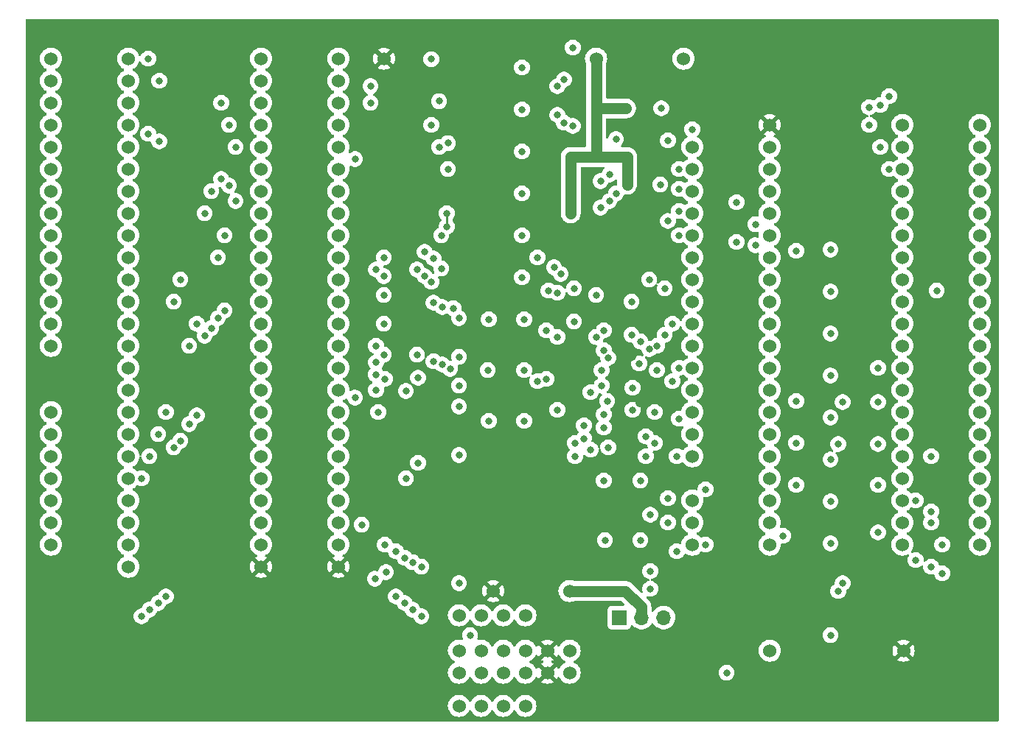
<source format=gbr>
%TF.GenerationSoftware,KiCad,Pcbnew,7.0.9*%
%TF.CreationDate,2024-08-31T17:15:55-06:00*%
%TF.ProjectId,Prototype1,50726f74-6f74-4797-9065-312e6b696361,rev?*%
%TF.SameCoordinates,Original*%
%TF.FileFunction,Copper,L2,Inr*%
%TF.FilePolarity,Positive*%
%FSLAX46Y46*%
G04 Gerber Fmt 4.6, Leading zero omitted, Abs format (unit mm)*
G04 Created by KiCad (PCBNEW 7.0.9) date 2024-08-31 17:15:55*
%MOMM*%
%LPD*%
G01*
G04 APERTURE LIST*
%TA.AperFunction,ComponentPad*%
%ADD10C,1.524000*%
%TD*%
%TA.AperFunction,ComponentPad*%
%ADD11R,1.700000X1.700000*%
%TD*%
%TA.AperFunction,ComponentPad*%
%ADD12O,1.700000X1.700000*%
%TD*%
%TA.AperFunction,ViaPad*%
%ADD13C,0.800000*%
%TD*%
%TA.AperFunction,Conductor*%
%ADD14C,1.270000*%
%TD*%
%TA.AperFunction,Conductor*%
%ADD15C,0.250000*%
%TD*%
%TA.AperFunction,Conductor*%
%ADD16C,0.200000*%
%TD*%
G04 APERTURE END LIST*
D10*
%TO.N,_A2*%
%TO.C,TP71*%
X138430000Y-73660000D03*
%TD*%
%TO.N,P3*%
%TO.C,TP12*%
X179070000Y-83820000D03*
%TD*%
%TO.N,Net-(J3-JA8)*%
%TO.C,TP93*%
X154813000Y-109728000D03*
%TD*%
%TO.N,_SOD*%
%TO.C,TP65*%
X138430000Y-88900000D03*
%TD*%
%TO.N,_~{K0}*%
%TO.C,TP54*%
X105410000Y-88900000D03*
%TD*%
%TO.N,_P0*%
%TO.C,TP51*%
X105410000Y-76200000D03*
%TD*%
%TO.N,_CS1*%
%TO.C,TP68*%
X138430000Y-81280000D03*
%TD*%
%TO.N,_P3*%
%TO.C,TP50*%
X105410000Y-73660000D03*
%TD*%
%TO.N,_BCLKI*%
%TO.C,TP63*%
X138430000Y-93980000D03*
%TD*%
%TO.N,GND*%
%TO.C,TP84*%
X143665000Y-45720000D03*
%TD*%
%TO.N,_P5*%
%TO.C,TP48*%
X105410000Y-68580000D03*
%TD*%
%TO.N,_R{slash}W*%
%TO.C,TP69*%
X138430000Y-78740000D03*
%TD*%
%TO.N,P6*%
%TO.C,TP7*%
X179070000Y-71120000D03*
%TD*%
%TO.N,_~{IRQ}*%
%TO.C,TP66*%
X138430000Y-86360000D03*
%TD*%
%TO.N,~{K4}*%
%TO.C,TP17*%
X179070000Y-99060000D03*
%TD*%
%TO.N,_D6*%
%TO.C,TP42*%
X105410000Y-53340000D03*
%TD*%
D11*
%TO.N,3V3_A*%
%TO.C,J1*%
X170688000Y-109982000D03*
D12*
%TO.N,+3.3V*%
X173228000Y-109982000D03*
%TO.N,3V3_B*%
X175768000Y-109982000D03*
%TD*%
D10*
%TO.N,SOD*%
%TO.C,TP31*%
X212090000Y-83820000D03*
%TD*%
%TO.N,_D2*%
%TO.C,TP82*%
X138430000Y-45720000D03*
%TD*%
%TO.N,_D7*%
%TO.C,TP43*%
X105410000Y-55880000D03*
%TD*%
%TO.N,_AUDIO5*%
%TO.C,TP74*%
X138430000Y-66040000D03*
%TD*%
%TO.N,D7*%
%TO.C,TP5*%
X179070000Y-66040000D03*
%TD*%
%TO.N,+5V*%
%TO.C,TP87*%
X178054000Y-45720000D03*
%TD*%
%TO.N,D0*%
%TO.C,TP21*%
X212090000Y-58420000D03*
%TD*%
%TO.N,P2*%
%TO.C,TP11*%
X179070000Y-81280000D03*
%TD*%
%TO.N,~{KR2}*%
%TO.C,TP15*%
X179070000Y-91440000D03*
%TD*%
%TO.N,~{K5}*%
%TO.C,TP16*%
X179070000Y-96520000D03*
%TD*%
%TO.N,P5*%
%TO.C,TP10*%
X179070000Y-78740000D03*
%TD*%
%TO.N,D6*%
%TO.C,TP4*%
X179070000Y-63500000D03*
%TD*%
%TO.N,_~{K4}*%
%TO.C,TP58*%
X105410000Y-99060000D03*
%TD*%
%TO.N,D3*%
%TO.C,TP1*%
X179070000Y-55880000D03*
%TD*%
%TO.N,R{slash}W*%
%TO.C,TP27*%
X212090000Y-73660000D03*
%TD*%
%TO.N,A1*%
%TO.C,TP24*%
X212090000Y-66040000D03*
%TD*%
%TO.N,_A3*%
%TO.C,TP70*%
X138430000Y-76200000D03*
%TD*%
%TO.N,GND*%
%TO.C,TP86*%
X203327000Y-113792000D03*
%TD*%
%TO.N,Net-(J3-JA9)*%
%TO.C,TP92*%
X157353000Y-109728000D03*
%TD*%
%TO.N,P4*%
%TO.C,TP9*%
X179070000Y-76200000D03*
%TD*%
%TO.N,P1*%
%TO.C,TP14*%
X179070000Y-88900000D03*
%TD*%
%TO.N,D1*%
%TO.C,TP20*%
X212090000Y-55880000D03*
%TD*%
%TO.N,_D4*%
%TO.C,TP40*%
X105410000Y-48260000D03*
%TD*%
%TO.N,BCLK*%
%TO.C,TP33*%
X212090000Y-88900000D03*
%TD*%
%TO.N,_P7*%
%TO.C,TP46*%
X105410000Y-63500000D03*
%TD*%
%TO.N,~{K0}*%
%TO.C,TP36*%
X212090000Y-96520000D03*
%TD*%
%TO.N,_~{K2}*%
%TO.C,TP56*%
X105410000Y-93980000D03*
%TD*%
%TO.N,_~{KR2}*%
%TO.C,TP53*%
X105410000Y-86360000D03*
%TD*%
%TO.N,_~{K5}*%
%TO.C,TP59*%
X105410000Y-101600000D03*
%TD*%
%TO.N,~{K3}*%
%TO.C,TP18*%
X179070000Y-101600000D03*
%TD*%
%TO.N,P7*%
%TO.C,TP8*%
X179070000Y-73660000D03*
%TD*%
%TO.N,CS1*%
%TO.C,TP28*%
X212090000Y-76200000D03*
%TD*%
%TO.N,A0*%
%TO.C,TP23*%
X212090000Y-63500000D03*
%TD*%
%TO.N,_P2*%
%TO.C,TP49*%
X105410000Y-71120000D03*
%TD*%
%TO.N,D2*%
%TO.C,TP19*%
X212090000Y-53340000D03*
%TD*%
%TO.N,GND*%
%TO.C,TP83*%
X138430000Y-104140000D03*
%TD*%
%TO.N,_SID*%
%TO.C,TP60*%
X138430000Y-101600000D03*
%TD*%
%TO.N,_D5*%
%TO.C,TP41*%
X105410000Y-50800000D03*
%TD*%
%TO.N,_~{K1}*%
%TO.C,TP55*%
X105410000Y-91440000D03*
%TD*%
%TO.N,_D3*%
%TO.C,TP39*%
X105410000Y-45720000D03*
%TD*%
%TO.N,_~{KR1}*%
%TO.C,TP61*%
X138430000Y-99060000D03*
%TD*%
%TO.N,A3*%
%TO.C,TP26*%
X212090000Y-71120000D03*
%TD*%
%TO.N,~{IRQ}*%
%TO.C,TP30*%
X212090000Y-81280000D03*
%TD*%
%TO.N,+3.3V*%
%TO.C,TP90*%
X164973000Y-106934000D03*
%TD*%
%TO.N,_A1*%
%TO.C,TP72*%
X138430000Y-71120000D03*
%TD*%
%TO.N,OE*%
%TO.C,TP98*%
X152273000Y-109728000D03*
%TD*%
%TO.N,Net-(J3-JA3)*%
%TO.C,TP95*%
X157353000Y-120142000D03*
%TD*%
%TO.N,_BCLKO*%
%TO.C,TP62*%
X138430000Y-96520000D03*
%TD*%
%TO.N,~{CS0}*%
%TO.C,TP29*%
X212090000Y-78740000D03*
%TD*%
%TO.N,D5*%
%TO.C,TP3*%
X179070000Y-60960000D03*
%TD*%
%TO.N,D4*%
%TO.C,TP2*%
X179070000Y-58420000D03*
%TD*%
%TO.N,_AUDIO3*%
%TO.C,TP76*%
X138430000Y-60960000D03*
%TD*%
%TO.N,Net-(J3-JA2)*%
%TO.C,TP94*%
X154813000Y-120142000D03*
%TD*%
%TO.N,Net-(J3-JA10)*%
%TO.C,TP91*%
X159893000Y-109728000D03*
%TD*%
%TO.N,~{K1}*%
%TO.C,TP37*%
X212090000Y-99060000D03*
%TD*%
%TO.N,_P4*%
%TO.C,TP47*%
X105410000Y-66040000D03*
%TD*%
%TO.N,GND*%
%TO.C,J4*%
X187960000Y-53340000D03*
%TO.N,D3*%
X187960000Y-55880000D03*
%TO.N,D4*%
X187960000Y-58420000D03*
%TO.N,D5*%
X187960000Y-60960000D03*
%TO.N,D6*%
X187960000Y-63500000D03*
%TO.N,D7*%
X187960000Y-66040000D03*
%TO.N,PHI2*%
X187960000Y-68580000D03*
%TO.N,P6*%
X187960000Y-71120000D03*
%TO.N,P7*%
X187960000Y-73660000D03*
%TO.N,P4*%
X187960000Y-76200000D03*
%TO.N,P5*%
X187960000Y-78740000D03*
%TO.N,P2*%
X187960000Y-81280000D03*
%TO.N,P3*%
X187960000Y-83820000D03*
%TO.N,P0*%
X187960000Y-86360000D03*
%TO.N,P1*%
X187960000Y-88900000D03*
%TO.N,~{KR2}*%
X187960000Y-91440000D03*
%TO.N,+5V*%
X187960000Y-93980000D03*
%TO.N,~{K5}*%
X187960000Y-96520000D03*
%TO.N,~{K4}*%
X187960000Y-99060000D03*
%TO.N,~{K3}*%
X187960000Y-101600000D03*
%TO.N,~{K2}*%
X203200000Y-101600000D03*
%TO.N,~{K1}*%
X203200000Y-99060000D03*
%TO.N,~{K0}*%
X203200000Y-96520000D03*
%TO.N,SID*%
X203200000Y-93980000D03*
%TO.N,~{KR1}*%
X203200000Y-91440000D03*
%TO.N,BCLK*%
X203200000Y-88900000D03*
%TO.N,OCLK*%
X203200000Y-86360000D03*
%TO.N,SOD*%
X203200000Y-83820000D03*
%TO.N,~{IRQ}*%
X203200000Y-81280000D03*
%TO.N,~{CS0}*%
X203200000Y-78740000D03*
%TO.N,CS1*%
X203200000Y-76200000D03*
%TO.N,R{slash}W*%
X203200000Y-73660000D03*
%TO.N,A3*%
X203200000Y-71120000D03*
%TO.N,A2*%
X203200000Y-68580000D03*
%TO.N,A1*%
X203200000Y-66040000D03*
%TO.N,A0*%
X203200000Y-63500000D03*
%TO.N,AUDIO*%
X203200000Y-60960000D03*
%TO.N,D0*%
X203200000Y-58420000D03*
%TO.N,D1*%
X203200000Y-55880000D03*
%TO.N,D2*%
X203200000Y-53340000D03*
%TD*%
%TO.N,~{K2}*%
%TO.C,TP38*%
X212090000Y-101600000D03*
%TD*%
%TO.N,_AUDIO0*%
%TO.C,TP79*%
X138430000Y-53340000D03*
%TD*%
%TO.N,_AUDIO1*%
%TO.C,TP78*%
X138430000Y-55880000D03*
%TD*%
%TO.N,_D0*%
%TO.C,TP80*%
X138430000Y-50800000D03*
%TD*%
%TO.N,_DUMP*%
%TO.C,J3*%
X152273000Y-116332000D03*
%TO.N,Net-(J3-JA2)*%
X154813000Y-116332000D03*
%TO.N,Net-(J3-JA3)*%
X157353000Y-116332000D03*
%TO.N,Net-(J3-JA4)*%
X159893000Y-116332000D03*
%TO.N,GND*%
X162433000Y-116332000D03*
%TO.N,3V3_A*%
X164973000Y-116332000D03*
%TO.N,OE*%
X152273000Y-113792000D03*
%TO.N,Net-(J3-JA8)*%
X154813000Y-113792000D03*
%TO.N,Net-(J3-JA9)*%
X157353000Y-113792000D03*
%TO.N,Net-(J3-JA10)*%
X159893000Y-113792000D03*
%TO.N,GND*%
X162433000Y-113792000D03*
%TO.N,3V3_A*%
X164973000Y-113792000D03*
%TD*%
%TO.N,_AUDIO4*%
%TO.C,TP75*%
X138430000Y-63500000D03*
%TD*%
%TO.N,_~{K3}*%
%TO.C,TP57*%
X105410000Y-96520000D03*
%TD*%
%TO.N,SID*%
%TO.C,TP35*%
X212090000Y-93980000D03*
%TD*%
%TO.N,_AUDIO2*%
%TO.C,TP77*%
X138430000Y-58420000D03*
%TD*%
%TO.N,A2*%
%TO.C,TP25*%
X212090000Y-68580000D03*
%TD*%
%TO.N,+5V*%
%TO.C,TP88*%
X187960000Y-113792000D03*
%TD*%
%TO.N,~{KR1}*%
%TO.C,TP34*%
X212090000Y-91440000D03*
%TD*%
%TO.N,_A0*%
%TO.C,TP73*%
X138430000Y-68580000D03*
%TD*%
%TO.N,GND*%
%TO.C,TP85*%
X156210000Y-106934000D03*
%TD*%
%TO.N,_DUMP*%
%TO.C,TP97*%
X152273000Y-120142000D03*
%TD*%
%TO.N,AUDIO*%
%TO.C,TP22*%
X212090000Y-60960000D03*
%TD*%
%TO.N,_D3*%
%TO.C,J2*%
X114300000Y-45720000D03*
%TO.N,_D4*%
X114300000Y-48260000D03*
%TO.N,_D5*%
X114300000Y-50800000D03*
%TO.N,_D6*%
X114300000Y-53340000D03*
%TO.N,_D7*%
X114300000Y-55880000D03*
%TO.N,_PHI2*%
X114300000Y-58420000D03*
%TO.N,_P6*%
X114300000Y-60960000D03*
%TO.N,_P7*%
X114300000Y-63500000D03*
%TO.N,_P4*%
X114300000Y-66040000D03*
%TO.N,_P5*%
X114300000Y-68580000D03*
%TO.N,_P2*%
X114300000Y-71120000D03*
%TO.N,_P3*%
X114300000Y-73660000D03*
%TO.N,_P0*%
X114300000Y-76200000D03*
%TO.N,_P1*%
X114300000Y-78740000D03*
%TO.N,unconnected-(J2-AIN15-Pad15)*%
X114300000Y-81280000D03*
%TO.N,unconnected-(J2-AIN16-Pad16)*%
X114300000Y-83820000D03*
%TO.N,_~{KR2}*%
X114300000Y-86360000D03*
%TO.N,_~{K0}*%
X114300000Y-88900000D03*
%TO.N,_~{K1}*%
X114300000Y-91440000D03*
%TO.N,_~{K2}*%
X114300000Y-93980000D03*
%TO.N,_~{K3}*%
X114300000Y-96520000D03*
%TO.N,_~{K4}*%
X114300000Y-99060000D03*
%TO.N,_~{K5}*%
X114300000Y-101600000D03*
%TO.N,+5V*%
X114300000Y-104140000D03*
%TO.N,GND*%
X129540000Y-104140000D03*
%TO.N,_SID*%
X129540000Y-101600000D03*
%TO.N,_~{KR1}*%
X129540000Y-99060000D03*
%TO.N,_BCLKO*%
X129540000Y-96520000D03*
%TO.N,_BCLKI*%
X129540000Y-93980000D03*
%TO.N,_OCLK*%
X129540000Y-91440000D03*
%TO.N,_SOD*%
X129540000Y-88900000D03*
%TO.N,_~{IRQ}*%
X129540000Y-86360000D03*
%TO.N,_~{CS0}*%
X129540000Y-83820000D03*
%TO.N,_CS1*%
X129540000Y-81280000D03*
%TO.N,_R{slash}W*%
X129540000Y-78740000D03*
%TO.N,_A3*%
X129540000Y-76200000D03*
%TO.N,_A2*%
X129540000Y-73660000D03*
%TO.N,_A1*%
X129540000Y-71120000D03*
%TO.N,_A0*%
X129540000Y-68580000D03*
%TO.N,_AUDIO5*%
X129540000Y-66040000D03*
%TO.N,_AUDIO4*%
X129540000Y-63500000D03*
%TO.N,_AUDIO3*%
X129540000Y-60960000D03*
%TO.N,_AUDIO2*%
X129540000Y-58420000D03*
%TO.N,_AUDIO1*%
X129540000Y-55880000D03*
%TO.N,_AUDIO0*%
X129540000Y-53340000D03*
%TO.N,_D0*%
X129540000Y-50800000D03*
%TO.N,_D1*%
X129540000Y-48260000D03*
%TO.N,_D2*%
X129540000Y-45720000D03*
%TD*%
%TO.N,_P1*%
%TO.C,TP52*%
X105410000Y-78740000D03*
%TD*%
%TO.N,_OCLK*%
%TO.C,TP64*%
X138430000Y-91440000D03*
%TD*%
%TO.N,_D1*%
%TO.C,TP81*%
X138430000Y-48260000D03*
%TD*%
%TO.N,+3.3V*%
%TO.C,TP89*%
X168021000Y-45720000D03*
%TD*%
%TO.N,Net-(J3-JA4)*%
%TO.C,TP96*%
X159893000Y-120142000D03*
%TD*%
%TO.N,P0*%
%TO.C,TP13*%
X179070000Y-86360000D03*
%TD*%
%TO.N,_~{CS0}*%
%TO.C,TP67*%
X138430000Y-83820000D03*
%TD*%
%TO.N,PHI2*%
%TO.C,TP6*%
X179070000Y-68580000D03*
%TD*%
%TO.N,_PHI2*%
%TO.C,TP44*%
X105410000Y-58420000D03*
%TD*%
%TO.N,_P6*%
%TO.C,TP45*%
X105410000Y-60960000D03*
%TD*%
%TO.N,OCLK*%
%TO.C,TP32*%
X212090000Y-86360000D03*
%TD*%
D13*
%TO.N,+3.3V*%
X155702000Y-75692000D03*
X165100000Y-61468000D03*
X171577000Y-60198000D03*
X155575000Y-81534000D03*
X165100000Y-60452000D03*
X155702000Y-87376000D03*
X171450000Y-51435000D03*
X165100000Y-62484000D03*
X168910000Y-94234000D03*
X143637000Y-79756000D03*
X142748000Y-69977000D03*
X169037000Y-101092000D03*
%TO.N,GND*%
X172847000Y-54737000D03*
X171958000Y-87630000D03*
X173482000Y-50800000D03*
X197612000Y-86106000D03*
X151765000Y-47625000D03*
X156972000Y-79375000D03*
X172720000Y-63754000D03*
X197623000Y-90943000D03*
X108077000Y-104140000D03*
X188722000Y-116332000D03*
X171069000Y-94107000D03*
X193548000Y-81280000D03*
X193548000Y-90932000D03*
X197612000Y-101092000D03*
X193548000Y-100584000D03*
X157734000Y-75311000D03*
X192659000Y-113792000D03*
X170815000Y-75946000D03*
X148209000Y-115824000D03*
X170307000Y-104775000D03*
X151765000Y-66929000D03*
X157734000Y-87122000D03*
X170307000Y-97917000D03*
X171069000Y-100965000D03*
X151765000Y-57277000D03*
X151765000Y-71755000D03*
X144780000Y-73660000D03*
X145542000Y-79502000D03*
X172974000Y-85344000D03*
X171958000Y-82042000D03*
X151765000Y-62103000D03*
X145542000Y-69723000D03*
X173482000Y-59944000D03*
X193548000Y-86106000D03*
X144907000Y-83312000D03*
X197612000Y-95758000D03*
X156972000Y-91059000D03*
X157734000Y-81153000D03*
X172212000Y-90424000D03*
X193548000Y-71628000D03*
X151765000Y-52451000D03*
X172212000Y-80010000D03*
X184912000Y-118618000D03*
X193548000Y-66802000D03*
X193548000Y-76454000D03*
X156972000Y-84963000D03*
X193548000Y-95758000D03*
%TO.N,+5V*%
X173101000Y-94234000D03*
X175514000Y-51435000D03*
X169418000Y-90424000D03*
X169291000Y-85090000D03*
X173101000Y-101092000D03*
X159766000Y-75692000D03*
X159766000Y-81534000D03*
X159766000Y-87376000D03*
X169418000Y-80137000D03*
X147447000Y-69977000D03*
X175387000Y-60198000D03*
X147447000Y-79756000D03*
%TO.N,D3*%
X179070000Y-53848000D03*
%TO.N,D4*%
X177546000Y-60706000D03*
X177546000Y-58420000D03*
%TO.N,D7*%
X177546000Y-63246000D03*
X177546000Y-66040000D03*
%TO.N,PHI2*%
X161290000Y-82804000D03*
X161290000Y-68580000D03*
%TO.N,P6*%
X174117000Y-79121000D03*
X174117000Y-71120000D03*
X191008000Y-67818000D03*
%TO.N,P7*%
X172085000Y-73660000D03*
X172085000Y-77470000D03*
%TO.N,P4*%
X176784000Y-76200000D03*
X176784000Y-82804000D03*
%TO.N,P5*%
X175006000Y-78740000D03*
X168656000Y-81534000D03*
X175006000Y-81534000D03*
X168656000Y-83312000D03*
%TO.N,P2*%
X168910000Y-86614000D03*
X177546000Y-87122000D03*
X191008000Y-85090000D03*
X177546000Y-81280000D03*
X168910000Y-88138000D03*
%TO.N,P3*%
X191008000Y-89916000D03*
%TO.N,P0*%
X191008000Y-94742000D03*
X174752000Y-89916000D03*
X174752000Y-86360000D03*
%TO.N,P1*%
X189484000Y-100584000D03*
%TO.N,~{KR2}*%
X177292000Y-102362000D03*
X177292000Y-91440000D03*
%TO.N,~{K4}*%
X176276000Y-99060000D03*
X176276000Y-96266000D03*
%TO.N,~{K3}*%
X180594000Y-95250000D03*
X180594000Y-101600000D03*
%TO.N,~{K2}*%
X207772000Y-101600000D03*
X207772000Y-104902000D03*
%TO.N,~{K1}*%
X206502000Y-104140000D03*
X206502000Y-99060000D03*
%TO.N,~{K0}*%
X204724000Y-103378000D03*
X204724000Y-96520000D03*
%TO.N,SID*%
X147574000Y-92202000D03*
X147574000Y-82423000D03*
%TO.N,~{KR1}*%
X206502000Y-91440000D03*
X206502000Y-97790000D03*
%TO.N,BCLK*%
X200406000Y-100203000D03*
X168021000Y-72898000D03*
X207137000Y-72390000D03*
X168021000Y-77724000D03*
%TO.N,OCLK*%
X200406000Y-94742000D03*
%TO.N,SOD*%
X200406000Y-90043000D03*
%TO.N,~{IRQ}*%
X200406000Y-81280000D03*
X200406000Y-85217000D03*
%TO.N,~{CS0}*%
X151638000Y-74422000D03*
X151257000Y-81407000D03*
X175895000Y-72136000D03*
X175895000Y-77470000D03*
X165481000Y-75946000D03*
X165481000Y-72136000D03*
%TO.N,CS1*%
X150368000Y-74295000D03*
X150368000Y-80899000D03*
%TO.N,R{slash}W*%
X149352000Y-80518000D03*
X149352000Y-73787000D03*
%TO.N,A3*%
X163576000Y-72644000D03*
X163957000Y-70485000D03*
%TO.N,A2*%
X162560000Y-72390000D03*
X163195000Y-69723000D03*
%TO.N,A1*%
X149098000Y-71374000D03*
X186309000Y-67183000D03*
X186309000Y-64770000D03*
X149352000Y-68707000D03*
%TO.N,A0*%
X184150000Y-66802000D03*
X184150000Y-62230000D03*
X148336000Y-70739000D03*
X148336000Y-67945000D03*
%TO.N,AUDIO*%
X159512000Y-46736000D03*
X159512000Y-51562000D03*
X159512000Y-66040000D03*
X159512000Y-61214000D03*
X159512000Y-70866000D03*
X159512000Y-56388000D03*
%TO.N,D0*%
X201676000Y-50038000D03*
X201676000Y-58420000D03*
%TO.N,D1*%
X200660000Y-55880000D03*
X200660000Y-51054000D03*
%TO.N,D2*%
X199390000Y-53340000D03*
X199390000Y-51308000D03*
%TO.N,_D3*%
X116586000Y-54356000D03*
X116586000Y-45720000D03*
%TO.N,_D4*%
X117856000Y-48260000D03*
X170307000Y-54991000D03*
X117856000Y-55245000D03*
X170307000Y-61214000D03*
%TO.N,_D5*%
X169545000Y-62103000D03*
X124968000Y-59563000D03*
X124968000Y-50800000D03*
X169545000Y-59055000D03*
%TO.N,_D6*%
X168529000Y-62865000D03*
X125857000Y-53340000D03*
X125857000Y-60325000D03*
X168529000Y-59817000D03*
%TO.N,_D7*%
X126619000Y-62103000D03*
X126619000Y-55880000D03*
%TO.N,_PHI2*%
X140335000Y-84709000D03*
X140335000Y-57277000D03*
%TO.N,_P6*%
X123825000Y-76708000D03*
X123825000Y-60960000D03*
%TO.N,_P7*%
X123063000Y-77597000D03*
X123063000Y-63500000D03*
%TO.N,_P4*%
X125349000Y-66040000D03*
X125349000Y-74676000D03*
%TO.N,_P5*%
X124587000Y-68580000D03*
X124587000Y-75565000D03*
%TO.N,_P2*%
X120269000Y-89662000D03*
X120269000Y-71120000D03*
%TO.N,_P3*%
X119507000Y-73660000D03*
X119507000Y-90424000D03*
%TO.N,_P0*%
X122174000Y-86741000D03*
X122174000Y-76200000D03*
%TO.N,_P1*%
X121285000Y-87757000D03*
X121285000Y-78740000D03*
%TO.N,_~{KR2}*%
X118618000Y-86360000D03*
X145034000Y-107569000D03*
X145034000Y-102362000D03*
X118618000Y-107569000D03*
%TO.N,_~{K0}*%
X146050000Y-108331000D03*
X117729000Y-88900000D03*
X117729000Y-108331000D03*
X146050000Y-103124000D03*
%TO.N,_~{K1}*%
X146939000Y-103632000D03*
X146939000Y-109093000D03*
X116713000Y-109093000D03*
X116713000Y-91440000D03*
%TO.N,_~{K2}*%
X115824000Y-93980000D03*
X147955000Y-104140000D03*
X147955000Y-109855000D03*
X115824000Y-109855000D03*
%TO.N,_SID*%
X143764000Y-101600000D03*
X143764000Y-82550000D03*
%TO.N,_BCLKO*%
X141097000Y-99314000D03*
%TO.N,_BCLKI*%
X146177000Y-93980000D03*
X146177000Y-83947000D03*
%TO.N,_SOD*%
X195834000Y-106934000D03*
X195834000Y-90043000D03*
X142621000Y-105537000D03*
%TO.N,_~{IRQ}*%
X143891000Y-104775000D03*
X143002000Y-86360000D03*
X196342000Y-106045000D03*
X196342000Y-85217000D03*
%TO.N,_~{CS0}*%
X142748000Y-82042000D03*
X142748000Y-83820000D03*
%TO.N,_R{slash}W*%
X142748000Y-80645000D03*
X142748000Y-78740000D03*
%TO.N,_A3*%
X143637000Y-72898000D03*
X143637000Y-76200000D03*
%TO.N,_A0*%
X143637000Y-68580000D03*
X143637000Y-70739000D03*
%TO.N,_AUDIO5*%
X150241000Y-66040000D03*
X150241000Y-69850000D03*
%TO.N,_AUDIO4*%
X150876000Y-65024000D03*
X150876000Y-63500000D03*
%TO.N,_AUDIO2*%
X151003000Y-55438000D03*
X151003000Y-58420000D03*
%TO.N,_AUDIO1*%
X149987000Y-50612000D03*
X149987000Y-55880000D03*
%TO.N,_AUDIO0*%
X149098000Y-45786000D03*
X149098000Y-53340000D03*
%TO.N,_D0*%
X142113000Y-48895000D03*
X163576000Y-52197000D03*
X163576000Y-48895000D03*
X142113000Y-50800000D03*
%TO.N,_D1*%
X164338000Y-53086000D03*
X164338000Y-48133000D03*
%TO.N,_D2*%
X165354000Y-53467000D03*
X165354000Y-44450000D03*
%TO.N,_DUMP*%
X194945000Y-112014000D03*
X194945000Y-101473000D03*
X194945000Y-82169000D03*
X194945000Y-96647000D03*
X194945000Y-72517000D03*
X194945000Y-91821000D03*
X194945000Y-77343000D03*
X194945000Y-67691000D03*
X153543000Y-112014000D03*
X194945000Y-86995000D03*
%TO.N,OE*%
X152273000Y-91313000D03*
X152273000Y-106045000D03*
X174244000Y-104648000D03*
X174244000Y-98171000D03*
X152273000Y-80010000D03*
X174244000Y-106680000D03*
X176276000Y-55118000D03*
X176276000Y-64389000D03*
X152273000Y-85725000D03*
X152273000Y-75565000D03*
X152273000Y-83312000D03*
%TO.N,Net-(U8-B3)*%
X167386000Y-84074000D03*
X167386000Y-90678000D03*
%TO.N,Net-(U7-3Y)*%
X173736000Y-91440000D03*
X165608000Y-91440000D03*
X165608000Y-89916000D03*
X173736000Y-89154000D03*
%TO.N,Net-(U7-2Y)*%
X166624000Y-89408000D03*
X166624000Y-87884000D03*
%TO.N,Net-(U10-B3)*%
X168910000Y-76962000D03*
X168910000Y-79248000D03*
%TO.N,Net-(U10-B1)*%
X163576000Y-77724000D03*
X163576000Y-86106000D03*
X172212000Y-86106000D03*
X172212000Y-83566000D03*
%TO.N,Net-(U10-B0)*%
X162306000Y-76962000D03*
X162306000Y-82550000D03*
%TO.N,Net-(U11-3Y)*%
X172974000Y-80772000D03*
X173101000Y-78232000D03*
%TO.N,3V3_B*%
X183007000Y-116332000D03*
%TD*%
D14*
%TO.N,+3.3V*%
X168021000Y-51435000D02*
X168021000Y-45720000D01*
X168021000Y-51435000D02*
X171450000Y-51435000D01*
X173228000Y-109982000D02*
X173228000Y-108779919D01*
X168021000Y-57023000D02*
X168021000Y-51435000D01*
X168021000Y-57023000D02*
X171577000Y-57023000D01*
X165100000Y-57023000D02*
X168021000Y-57023000D01*
X171382081Y-106934000D02*
X164973000Y-106934000D01*
X165100000Y-60325000D02*
X165100000Y-57023000D01*
X173228000Y-108779919D02*
X171382081Y-106934000D01*
X165100000Y-62484000D02*
X165100000Y-60325000D01*
X171577000Y-60198000D02*
X171577000Y-57023000D01*
X165100000Y-63500000D02*
X165100000Y-62484000D01*
D15*
%TO.N,P6*%
X191008000Y-67818000D02*
X191008000Y-68072000D01*
D16*
%TO.N,P2*%
X168910000Y-86614000D02*
X168910000Y-86868000D01*
%TO.N,_~{K0}*%
X146050000Y-108331000D02*
X146050000Y-108077000D01*
D15*
%TO.N,_AUDIO4*%
X150876000Y-63500000D02*
X150876000Y-65024000D01*
%TO.N,_DUMP*%
X194945000Y-96520000D02*
X194945000Y-96647000D01*
%TO.N,Net-(U11-3Y)*%
X173101000Y-80645000D02*
X172974000Y-80772000D01*
%TD*%
%TA.AperFunction,Conductor*%
%TO.N,GND*%
G36*
X162048051Y-113823898D02*
G01*
X162079266Y-113947162D01*
X162148813Y-114053612D01*
X162249157Y-114131713D01*
X162369422Y-114173000D01*
X162405553Y-114173000D01*
X161734811Y-114843741D01*
X161799582Y-114889094D01*
X161799588Y-114889098D01*
X161929373Y-114949618D01*
X161981812Y-114995790D01*
X162000964Y-115062984D01*
X161980748Y-115129865D01*
X161929373Y-115174382D01*
X161799586Y-115234903D01*
X161734812Y-115280257D01*
X161734811Y-115280258D01*
X162405554Y-115951000D01*
X162401431Y-115951000D01*
X162307579Y-115966661D01*
X162195749Y-116027180D01*
X162109629Y-116120731D01*
X162058552Y-116237177D01*
X162052894Y-116305447D01*
X161381258Y-115633811D01*
X161381257Y-115633812D01*
X161335903Y-115698586D01*
X161280071Y-115818317D01*
X161233898Y-115870756D01*
X161166705Y-115889908D01*
X161099824Y-115869692D01*
X161055307Y-115818317D01*
X161044460Y-115795056D01*
X160997488Y-115694324D01*
X160997485Y-115694320D01*
X160997485Y-115694319D01*
X160869978Y-115512220D01*
X160820963Y-115463205D01*
X160712781Y-115355023D01*
X160530677Y-115227512D01*
X160416738Y-115174381D01*
X160364299Y-115128210D01*
X160345147Y-115061017D01*
X160365363Y-114994135D01*
X160416739Y-114949618D01*
X160530677Y-114896488D01*
X160712781Y-114768977D01*
X160869977Y-114611781D01*
X160997488Y-114429677D01*
X161055307Y-114305682D01*
X161101479Y-114253243D01*
X161168672Y-114234091D01*
X161235554Y-114254306D01*
X161280071Y-114305683D01*
X161335899Y-114425407D01*
X161335900Y-114425409D01*
X161381258Y-114490187D01*
X162048096Y-113823349D01*
X162048051Y-113823898D01*
G37*
%TD.AperFunction*%
%TA.AperFunction,Conductor*%
G36*
X163484740Y-114490187D02*
G01*
X163484742Y-114490186D01*
X163530093Y-114425420D01*
X163530097Y-114425413D01*
X163585927Y-114305684D01*
X163632099Y-114253244D01*
X163699292Y-114234091D01*
X163766174Y-114254306D01*
X163810692Y-114305682D01*
X163868511Y-114429676D01*
X163868512Y-114429677D01*
X163996023Y-114611781D01*
X164153219Y-114768977D01*
X164324762Y-114889093D01*
X164335323Y-114896488D01*
X164449261Y-114949618D01*
X164501700Y-114995790D01*
X164520852Y-115062984D01*
X164500636Y-115129865D01*
X164449261Y-115174382D01*
X164335323Y-115227512D01*
X164335319Y-115227514D01*
X164153217Y-115355023D01*
X163996023Y-115512217D01*
X163868514Y-115694319D01*
X163868514Y-115694320D01*
X163810692Y-115818318D01*
X163764519Y-115870757D01*
X163697325Y-115889908D01*
X163630444Y-115869692D01*
X163585928Y-115818316D01*
X163530100Y-115698593D01*
X163530099Y-115698591D01*
X163484740Y-115633811D01*
X162817903Y-116300648D01*
X162817949Y-116300102D01*
X162786734Y-116176838D01*
X162717187Y-116070388D01*
X162616843Y-115992287D01*
X162496578Y-115951000D01*
X162460447Y-115951000D01*
X163131187Y-115280258D01*
X163066409Y-115234900D01*
X163066407Y-115234899D01*
X162936627Y-115174382D01*
X162884187Y-115128210D01*
X162865035Y-115061017D01*
X162885251Y-114994135D01*
X162936627Y-114949618D01*
X163066408Y-114889100D01*
X163066420Y-114889093D01*
X163131186Y-114843742D01*
X163131187Y-114843740D01*
X162460448Y-114173000D01*
X162464569Y-114173000D01*
X162558421Y-114157339D01*
X162670251Y-114096820D01*
X162756371Y-114003269D01*
X162807448Y-113886823D01*
X162813105Y-113818552D01*
X163484740Y-114490187D01*
G37*
%TD.AperFunction*%
%TA.AperFunction,Conductor*%
G36*
X214191539Y-41168185D02*
G01*
X214237294Y-41220989D01*
X214248500Y-41272500D01*
X214248500Y-121795500D01*
X214228815Y-121862539D01*
X214176011Y-121908294D01*
X214124500Y-121919500D01*
X102613500Y-121919500D01*
X102546461Y-121899815D01*
X102500706Y-121847011D01*
X102489500Y-121795500D01*
X102489500Y-120142002D01*
X150997647Y-120142002D01*
X151017021Y-120363457D01*
X151017022Y-120363465D01*
X151074558Y-120578191D01*
X151074559Y-120578193D01*
X151074560Y-120578196D01*
X151090929Y-120613299D01*
X151168511Y-120779676D01*
X151168512Y-120779677D01*
X151296023Y-120961781D01*
X151453219Y-121118977D01*
X151635323Y-121246488D01*
X151836804Y-121340440D01*
X152051537Y-121397978D01*
X152209724Y-121411817D01*
X152272998Y-121417353D01*
X152273000Y-121417353D01*
X152273002Y-121417353D01*
X152328365Y-121412509D01*
X152494463Y-121397978D01*
X152709196Y-121340440D01*
X152910677Y-121246488D01*
X153092781Y-121118977D01*
X153249977Y-120961781D01*
X153377488Y-120779677D01*
X153430618Y-120665738D01*
X153476790Y-120613299D01*
X153543983Y-120594147D01*
X153610865Y-120614363D01*
X153655381Y-120665738D01*
X153708512Y-120779677D01*
X153836023Y-120961781D01*
X153993219Y-121118977D01*
X154175323Y-121246488D01*
X154376804Y-121340440D01*
X154591537Y-121397978D01*
X154749724Y-121411817D01*
X154812998Y-121417353D01*
X154813000Y-121417353D01*
X154813002Y-121417353D01*
X154868365Y-121412509D01*
X155034463Y-121397978D01*
X155249196Y-121340440D01*
X155450677Y-121246488D01*
X155632781Y-121118977D01*
X155789977Y-120961781D01*
X155917488Y-120779677D01*
X155970618Y-120665738D01*
X156016790Y-120613299D01*
X156083983Y-120594147D01*
X156150865Y-120614363D01*
X156195381Y-120665738D01*
X156248512Y-120779677D01*
X156376023Y-120961781D01*
X156533219Y-121118977D01*
X156715323Y-121246488D01*
X156916804Y-121340440D01*
X157131537Y-121397978D01*
X157289724Y-121411817D01*
X157352998Y-121417353D01*
X157353000Y-121417353D01*
X157353002Y-121417353D01*
X157408365Y-121412509D01*
X157574463Y-121397978D01*
X157789196Y-121340440D01*
X157990677Y-121246488D01*
X158172781Y-121118977D01*
X158329977Y-120961781D01*
X158457488Y-120779677D01*
X158510618Y-120665738D01*
X158556790Y-120613299D01*
X158623983Y-120594147D01*
X158690865Y-120614363D01*
X158735381Y-120665738D01*
X158788512Y-120779677D01*
X158916023Y-120961781D01*
X159073219Y-121118977D01*
X159255323Y-121246488D01*
X159456804Y-121340440D01*
X159671537Y-121397978D01*
X159829724Y-121411817D01*
X159892998Y-121417353D01*
X159893000Y-121417353D01*
X159893002Y-121417353D01*
X159948365Y-121412509D01*
X160114463Y-121397978D01*
X160329196Y-121340440D01*
X160530677Y-121246488D01*
X160712781Y-121118977D01*
X160869977Y-120961781D01*
X160997488Y-120779677D01*
X161091440Y-120578196D01*
X161148978Y-120363463D01*
X161168353Y-120142000D01*
X161148978Y-119920537D01*
X161091440Y-119705804D01*
X160997488Y-119504324D01*
X160997486Y-119504321D01*
X160997485Y-119504319D01*
X160869978Y-119322220D01*
X160869975Y-119322217D01*
X160712781Y-119165023D01*
X160530677Y-119037512D01*
X160530678Y-119037512D01*
X160530676Y-119037511D01*
X160429936Y-118990536D01*
X160329196Y-118943560D01*
X160329193Y-118943559D01*
X160329191Y-118943558D01*
X160114465Y-118886022D01*
X160114457Y-118886021D01*
X159893002Y-118866647D01*
X159892998Y-118866647D01*
X159671542Y-118886021D01*
X159671535Y-118886022D01*
X159456800Y-118943561D01*
X159255323Y-119037512D01*
X159255319Y-119037514D01*
X159073217Y-119165023D01*
X158916023Y-119322217D01*
X158788514Y-119504319D01*
X158788512Y-119504323D01*
X158735382Y-119618261D01*
X158689209Y-119670700D01*
X158622016Y-119689852D01*
X158555135Y-119669636D01*
X158510618Y-119618261D01*
X158501130Y-119597914D01*
X158457488Y-119504324D01*
X158457486Y-119504321D01*
X158457485Y-119504319D01*
X158329978Y-119322220D01*
X158329975Y-119322217D01*
X158172781Y-119165023D01*
X157990677Y-119037512D01*
X157990678Y-119037512D01*
X157990676Y-119037511D01*
X157889936Y-118990536D01*
X157789196Y-118943560D01*
X157789193Y-118943559D01*
X157789191Y-118943558D01*
X157574465Y-118886022D01*
X157574457Y-118886021D01*
X157353002Y-118866647D01*
X157352998Y-118866647D01*
X157131542Y-118886021D01*
X157131535Y-118886022D01*
X156916800Y-118943561D01*
X156715323Y-119037512D01*
X156715319Y-119037514D01*
X156533217Y-119165023D01*
X156376023Y-119322217D01*
X156248514Y-119504319D01*
X156248512Y-119504323D01*
X156195382Y-119618261D01*
X156149209Y-119670700D01*
X156082016Y-119689852D01*
X156015135Y-119669636D01*
X155970618Y-119618261D01*
X155961130Y-119597914D01*
X155917488Y-119504324D01*
X155917486Y-119504321D01*
X155917485Y-119504319D01*
X155789978Y-119322220D01*
X155789975Y-119322217D01*
X155632781Y-119165023D01*
X155450677Y-119037512D01*
X155450678Y-119037512D01*
X155450676Y-119037511D01*
X155349936Y-118990536D01*
X155249196Y-118943560D01*
X155249193Y-118943559D01*
X155249191Y-118943558D01*
X155034465Y-118886022D01*
X155034457Y-118886021D01*
X154813002Y-118866647D01*
X154812998Y-118866647D01*
X154591542Y-118886021D01*
X154591535Y-118886022D01*
X154376800Y-118943561D01*
X154175323Y-119037512D01*
X154175319Y-119037514D01*
X153993217Y-119165023D01*
X153836023Y-119322217D01*
X153708514Y-119504319D01*
X153708512Y-119504323D01*
X153655382Y-119618261D01*
X153609209Y-119670700D01*
X153542016Y-119689852D01*
X153475135Y-119669636D01*
X153430618Y-119618261D01*
X153421130Y-119597914D01*
X153377488Y-119504324D01*
X153377486Y-119504321D01*
X153377485Y-119504319D01*
X153249978Y-119322220D01*
X153249975Y-119322217D01*
X153092781Y-119165023D01*
X152910677Y-119037512D01*
X152910678Y-119037512D01*
X152910676Y-119037511D01*
X152809936Y-118990536D01*
X152709196Y-118943560D01*
X152709193Y-118943559D01*
X152709191Y-118943558D01*
X152494465Y-118886022D01*
X152494457Y-118886021D01*
X152273002Y-118866647D01*
X152272998Y-118866647D01*
X152051542Y-118886021D01*
X152051535Y-118886022D01*
X151836800Y-118943561D01*
X151635323Y-119037512D01*
X151635319Y-119037514D01*
X151453217Y-119165023D01*
X151296023Y-119322217D01*
X151168514Y-119504319D01*
X151168512Y-119504323D01*
X151074561Y-119705800D01*
X151017022Y-119920535D01*
X151017021Y-119920542D01*
X150997647Y-120141997D01*
X150997647Y-120142002D01*
X102489500Y-120142002D01*
X102489500Y-116332002D01*
X150997647Y-116332002D01*
X151017021Y-116553457D01*
X151017022Y-116553465D01*
X151074558Y-116768191D01*
X151074559Y-116768193D01*
X151074560Y-116768196D01*
X151090929Y-116803299D01*
X151168511Y-116969676D01*
X151168512Y-116969677D01*
X151296023Y-117151781D01*
X151453219Y-117308977D01*
X151635323Y-117436488D01*
X151836804Y-117530440D01*
X152051537Y-117587978D01*
X152209724Y-117601817D01*
X152272998Y-117607353D01*
X152273000Y-117607353D01*
X152273002Y-117607353D01*
X152328365Y-117602509D01*
X152494463Y-117587978D01*
X152709196Y-117530440D01*
X152910677Y-117436488D01*
X153092781Y-117308977D01*
X153249977Y-117151781D01*
X153377488Y-116969677D01*
X153430618Y-116855738D01*
X153476790Y-116803299D01*
X153543983Y-116784147D01*
X153610865Y-116804363D01*
X153655381Y-116855738D01*
X153708512Y-116969677D01*
X153836023Y-117151781D01*
X153993219Y-117308977D01*
X154175323Y-117436488D01*
X154376804Y-117530440D01*
X154591537Y-117587978D01*
X154749724Y-117601817D01*
X154812998Y-117607353D01*
X154813000Y-117607353D01*
X154813002Y-117607353D01*
X154868365Y-117602509D01*
X155034463Y-117587978D01*
X155249196Y-117530440D01*
X155450677Y-117436488D01*
X155632781Y-117308977D01*
X155789977Y-117151781D01*
X155917488Y-116969677D01*
X155970618Y-116855738D01*
X156016790Y-116803299D01*
X156083983Y-116784147D01*
X156150865Y-116804363D01*
X156195381Y-116855738D01*
X156248512Y-116969677D01*
X156376023Y-117151781D01*
X156533219Y-117308977D01*
X156715323Y-117436488D01*
X156916804Y-117530440D01*
X157131537Y-117587978D01*
X157289724Y-117601817D01*
X157352998Y-117607353D01*
X157353000Y-117607353D01*
X157353002Y-117607353D01*
X157408365Y-117602509D01*
X157574463Y-117587978D01*
X157789196Y-117530440D01*
X157990677Y-117436488D01*
X158172781Y-117308977D01*
X158329977Y-117151781D01*
X158457488Y-116969677D01*
X158510618Y-116855738D01*
X158556790Y-116803299D01*
X158623983Y-116784147D01*
X158690865Y-116804363D01*
X158735381Y-116855738D01*
X158788512Y-116969677D01*
X158916023Y-117151781D01*
X159073219Y-117308977D01*
X159255323Y-117436488D01*
X159456804Y-117530440D01*
X159671537Y-117587978D01*
X159829724Y-117601817D01*
X159892998Y-117607353D01*
X159893000Y-117607353D01*
X159893002Y-117607353D01*
X159948365Y-117602509D01*
X160114463Y-117587978D01*
X160329196Y-117530440D01*
X160530677Y-117436488D01*
X160712781Y-117308977D01*
X160869977Y-117151781D01*
X160997488Y-116969677D01*
X161055307Y-116845682D01*
X161101479Y-116793243D01*
X161168672Y-116774091D01*
X161235554Y-116794306D01*
X161280071Y-116845683D01*
X161335899Y-116965407D01*
X161335900Y-116965409D01*
X161381258Y-117030187D01*
X162048096Y-116363349D01*
X162048051Y-116363898D01*
X162079266Y-116487162D01*
X162148813Y-116593612D01*
X162249157Y-116671713D01*
X162369422Y-116713000D01*
X162405553Y-116713000D01*
X161734811Y-117383741D01*
X161799582Y-117429094D01*
X161799592Y-117429100D01*
X161999715Y-117522419D01*
X161999729Y-117522424D01*
X162213013Y-117579573D01*
X162213023Y-117579575D01*
X162432999Y-117598821D01*
X162433001Y-117598821D01*
X162652976Y-117579575D01*
X162652986Y-117579573D01*
X162866270Y-117522424D01*
X162866284Y-117522419D01*
X163066408Y-117429100D01*
X163066420Y-117429093D01*
X163131186Y-117383742D01*
X163131187Y-117383740D01*
X162460448Y-116713000D01*
X162464569Y-116713000D01*
X162558421Y-116697339D01*
X162670251Y-116636820D01*
X162756371Y-116543269D01*
X162807448Y-116426823D01*
X162813105Y-116358552D01*
X163484740Y-117030187D01*
X163484742Y-117030186D01*
X163530093Y-116965420D01*
X163530097Y-116965413D01*
X163585927Y-116845684D01*
X163632099Y-116793244D01*
X163699292Y-116774091D01*
X163766174Y-116794306D01*
X163810692Y-116845682D01*
X163868511Y-116969676D01*
X163868512Y-116969677D01*
X163996023Y-117151781D01*
X164153219Y-117308977D01*
X164335323Y-117436488D01*
X164536804Y-117530440D01*
X164751537Y-117587978D01*
X164909724Y-117601817D01*
X164972998Y-117607353D01*
X164973000Y-117607353D01*
X164973002Y-117607353D01*
X165028365Y-117602509D01*
X165194463Y-117587978D01*
X165409196Y-117530440D01*
X165610677Y-117436488D01*
X165792781Y-117308977D01*
X165949977Y-117151781D01*
X166077488Y-116969677D01*
X166171440Y-116768196D01*
X166228978Y-116553463D01*
X166248353Y-116332000D01*
X182093496Y-116332000D01*
X182113458Y-116521928D01*
X182113459Y-116521931D01*
X182172470Y-116703549D01*
X182172473Y-116703556D01*
X182267960Y-116868944D01*
X182395747Y-117010866D01*
X182550248Y-117123118D01*
X182724712Y-117200794D01*
X182911513Y-117240500D01*
X183102487Y-117240500D01*
X183289288Y-117200794D01*
X183463752Y-117123118D01*
X183618253Y-117010866D01*
X183746040Y-116868944D01*
X183841527Y-116703556D01*
X183900542Y-116521928D01*
X183920504Y-116332000D01*
X183900542Y-116142072D01*
X183841527Y-115960444D01*
X183746040Y-115795056D01*
X183618253Y-115653134D01*
X183463752Y-115540882D01*
X183289288Y-115463206D01*
X183289286Y-115463205D01*
X183102487Y-115423500D01*
X182911513Y-115423500D01*
X182724714Y-115463205D01*
X182724712Y-115463206D01*
X182614627Y-115512219D01*
X182550246Y-115540883D01*
X182395745Y-115653135D01*
X182267959Y-115795057D01*
X182172473Y-115960443D01*
X182172470Y-115960450D01*
X182120392Y-116120731D01*
X182113458Y-116142072D01*
X182093496Y-116332000D01*
X166248353Y-116332000D01*
X166245562Y-116300102D01*
X166231737Y-116142072D01*
X166228978Y-116110537D01*
X166171440Y-115895804D01*
X166077488Y-115694324D01*
X166077485Y-115694320D01*
X166077485Y-115694319D01*
X165949978Y-115512220D01*
X165900963Y-115463205D01*
X165792781Y-115355023D01*
X165610677Y-115227512D01*
X165496738Y-115174381D01*
X165444299Y-115128210D01*
X165425147Y-115061017D01*
X165445363Y-114994135D01*
X165496739Y-114949618D01*
X165610677Y-114896488D01*
X165792781Y-114768977D01*
X165949977Y-114611781D01*
X166077488Y-114429677D01*
X166171440Y-114228196D01*
X166228978Y-114013463D01*
X166248353Y-113792002D01*
X186684647Y-113792002D01*
X186704021Y-114013457D01*
X186704022Y-114013465D01*
X186761558Y-114228191D01*
X186761559Y-114228193D01*
X186761560Y-114228196D01*
X186777929Y-114263299D01*
X186855511Y-114429676D01*
X186855512Y-114429677D01*
X186983023Y-114611781D01*
X187140219Y-114768977D01*
X187322323Y-114896488D01*
X187523804Y-114990440D01*
X187738537Y-115047978D01*
X187896724Y-115061817D01*
X187959998Y-115067353D01*
X187960000Y-115067353D01*
X187960002Y-115067353D01*
X188015365Y-115062509D01*
X188181463Y-115047978D01*
X188396196Y-114990440D01*
X188597677Y-114896488D01*
X188779781Y-114768977D01*
X188936977Y-114611781D01*
X189064488Y-114429677D01*
X189158440Y-114228196D01*
X189215978Y-114013463D01*
X189235353Y-113792000D01*
X202060179Y-113792000D01*
X202079424Y-114011976D01*
X202079426Y-114011986D01*
X202136575Y-114225270D01*
X202136580Y-114225284D01*
X202229899Y-114425407D01*
X202229900Y-114425409D01*
X202275258Y-114490187D01*
X202837477Y-113927968D01*
X202860155Y-114005201D01*
X202939131Y-114128090D01*
X203049530Y-114223752D01*
X203182408Y-114284435D01*
X203187400Y-114285152D01*
X202628811Y-114843741D01*
X202693582Y-114889094D01*
X202693592Y-114889100D01*
X202893715Y-114982419D01*
X202893729Y-114982424D01*
X203107013Y-115039573D01*
X203107023Y-115039575D01*
X203326999Y-115058821D01*
X203327001Y-115058821D01*
X203546976Y-115039575D01*
X203546986Y-115039573D01*
X203760270Y-114982424D01*
X203760284Y-114982419D01*
X203960408Y-114889100D01*
X203960420Y-114889093D01*
X204025186Y-114843742D01*
X204025187Y-114843740D01*
X203466600Y-114285152D01*
X203471592Y-114284435D01*
X203604470Y-114223752D01*
X203714869Y-114128090D01*
X203793845Y-114005201D01*
X203816522Y-113927969D01*
X204378740Y-114490187D01*
X204378742Y-114490186D01*
X204424093Y-114425420D01*
X204424100Y-114425408D01*
X204517419Y-114225284D01*
X204517424Y-114225270D01*
X204574573Y-114011986D01*
X204574575Y-114011976D01*
X204593821Y-113792000D01*
X204593821Y-113791999D01*
X204574575Y-113572023D01*
X204574573Y-113572013D01*
X204517424Y-113358729D01*
X204517420Y-113358720D01*
X204424098Y-113158590D01*
X204378740Y-113093811D01*
X203816521Y-113656029D01*
X203793845Y-113578799D01*
X203714869Y-113455910D01*
X203604470Y-113360248D01*
X203471592Y-113299565D01*
X203466599Y-113298847D01*
X204025187Y-112740258D01*
X203960409Y-112694900D01*
X203960407Y-112694899D01*
X203760284Y-112601580D01*
X203760270Y-112601575D01*
X203546986Y-112544426D01*
X203546976Y-112544424D01*
X203327001Y-112525179D01*
X203326999Y-112525179D01*
X203107023Y-112544424D01*
X203107013Y-112544426D01*
X202893729Y-112601575D01*
X202893720Y-112601579D01*
X202693586Y-112694903D01*
X202628812Y-112740257D01*
X202628811Y-112740258D01*
X203187400Y-113298847D01*
X203182408Y-113299565D01*
X203049530Y-113360248D01*
X202939131Y-113455910D01*
X202860155Y-113578799D01*
X202837477Y-113656030D01*
X202275258Y-113093811D01*
X202275257Y-113093812D01*
X202229903Y-113158586D01*
X202136579Y-113358720D01*
X202136575Y-113358729D01*
X202079426Y-113572013D01*
X202079424Y-113572023D01*
X202060179Y-113791999D01*
X202060179Y-113792000D01*
X189235353Y-113792000D01*
X189232562Y-113760102D01*
X189221778Y-113636838D01*
X189215978Y-113570537D01*
X189158440Y-113355804D01*
X189064488Y-113154324D01*
X189064485Y-113154320D01*
X189064485Y-113154319D01*
X188936978Y-112972220D01*
X188887258Y-112922500D01*
X188779781Y-112815023D01*
X188639677Y-112716921D01*
X188597676Y-112687511D01*
X188496936Y-112640536D01*
X188396196Y-112593560D01*
X188396193Y-112593559D01*
X188396191Y-112593558D01*
X188181465Y-112536022D01*
X188181457Y-112536021D01*
X187960002Y-112516647D01*
X187959998Y-112516647D01*
X187738542Y-112536021D01*
X187738535Y-112536022D01*
X187523800Y-112593561D01*
X187322323Y-112687512D01*
X187322319Y-112687514D01*
X187140217Y-112815023D01*
X186983023Y-112972217D01*
X186855514Y-113154319D01*
X186855512Y-113154323D01*
X186761561Y-113355800D01*
X186704022Y-113570535D01*
X186704021Y-113570542D01*
X186684647Y-113791997D01*
X186684647Y-113792002D01*
X166248353Y-113792002D01*
X166248353Y-113792000D01*
X166245562Y-113760102D01*
X166234778Y-113636838D01*
X166228978Y-113570537D01*
X166171440Y-113355804D01*
X166077488Y-113154324D01*
X166077485Y-113154320D01*
X166077485Y-113154319D01*
X165949978Y-112972220D01*
X165900258Y-112922500D01*
X165792781Y-112815023D01*
X165652677Y-112716921D01*
X165610676Y-112687511D01*
X165509936Y-112640536D01*
X165409196Y-112593560D01*
X165409193Y-112593559D01*
X165409191Y-112593558D01*
X165194465Y-112536022D01*
X165194457Y-112536021D01*
X164973002Y-112516647D01*
X164972998Y-112516647D01*
X164751542Y-112536021D01*
X164751535Y-112536022D01*
X164536800Y-112593561D01*
X164335323Y-112687512D01*
X164335319Y-112687514D01*
X164153217Y-112815023D01*
X163996023Y-112972217D01*
X163868514Y-113154319D01*
X163868514Y-113154320D01*
X163810692Y-113278318D01*
X163764519Y-113330757D01*
X163697325Y-113349908D01*
X163630444Y-113329692D01*
X163585928Y-113278316D01*
X163530100Y-113158593D01*
X163530099Y-113158591D01*
X163484740Y-113093811D01*
X162817903Y-113760648D01*
X162817949Y-113760102D01*
X162786734Y-113636838D01*
X162717187Y-113530388D01*
X162616843Y-113452287D01*
X162496578Y-113411000D01*
X162460447Y-113411000D01*
X163131187Y-112740258D01*
X163066409Y-112694900D01*
X163066407Y-112694899D01*
X162866284Y-112601580D01*
X162866270Y-112601575D01*
X162652986Y-112544426D01*
X162652976Y-112544424D01*
X162433001Y-112525179D01*
X162432999Y-112525179D01*
X162213023Y-112544424D01*
X162213013Y-112544426D01*
X161999729Y-112601575D01*
X161999720Y-112601579D01*
X161799586Y-112694903D01*
X161734812Y-112740257D01*
X161734811Y-112740258D01*
X162405554Y-113411000D01*
X162401431Y-113411000D01*
X162307579Y-113426661D01*
X162195749Y-113487180D01*
X162109629Y-113580731D01*
X162058552Y-113697177D01*
X162052894Y-113765447D01*
X161381258Y-113093811D01*
X161381257Y-113093812D01*
X161335903Y-113158586D01*
X161280071Y-113278317D01*
X161233898Y-113330756D01*
X161166705Y-113349908D01*
X161099824Y-113329692D01*
X161055307Y-113278317D01*
X161050618Y-113268261D01*
X160997488Y-113154324D01*
X160997485Y-113154320D01*
X160997485Y-113154319D01*
X160869978Y-112972220D01*
X160820258Y-112922500D01*
X160712781Y-112815023D01*
X160572677Y-112716921D01*
X160530676Y-112687511D01*
X160429936Y-112640536D01*
X160329196Y-112593560D01*
X160329193Y-112593559D01*
X160329191Y-112593558D01*
X160114465Y-112536022D01*
X160114457Y-112536021D01*
X159893002Y-112516647D01*
X159892998Y-112516647D01*
X159671542Y-112536021D01*
X159671535Y-112536022D01*
X159456800Y-112593561D01*
X159255323Y-112687512D01*
X159255319Y-112687514D01*
X159073217Y-112815023D01*
X158916023Y-112972217D01*
X158788514Y-113154319D01*
X158788512Y-113154323D01*
X158735382Y-113268261D01*
X158689209Y-113320700D01*
X158622016Y-113339852D01*
X158555135Y-113319636D01*
X158510618Y-113268261D01*
X158501130Y-113247914D01*
X158457488Y-113154324D01*
X158457485Y-113154320D01*
X158457485Y-113154319D01*
X158329978Y-112972220D01*
X158280258Y-112922500D01*
X158172781Y-112815023D01*
X158032677Y-112716921D01*
X157990676Y-112687511D01*
X157889936Y-112640536D01*
X157789196Y-112593560D01*
X157789193Y-112593559D01*
X157789191Y-112593558D01*
X157574465Y-112536022D01*
X157574457Y-112536021D01*
X157353002Y-112516647D01*
X157352998Y-112516647D01*
X157131542Y-112536021D01*
X157131535Y-112536022D01*
X156916800Y-112593561D01*
X156715323Y-112687512D01*
X156715319Y-112687514D01*
X156533217Y-112815023D01*
X156376023Y-112972217D01*
X156248514Y-113154319D01*
X156248512Y-113154323D01*
X156195382Y-113268261D01*
X156149209Y-113320700D01*
X156082016Y-113339852D01*
X156015135Y-113319636D01*
X155970618Y-113268261D01*
X155961130Y-113247914D01*
X155917488Y-113154324D01*
X155917485Y-113154320D01*
X155917485Y-113154319D01*
X155789978Y-112972220D01*
X155740258Y-112922500D01*
X155632781Y-112815023D01*
X155492677Y-112716921D01*
X155450676Y-112687511D01*
X155349936Y-112640536D01*
X155249196Y-112593560D01*
X155249193Y-112593559D01*
X155249191Y-112593558D01*
X155034465Y-112536022D01*
X155034457Y-112536021D01*
X154813002Y-112516647D01*
X154812998Y-112516647D01*
X154591542Y-112536021D01*
X154591531Y-112536023D01*
X154523583Y-112554230D01*
X154453733Y-112552567D01*
X154395871Y-112513404D01*
X154368367Y-112449176D01*
X154376978Y-112392211D01*
X154375519Y-112391737D01*
X154390888Y-112344434D01*
X154436542Y-112203928D01*
X154456504Y-112014000D01*
X194031496Y-112014000D01*
X194051458Y-112203928D01*
X194051459Y-112203931D01*
X194110470Y-112385549D01*
X194110473Y-112385556D01*
X194205960Y-112550944D01*
X194333747Y-112692866D01*
X194488248Y-112805118D01*
X194662712Y-112882794D01*
X194849513Y-112922500D01*
X195040487Y-112922500D01*
X195227288Y-112882794D01*
X195401752Y-112805118D01*
X195556253Y-112692866D01*
X195684040Y-112550944D01*
X195779527Y-112385556D01*
X195838542Y-112203928D01*
X195858504Y-112014000D01*
X195838542Y-111824072D01*
X195779527Y-111642444D01*
X195684040Y-111477056D01*
X195556253Y-111335134D01*
X195401752Y-111222882D01*
X195227288Y-111145206D01*
X195227286Y-111145205D01*
X195040487Y-111105500D01*
X194849513Y-111105500D01*
X194662714Y-111145205D01*
X194488246Y-111222883D01*
X194333745Y-111335135D01*
X194205959Y-111477057D01*
X194110473Y-111642443D01*
X194110470Y-111642450D01*
X194051459Y-111824068D01*
X194051458Y-111824072D01*
X194031496Y-112014000D01*
X154456504Y-112014000D01*
X154436542Y-111824072D01*
X154377527Y-111642444D01*
X154282040Y-111477056D01*
X154154253Y-111335134D01*
X153999752Y-111222882D01*
X153825288Y-111145206D01*
X153825286Y-111145205D01*
X153638487Y-111105500D01*
X153447513Y-111105500D01*
X153260714Y-111145205D01*
X153086246Y-111222883D01*
X152931745Y-111335135D01*
X152803959Y-111477057D01*
X152708473Y-111642443D01*
X152708470Y-111642450D01*
X152649459Y-111824068D01*
X152649458Y-111824072D01*
X152629496Y-112014000D01*
X152649458Y-112203928D01*
X152649459Y-112203931D01*
X152710481Y-112391737D01*
X152708892Y-112392253D01*
X152717073Y-112453270D01*
X152687445Y-112516546D01*
X152628309Y-112553759D01*
X152562416Y-112554230D01*
X152494467Y-112536023D01*
X152494465Y-112536022D01*
X152494463Y-112536022D01*
X152494461Y-112536021D01*
X152494457Y-112536021D01*
X152273002Y-112516647D01*
X152272998Y-112516647D01*
X152051542Y-112536021D01*
X152051535Y-112536022D01*
X151836800Y-112593561D01*
X151635323Y-112687512D01*
X151635319Y-112687514D01*
X151453217Y-112815023D01*
X151296023Y-112972217D01*
X151168514Y-113154319D01*
X151168512Y-113154323D01*
X151074561Y-113355800D01*
X151017022Y-113570535D01*
X151017021Y-113570542D01*
X150997647Y-113791997D01*
X150997647Y-113792002D01*
X151017021Y-114013457D01*
X151017022Y-114013465D01*
X151074558Y-114228191D01*
X151074559Y-114228193D01*
X151074560Y-114228196D01*
X151090929Y-114263299D01*
X151168511Y-114429676D01*
X151168512Y-114429677D01*
X151296023Y-114611781D01*
X151453219Y-114768977D01*
X151624762Y-114889093D01*
X151635323Y-114896488D01*
X151749261Y-114949618D01*
X151801700Y-114995790D01*
X151820852Y-115062984D01*
X151800636Y-115129865D01*
X151749261Y-115174382D01*
X151635323Y-115227512D01*
X151635319Y-115227514D01*
X151453217Y-115355023D01*
X151296023Y-115512217D01*
X151168514Y-115694319D01*
X151168512Y-115694323D01*
X151074561Y-115895800D01*
X151017022Y-116110535D01*
X151017021Y-116110542D01*
X150997647Y-116331997D01*
X150997647Y-116332002D01*
X102489500Y-116332002D01*
X102489500Y-109855000D01*
X114910496Y-109855000D01*
X114930458Y-110044928D01*
X114930459Y-110044931D01*
X114989470Y-110226549D01*
X114989473Y-110226556D01*
X115084960Y-110391944D01*
X115212747Y-110533866D01*
X115367248Y-110646118D01*
X115541712Y-110723794D01*
X115728513Y-110763500D01*
X115919487Y-110763500D01*
X116106288Y-110723794D01*
X116280752Y-110646118D01*
X116435253Y-110533866D01*
X116563040Y-110391944D01*
X116658527Y-110226556D01*
X116704052Y-110086443D01*
X116743488Y-110028771D01*
X116802352Y-110003893D01*
X116802131Y-110002851D01*
X116807540Y-110001701D01*
X116807846Y-110001572D01*
X116808468Y-110001503D01*
X116808482Y-110001500D01*
X116808487Y-110001500D01*
X116995288Y-109961794D01*
X117169752Y-109884118D01*
X117324253Y-109771866D01*
X117452040Y-109629944D01*
X117547527Y-109464556D01*
X117570365Y-109394265D01*
X117592813Y-109325182D01*
X117632251Y-109267506D01*
X117696609Y-109240308D01*
X117710744Y-109239500D01*
X117824487Y-109239500D01*
X118011288Y-109199794D01*
X118185752Y-109122118D01*
X118340253Y-109009866D01*
X118468040Y-108867944D01*
X118563527Y-108702556D01*
X118609052Y-108562443D01*
X118648488Y-108504771D01*
X118707352Y-108479893D01*
X118707131Y-108478851D01*
X118712540Y-108477701D01*
X118712846Y-108477572D01*
X118713468Y-108477503D01*
X118713482Y-108477500D01*
X118713487Y-108477500D01*
X118900288Y-108437794D01*
X119074752Y-108360118D01*
X119229253Y-108247866D01*
X119357040Y-108105944D01*
X119452527Y-107940556D01*
X119511542Y-107758928D01*
X119531504Y-107569000D01*
X144120496Y-107569000D01*
X144140458Y-107758928D01*
X144140459Y-107758931D01*
X144199470Y-107940549D01*
X144199473Y-107940556D01*
X144294960Y-108105944D01*
X144380388Y-108200821D01*
X144422696Y-108247810D01*
X144422747Y-108247866D01*
X144577248Y-108360118D01*
X144751712Y-108437794D01*
X144938513Y-108477500D01*
X145052256Y-108477500D01*
X145119295Y-108497185D01*
X145165050Y-108549989D01*
X145170187Y-108563182D01*
X145215470Y-108702549D01*
X145215473Y-108702556D01*
X145310960Y-108867944D01*
X145438747Y-109009866D01*
X145593248Y-109122118D01*
X145767712Y-109199794D01*
X145954513Y-109239500D01*
X145960869Y-109240851D01*
X145960589Y-109242164D01*
X146018591Y-109266025D01*
X146058577Y-109323322D01*
X146058948Y-109324446D01*
X146104470Y-109464549D01*
X146104473Y-109464556D01*
X146199960Y-109629944D01*
X146327747Y-109771866D01*
X146482248Y-109884118D01*
X146656712Y-109961794D01*
X146843513Y-110001500D01*
X146957256Y-110001500D01*
X147024295Y-110021185D01*
X147070050Y-110073989D01*
X147075187Y-110087182D01*
X147120470Y-110226549D01*
X147120473Y-110226556D01*
X147215960Y-110391944D01*
X147343747Y-110533866D01*
X147498248Y-110646118D01*
X147672712Y-110723794D01*
X147859513Y-110763500D01*
X148050487Y-110763500D01*
X148237288Y-110723794D01*
X148411752Y-110646118D01*
X148566253Y-110533866D01*
X148694040Y-110391944D01*
X148789527Y-110226556D01*
X148848542Y-110044928D01*
X148868504Y-109855000D01*
X148855156Y-109728002D01*
X150997647Y-109728002D01*
X151017021Y-109949457D01*
X151017022Y-109949465D01*
X151074558Y-110164191D01*
X151074559Y-110164193D01*
X151074560Y-110164196D01*
X151103636Y-110226549D01*
X151168511Y-110365676D01*
X151168512Y-110365677D01*
X151296023Y-110547781D01*
X151453219Y-110704977D01*
X151635323Y-110832488D01*
X151836804Y-110926440D01*
X152051537Y-110983978D01*
X152209724Y-110997817D01*
X152272998Y-111003353D01*
X152273000Y-111003353D01*
X152273002Y-111003353D01*
X152328365Y-110998509D01*
X152494463Y-110983978D01*
X152709196Y-110926440D01*
X152910677Y-110832488D01*
X153092781Y-110704977D01*
X153249977Y-110547781D01*
X153377488Y-110365677D01*
X153430618Y-110251738D01*
X153476790Y-110199299D01*
X153543983Y-110180147D01*
X153610865Y-110200363D01*
X153655381Y-110251738D01*
X153708512Y-110365677D01*
X153836023Y-110547781D01*
X153993219Y-110704977D01*
X154175323Y-110832488D01*
X154376804Y-110926440D01*
X154591537Y-110983978D01*
X154749724Y-110997817D01*
X154812998Y-111003353D01*
X154813000Y-111003353D01*
X154813002Y-111003353D01*
X154868365Y-110998509D01*
X155034463Y-110983978D01*
X155249196Y-110926440D01*
X155450677Y-110832488D01*
X155632781Y-110704977D01*
X155789977Y-110547781D01*
X155917488Y-110365677D01*
X155970618Y-110251738D01*
X156016790Y-110199299D01*
X156083983Y-110180147D01*
X156150865Y-110200363D01*
X156195381Y-110251738D01*
X156248512Y-110365677D01*
X156376023Y-110547781D01*
X156533219Y-110704977D01*
X156715323Y-110832488D01*
X156916804Y-110926440D01*
X157131537Y-110983978D01*
X157289724Y-110997817D01*
X157352998Y-111003353D01*
X157353000Y-111003353D01*
X157353002Y-111003353D01*
X157408365Y-110998509D01*
X157574463Y-110983978D01*
X157789196Y-110926440D01*
X157990677Y-110832488D01*
X158172781Y-110704977D01*
X158329977Y-110547781D01*
X158457488Y-110365677D01*
X158510618Y-110251738D01*
X158556790Y-110199299D01*
X158623983Y-110180147D01*
X158690865Y-110200363D01*
X158735381Y-110251738D01*
X158788512Y-110365677D01*
X158916023Y-110547781D01*
X159073219Y-110704977D01*
X159255323Y-110832488D01*
X159456804Y-110926440D01*
X159671537Y-110983978D01*
X159829724Y-110997817D01*
X159892998Y-111003353D01*
X159893000Y-111003353D01*
X159893002Y-111003353D01*
X159948365Y-110998509D01*
X160114463Y-110983978D01*
X160329196Y-110926440D01*
X160530677Y-110832488D01*
X160712781Y-110704977D01*
X160869977Y-110547781D01*
X160997488Y-110365677D01*
X161091440Y-110164196D01*
X161148978Y-109949463D01*
X161164515Y-109771866D01*
X161168353Y-109728002D01*
X161168353Y-109727997D01*
X161159774Y-109629942D01*
X161148978Y-109506537D01*
X161091440Y-109291804D01*
X160997488Y-109090324D01*
X160997486Y-109090321D01*
X160997485Y-109090319D01*
X160869978Y-108908220D01*
X160802566Y-108840808D01*
X160712781Y-108751023D01*
X160530677Y-108623512D01*
X160530678Y-108623512D01*
X160530676Y-108623511D01*
X160413563Y-108568901D01*
X160329196Y-108529560D01*
X160329193Y-108529559D01*
X160329191Y-108529558D01*
X160114465Y-108472022D01*
X160114457Y-108472021D01*
X159893002Y-108452647D01*
X159892998Y-108452647D01*
X159671542Y-108472021D01*
X159671535Y-108472022D01*
X159456800Y-108529561D01*
X159255323Y-108623512D01*
X159255319Y-108623514D01*
X159073217Y-108751023D01*
X158916023Y-108908217D01*
X158788514Y-109090319D01*
X158788512Y-109090323D01*
X158735382Y-109204261D01*
X158689209Y-109256700D01*
X158622016Y-109275852D01*
X158555135Y-109255636D01*
X158510618Y-109204261D01*
X158482855Y-109144723D01*
X158457488Y-109090324D01*
X158457486Y-109090321D01*
X158457485Y-109090319D01*
X158329978Y-108908220D01*
X158262566Y-108840808D01*
X158172781Y-108751023D01*
X157990677Y-108623512D01*
X157990678Y-108623512D01*
X157990676Y-108623511D01*
X157873563Y-108568901D01*
X157789196Y-108529560D01*
X157789193Y-108529559D01*
X157789191Y-108529558D01*
X157574465Y-108472022D01*
X157574457Y-108472021D01*
X157353002Y-108452647D01*
X157352998Y-108452647D01*
X157131542Y-108472021D01*
X157131535Y-108472022D01*
X156916800Y-108529561D01*
X156715323Y-108623512D01*
X156715319Y-108623514D01*
X156533217Y-108751023D01*
X156376023Y-108908217D01*
X156248514Y-109090319D01*
X156248512Y-109090323D01*
X156195382Y-109204261D01*
X156149209Y-109256700D01*
X156082016Y-109275852D01*
X156015135Y-109255636D01*
X155970618Y-109204261D01*
X155942855Y-109144723D01*
X155917488Y-109090324D01*
X155917486Y-109090321D01*
X155917485Y-109090319D01*
X155789978Y-108908220D01*
X155722566Y-108840808D01*
X155632781Y-108751023D01*
X155450677Y-108623512D01*
X155450678Y-108623512D01*
X155450676Y-108623511D01*
X155333563Y-108568901D01*
X155249196Y-108529560D01*
X155249193Y-108529559D01*
X155249191Y-108529558D01*
X155034465Y-108472022D01*
X155034457Y-108472021D01*
X154813002Y-108452647D01*
X154812998Y-108452647D01*
X154591542Y-108472021D01*
X154591535Y-108472022D01*
X154376800Y-108529561D01*
X154175323Y-108623512D01*
X154175319Y-108623514D01*
X153993217Y-108751023D01*
X153836023Y-108908217D01*
X153708514Y-109090319D01*
X153708512Y-109090323D01*
X153655382Y-109204261D01*
X153609209Y-109256700D01*
X153542016Y-109275852D01*
X153475135Y-109255636D01*
X153430618Y-109204261D01*
X153402855Y-109144723D01*
X153377488Y-109090324D01*
X153377486Y-109090321D01*
X153377485Y-109090319D01*
X153249978Y-108908220D01*
X153182566Y-108840808D01*
X153092781Y-108751023D01*
X152910677Y-108623512D01*
X152910678Y-108623512D01*
X152910676Y-108623511D01*
X152793563Y-108568901D01*
X152709196Y-108529560D01*
X152709193Y-108529559D01*
X152709191Y-108529558D01*
X152494465Y-108472022D01*
X152494457Y-108472021D01*
X152273002Y-108452647D01*
X152272998Y-108452647D01*
X152051542Y-108472021D01*
X152051535Y-108472022D01*
X151836800Y-108529561D01*
X151635323Y-108623512D01*
X151635319Y-108623514D01*
X151453217Y-108751023D01*
X151296023Y-108908217D01*
X151168514Y-109090319D01*
X151168512Y-109090323D01*
X151074561Y-109291800D01*
X151017022Y-109506535D01*
X151017021Y-109506542D01*
X150997647Y-109727997D01*
X150997647Y-109728002D01*
X148855156Y-109728002D01*
X148848542Y-109665072D01*
X148789527Y-109483444D01*
X148694040Y-109318056D01*
X148566253Y-109176134D01*
X148411752Y-109063882D01*
X148237288Y-108986206D01*
X148237286Y-108986205D01*
X148050487Y-108946500D01*
X147936744Y-108946500D01*
X147869705Y-108926815D01*
X147823950Y-108874011D01*
X147818813Y-108860818D01*
X147773529Y-108721450D01*
X147773528Y-108721449D01*
X147773527Y-108721444D01*
X147678040Y-108556056D01*
X147550253Y-108414134D01*
X147395752Y-108301882D01*
X147221288Y-108224206D01*
X147221286Y-108224205D01*
X147028131Y-108183149D01*
X147028409Y-108181839D01*
X146970394Y-108157962D01*
X146930416Y-108100660D01*
X146930088Y-108099667D01*
X146893072Y-107985742D01*
X146884529Y-107959449D01*
X146884526Y-107959443D01*
X146789040Y-107794056D01*
X146661253Y-107652134D01*
X146506752Y-107539882D01*
X146332288Y-107462206D01*
X146332286Y-107462205D01*
X146145487Y-107422500D01*
X146031744Y-107422500D01*
X145964705Y-107402815D01*
X145918950Y-107350011D01*
X145913813Y-107336818D01*
X145868529Y-107197450D01*
X145868528Y-107197449D01*
X145868527Y-107197444D01*
X145773040Y-107032056D01*
X145645253Y-106890134D01*
X145490752Y-106777882D01*
X145316288Y-106700206D01*
X145316286Y-106700205D01*
X145129487Y-106660500D01*
X144938513Y-106660500D01*
X144751714Y-106700205D01*
X144577246Y-106777883D01*
X144422745Y-106890135D01*
X144294959Y-107032057D01*
X144199473Y-107197443D01*
X144199470Y-107197450D01*
X144140459Y-107379068D01*
X144140458Y-107379072D01*
X144120496Y-107569000D01*
X119531504Y-107569000D01*
X119511542Y-107379072D01*
X119452527Y-107197444D01*
X119357040Y-107032056D01*
X119229253Y-106890134D01*
X119074752Y-106777882D01*
X118900288Y-106700206D01*
X118900286Y-106700205D01*
X118713487Y-106660500D01*
X118522513Y-106660500D01*
X118335714Y-106700205D01*
X118161246Y-106777883D01*
X118006745Y-106890135D01*
X117878959Y-107032057D01*
X117783473Y-107197443D01*
X117783470Y-107197450D01*
X117737948Y-107337553D01*
X117698510Y-107395229D01*
X117639647Y-107420104D01*
X117639869Y-107421149D01*
X117634451Y-107422300D01*
X117634152Y-107422427D01*
X117633540Y-107422494D01*
X117446714Y-107462205D01*
X117272246Y-107539883D01*
X117117745Y-107652135D01*
X116989959Y-107794057D01*
X116894473Y-107959443D01*
X116894470Y-107959450D01*
X116849187Y-108098818D01*
X116809749Y-108156494D01*
X116745391Y-108183692D01*
X116731256Y-108184500D01*
X116617513Y-108184500D01*
X116430714Y-108224205D01*
X116256246Y-108301883D01*
X116101745Y-108414135D01*
X115973959Y-108556057D01*
X115878473Y-108721443D01*
X115878470Y-108721450D01*
X115832948Y-108861553D01*
X115793510Y-108919229D01*
X115734647Y-108944104D01*
X115734869Y-108945149D01*
X115729451Y-108946300D01*
X115729152Y-108946427D01*
X115728540Y-108946494D01*
X115541714Y-108986205D01*
X115367246Y-109063883D01*
X115212745Y-109176135D01*
X115084959Y-109318057D01*
X114989473Y-109483443D01*
X114989470Y-109483450D01*
X114930459Y-109665068D01*
X114930458Y-109665072D01*
X114910496Y-109855000D01*
X102489500Y-109855000D01*
X102489500Y-105537000D01*
X141707496Y-105537000D01*
X141727458Y-105726928D01*
X141727459Y-105726931D01*
X141786470Y-105908549D01*
X141786473Y-105908556D01*
X141881960Y-106073944D01*
X142009747Y-106215866D01*
X142164248Y-106328118D01*
X142338712Y-106405794D01*
X142525513Y-106445500D01*
X142716487Y-106445500D01*
X142903288Y-106405794D01*
X143077752Y-106328118D01*
X143232253Y-106215866D01*
X143360040Y-106073944D01*
X143376751Y-106045000D01*
X151359496Y-106045000D01*
X151379458Y-106234928D01*
X151379459Y-106234931D01*
X151438470Y-106416549D01*
X151438473Y-106416556D01*
X151533960Y-106581944D01*
X151604692Y-106660500D01*
X151651544Y-106712535D01*
X151661747Y-106723866D01*
X151816248Y-106836118D01*
X151990712Y-106913794D01*
X152177513Y-106953500D01*
X152368487Y-106953500D01*
X152460227Y-106934000D01*
X154943179Y-106934000D01*
X154962424Y-107153976D01*
X154962426Y-107153986D01*
X155019575Y-107367270D01*
X155019580Y-107367284D01*
X155112899Y-107567407D01*
X155112900Y-107567409D01*
X155158258Y-107632187D01*
X155720477Y-107069968D01*
X155743155Y-107147201D01*
X155822131Y-107270090D01*
X155932530Y-107365752D01*
X156065408Y-107426435D01*
X156070400Y-107427152D01*
X155511811Y-107985741D01*
X155576582Y-108031094D01*
X155576592Y-108031100D01*
X155776715Y-108124419D01*
X155776729Y-108124424D01*
X155990013Y-108181573D01*
X155990023Y-108181575D01*
X156209999Y-108200821D01*
X156210001Y-108200821D01*
X156429976Y-108181575D01*
X156429986Y-108181573D01*
X156643270Y-108124424D01*
X156643284Y-108124419D01*
X156843408Y-108031100D01*
X156843420Y-108031093D01*
X156908186Y-107985742D01*
X156908187Y-107985740D01*
X156349600Y-107427152D01*
X156354592Y-107426435D01*
X156487470Y-107365752D01*
X156597869Y-107270090D01*
X156676845Y-107147201D01*
X156699522Y-107069969D01*
X157261740Y-107632187D01*
X157261742Y-107632186D01*
X157307093Y-107567420D01*
X157307100Y-107567408D01*
X157400419Y-107367284D01*
X157400424Y-107367270D01*
X157457573Y-107153986D01*
X157457575Y-107153976D01*
X157476821Y-106934002D01*
X163697647Y-106934002D01*
X163717021Y-107155457D01*
X163717022Y-107155465D01*
X163774558Y-107370191D01*
X163774559Y-107370193D01*
X163774560Y-107370196D01*
X163798916Y-107422427D01*
X163868511Y-107571676D01*
X163894014Y-107608097D01*
X163996023Y-107753781D01*
X164153219Y-107910977D01*
X164335323Y-108038488D01*
X164536804Y-108132440D01*
X164751537Y-108189978D01*
X164909724Y-108203817D01*
X164972998Y-108209353D01*
X164973000Y-108209353D01*
X164973002Y-108209353D01*
X165028365Y-108204509D01*
X165194463Y-108189978D01*
X165409196Y-108132440D01*
X165502100Y-108089117D01*
X165554505Y-108077500D01*
X170857066Y-108077500D01*
X170924105Y-108097185D01*
X170944747Y-108113819D01*
X171242747Y-108411819D01*
X171276232Y-108473142D01*
X171271248Y-108542834D01*
X171229376Y-108598767D01*
X171163912Y-108623184D01*
X171155066Y-108623500D01*
X169789345Y-108623500D01*
X169728797Y-108630011D01*
X169728795Y-108630011D01*
X169591795Y-108681111D01*
X169474739Y-108768739D01*
X169387111Y-108885795D01*
X169336011Y-109022795D01*
X169336011Y-109022797D01*
X169329500Y-109083345D01*
X169329500Y-110880654D01*
X169336011Y-110941202D01*
X169336011Y-110941204D01*
X169387111Y-111078204D01*
X169474739Y-111195261D01*
X169591796Y-111282889D01*
X169728799Y-111333989D01*
X169756050Y-111336918D01*
X169789345Y-111340499D01*
X169789362Y-111340500D01*
X171586638Y-111340500D01*
X171586654Y-111340499D01*
X171613692Y-111337591D01*
X171647201Y-111333989D01*
X171784204Y-111282889D01*
X171901261Y-111195261D01*
X171988889Y-111078204D01*
X172034138Y-110956887D01*
X172076009Y-110900956D01*
X172141474Y-110876539D01*
X172209746Y-110891391D01*
X172241545Y-110916236D01*
X172304760Y-110984906D01*
X172482424Y-111123189D01*
X172482425Y-111123189D01*
X172482427Y-111123191D01*
X172523106Y-111145205D01*
X172680426Y-111230342D01*
X172893365Y-111303444D01*
X173115431Y-111340500D01*
X173340569Y-111340500D01*
X173562635Y-111303444D01*
X173775574Y-111230342D01*
X173973576Y-111123189D01*
X174151240Y-110984906D01*
X174303722Y-110819268D01*
X174394193Y-110680790D01*
X174447338Y-110635437D01*
X174516569Y-110626013D01*
X174579905Y-110655515D01*
X174601804Y-110680787D01*
X174692278Y-110819268D01*
X174692283Y-110819273D01*
X174692284Y-110819276D01*
X174844756Y-110984902D01*
X174844760Y-110984906D01*
X175022424Y-111123189D01*
X175022425Y-111123189D01*
X175022427Y-111123191D01*
X175063106Y-111145205D01*
X175220426Y-111230342D01*
X175433365Y-111303444D01*
X175655431Y-111340500D01*
X175880569Y-111340500D01*
X176102635Y-111303444D01*
X176315574Y-111230342D01*
X176513576Y-111123189D01*
X176691240Y-110984906D01*
X176843722Y-110819268D01*
X176966860Y-110630791D01*
X177057296Y-110424616D01*
X177112564Y-110206368D01*
X177114737Y-110180147D01*
X177131156Y-109982005D01*
X177131156Y-109981994D01*
X177112565Y-109757640D01*
X177112563Y-109757628D01*
X177089565Y-109666813D01*
X177057296Y-109539384D01*
X176966860Y-109333209D01*
X176950706Y-109308484D01*
X176879696Y-109199794D01*
X176843722Y-109144732D01*
X176843719Y-109144729D01*
X176843715Y-109144723D01*
X176691243Y-108979097D01*
X176691238Y-108979092D01*
X176548436Y-108867944D01*
X176513576Y-108840811D01*
X176513575Y-108840810D01*
X176513572Y-108840808D01*
X176315580Y-108733661D01*
X176315577Y-108733659D01*
X176315574Y-108733658D01*
X176315571Y-108733657D01*
X176315569Y-108733656D01*
X176102637Y-108660556D01*
X175880569Y-108623500D01*
X175655431Y-108623500D01*
X175433362Y-108660556D01*
X175220430Y-108733656D01*
X175220419Y-108733661D01*
X175022427Y-108840808D01*
X175022422Y-108840812D01*
X174844761Y-108979092D01*
X174844756Y-108979097D01*
X174692284Y-109144723D01*
X174692276Y-109144734D01*
X174601808Y-109283206D01*
X174548662Y-109328562D01*
X174479431Y-109337986D01*
X174416095Y-109308484D01*
X174394188Y-109283200D01*
X174391688Y-109279373D01*
X174371503Y-109212482D01*
X174371500Y-109211557D01*
X174371500Y-108807769D01*
X174371566Y-108804906D01*
X174372009Y-108795300D01*
X174375173Y-108726882D01*
X174364378Y-108649495D01*
X174364051Y-108646671D01*
X174362507Y-108630011D01*
X174356845Y-108568901D01*
X174350746Y-108547466D01*
X174348975Y-108539066D01*
X174345896Y-108516993D01*
X174331198Y-108473142D01*
X174321067Y-108442914D01*
X174320219Y-108440176D01*
X174298851Y-108365072D01*
X174298850Y-108365069D01*
X174288916Y-108345120D01*
X174285633Y-108337194D01*
X174278549Y-108316057D01*
X174278549Y-108316056D01*
X174265090Y-108291895D01*
X174240516Y-108247776D01*
X174239219Y-108245314D01*
X174204389Y-108175365D01*
X174190957Y-108157578D01*
X174186264Y-108150376D01*
X174175427Y-108130919D01*
X174154688Y-108105944D01*
X174125526Y-108070825D01*
X174123757Y-108068591D01*
X174076676Y-108006246D01*
X174025341Y-107959449D01*
X174018943Y-107953616D01*
X174016880Y-107951646D01*
X173808080Y-107742846D01*
X173774595Y-107681523D01*
X173779579Y-107611831D01*
X173821451Y-107555898D01*
X173886915Y-107531481D01*
X173946194Y-107541885D01*
X173961712Y-107548794D01*
X173961715Y-107548794D01*
X173961716Y-107548795D01*
X174148513Y-107588500D01*
X174339487Y-107588500D01*
X174526288Y-107548794D01*
X174700752Y-107471118D01*
X174855253Y-107358866D01*
X174983040Y-107216944D01*
X175078527Y-107051556D01*
X175116724Y-106934000D01*
X194920496Y-106934000D01*
X194940458Y-107123928D01*
X194940459Y-107123931D01*
X194999470Y-107305549D01*
X194999473Y-107305556D01*
X195094960Y-107470944D01*
X195222747Y-107612866D01*
X195377248Y-107725118D01*
X195551712Y-107802794D01*
X195738513Y-107842500D01*
X195929487Y-107842500D01*
X196116288Y-107802794D01*
X196290752Y-107725118D01*
X196445253Y-107612866D01*
X196573040Y-107470944D01*
X196668527Y-107305556D01*
X196727542Y-107123928D01*
X196747504Y-106934000D01*
X196747504Y-106933997D01*
X196748183Y-106927537D01*
X196750086Y-106927737D01*
X196767189Y-106869494D01*
X196798618Y-106836215D01*
X196798752Y-106836118D01*
X196953253Y-106723866D01*
X197081040Y-106581944D01*
X197176527Y-106416556D01*
X197235542Y-106234928D01*
X197255504Y-106045000D01*
X197235542Y-105855072D01*
X197178316Y-105678951D01*
X197176529Y-105673450D01*
X197176528Y-105673449D01*
X197176527Y-105673444D01*
X197081040Y-105508056D01*
X196953253Y-105366134D01*
X196798752Y-105253882D01*
X196624288Y-105176206D01*
X196624286Y-105176205D01*
X196437487Y-105136500D01*
X196246513Y-105136500D01*
X196059714Y-105176205D01*
X196040086Y-105184944D01*
X195906348Y-105244488D01*
X195885246Y-105253883D01*
X195730745Y-105366135D01*
X195602959Y-105508057D01*
X195507473Y-105673443D01*
X195507470Y-105673450D01*
X195452776Y-105841782D01*
X195448458Y-105855072D01*
X195429205Y-106038254D01*
X195427817Y-106051463D01*
X195425912Y-106051262D01*
X195408811Y-106109505D01*
X195377382Y-106142784D01*
X195222745Y-106255135D01*
X195094959Y-106397057D01*
X194999473Y-106562443D01*
X194999470Y-106562450D01*
X194948020Y-106720799D01*
X194940458Y-106744072D01*
X194920496Y-106934000D01*
X175116724Y-106934000D01*
X175137542Y-106869928D01*
X175157504Y-106680000D01*
X175137542Y-106490072D01*
X175078527Y-106308444D01*
X174983040Y-106143056D01*
X174855253Y-106001134D01*
X174700752Y-105888882D01*
X174526288Y-105811206D01*
X174526286Y-105811205D01*
X174404363Y-105785290D01*
X174342881Y-105752098D01*
X174309105Y-105690935D01*
X174313757Y-105621220D01*
X174355362Y-105565088D01*
X174404363Y-105542710D01*
X174526288Y-105516794D01*
X174700752Y-105439118D01*
X174855253Y-105326866D01*
X174983040Y-105184944D01*
X175078527Y-105019556D01*
X175137542Y-104837928D01*
X175157504Y-104648000D01*
X175137542Y-104458072D01*
X175078527Y-104276444D01*
X174983040Y-104111056D01*
X174855253Y-103969134D01*
X174700752Y-103856882D01*
X174526288Y-103779206D01*
X174526286Y-103779205D01*
X174339487Y-103739500D01*
X174148513Y-103739500D01*
X173961714Y-103779205D01*
X173787246Y-103856883D01*
X173632745Y-103969135D01*
X173504959Y-104111057D01*
X173409473Y-104276443D01*
X173409470Y-104276450D01*
X173361816Y-104423116D01*
X173350458Y-104458072D01*
X173330496Y-104648000D01*
X173350458Y-104837928D01*
X173350459Y-104837931D01*
X173409470Y-105019549D01*
X173409473Y-105019556D01*
X173504960Y-105184944D01*
X173632747Y-105326866D01*
X173787248Y-105439118D01*
X173961712Y-105516794D01*
X174042292Y-105533922D01*
X174083636Y-105542710D01*
X174145118Y-105575902D01*
X174178894Y-105637065D01*
X174174242Y-105706780D01*
X174132637Y-105762912D01*
X174083636Y-105785290D01*
X173961714Y-105811205D01*
X173787246Y-105888883D01*
X173632745Y-106001135D01*
X173504959Y-106143057D01*
X173409473Y-106308443D01*
X173409470Y-106308450D01*
X173371276Y-106426000D01*
X173350458Y-106490072D01*
X173330496Y-106680000D01*
X173350458Y-106869928D01*
X173350459Y-106869931D01*
X173390736Y-106993891D01*
X173392731Y-107063732D01*
X173356651Y-107123565D01*
X173293950Y-107154393D01*
X173224535Y-107146428D01*
X173185124Y-107119890D01*
X172210352Y-106145118D01*
X172208374Y-106143046D01*
X172155753Y-106085324D01*
X172140681Y-106073942D01*
X172093414Y-106038247D01*
X172091178Y-106036475D01*
X172031082Y-105986573D01*
X172011621Y-105975733D01*
X172004420Y-105971041D01*
X171986636Y-105957611D01*
X171957074Y-105942892D01*
X171916703Y-105922789D01*
X171914192Y-105921466D01*
X171845942Y-105883450D01*
X171845939Y-105883449D01*
X171824810Y-105876367D01*
X171816871Y-105873078D01*
X171796934Y-105863151D01*
X171796931Y-105863150D01*
X171721814Y-105841777D01*
X171719092Y-105840934D01*
X171645010Y-105816104D01*
X171645007Y-105816103D01*
X171622925Y-105813022D01*
X171614521Y-105811249D01*
X171593100Y-105805155D01*
X171515315Y-105797946D01*
X171512472Y-105797616D01*
X171435122Y-105786827D01*
X171435118Y-105786827D01*
X171394044Y-105788725D01*
X171357094Y-105790434D01*
X171354231Y-105790500D01*
X165554505Y-105790500D01*
X165502100Y-105778882D01*
X165467852Y-105762912D01*
X165409196Y-105735560D01*
X165409193Y-105735559D01*
X165409191Y-105735558D01*
X165194465Y-105678022D01*
X165194457Y-105678021D01*
X164973002Y-105658647D01*
X164972998Y-105658647D01*
X164751542Y-105678021D01*
X164751535Y-105678022D01*
X164536800Y-105735561D01*
X164335323Y-105829512D01*
X164335319Y-105829514D01*
X164153217Y-105957023D01*
X163996023Y-106114217D01*
X163868514Y-106296319D01*
X163868512Y-106296323D01*
X163774561Y-106497800D01*
X163717022Y-106712535D01*
X163717021Y-106712542D01*
X163697647Y-106933997D01*
X163697647Y-106934002D01*
X157476821Y-106934002D01*
X157476821Y-106934000D01*
X157476821Y-106933999D01*
X157457575Y-106714023D01*
X157457573Y-106714013D01*
X157400424Y-106500729D01*
X157400420Y-106500720D01*
X157307098Y-106300590D01*
X157261740Y-106235811D01*
X156699521Y-106798029D01*
X156676845Y-106720799D01*
X156597869Y-106597910D01*
X156487470Y-106502248D01*
X156354592Y-106441565D01*
X156349599Y-106440847D01*
X156908187Y-105882258D01*
X156843409Y-105836900D01*
X156843407Y-105836899D01*
X156643284Y-105743580D01*
X156643270Y-105743575D01*
X156429986Y-105686426D01*
X156429976Y-105686424D01*
X156210001Y-105667179D01*
X156209999Y-105667179D01*
X155990023Y-105686424D01*
X155990013Y-105686426D01*
X155776729Y-105743575D01*
X155776720Y-105743579D01*
X155576586Y-105836903D01*
X155511812Y-105882257D01*
X155511811Y-105882258D01*
X156070400Y-106440847D01*
X156065408Y-106441565D01*
X155932530Y-106502248D01*
X155822131Y-106597910D01*
X155743155Y-106720799D01*
X155720477Y-106798030D01*
X155158258Y-106235811D01*
X155158257Y-106235812D01*
X155112903Y-106300586D01*
X155019579Y-106500720D01*
X155019575Y-106500729D01*
X154962426Y-106714013D01*
X154962424Y-106714023D01*
X154943179Y-106933999D01*
X154943179Y-106934000D01*
X152460227Y-106934000D01*
X152555288Y-106913794D01*
X152729752Y-106836118D01*
X152884253Y-106723866D01*
X153012040Y-106581944D01*
X153107527Y-106416556D01*
X153166542Y-106234928D01*
X153186504Y-106045000D01*
X153166542Y-105855072D01*
X153109316Y-105678951D01*
X153107529Y-105673450D01*
X153107528Y-105673449D01*
X153107527Y-105673444D01*
X153012040Y-105508056D01*
X152884253Y-105366134D01*
X152729752Y-105253882D01*
X152555288Y-105176206D01*
X152555286Y-105176205D01*
X152368487Y-105136500D01*
X152177513Y-105136500D01*
X151990714Y-105176205D01*
X151971086Y-105184944D01*
X151837348Y-105244488D01*
X151816246Y-105253883D01*
X151661745Y-105366135D01*
X151533959Y-105508057D01*
X151438473Y-105673443D01*
X151438470Y-105673450D01*
X151383776Y-105841782D01*
X151379458Y-105855072D01*
X151359496Y-106045000D01*
X143376751Y-106045000D01*
X143455527Y-105908556D01*
X143511391Y-105736623D01*
X143550827Y-105678951D01*
X143615186Y-105651752D01*
X143655098Y-105653653D01*
X143795513Y-105683500D01*
X143795514Y-105683500D01*
X143986487Y-105683500D01*
X144173288Y-105643794D01*
X144347752Y-105566118D01*
X144502253Y-105453866D01*
X144630040Y-105311944D01*
X144725527Y-105146556D01*
X144784542Y-104964928D01*
X144804504Y-104775000D01*
X144784542Y-104585072D01*
X144725527Y-104403444D01*
X144630040Y-104238056D01*
X144502253Y-104096134D01*
X144347752Y-103983882D01*
X144173288Y-103906206D01*
X144173286Y-103906205D01*
X143986487Y-103866500D01*
X143795513Y-103866500D01*
X143608714Y-103906205D01*
X143589086Y-103914944D01*
X143467371Y-103969135D01*
X143434246Y-103983883D01*
X143279745Y-104096135D01*
X143151959Y-104238057D01*
X143056473Y-104403443D01*
X143056470Y-104403450D01*
X143000609Y-104575373D01*
X142961171Y-104633049D01*
X142896813Y-104660247D01*
X142856897Y-104658345D01*
X142716487Y-104628500D01*
X142525513Y-104628500D01*
X142338714Y-104668205D01*
X142164246Y-104745883D01*
X142009745Y-104858135D01*
X141881959Y-105000057D01*
X141786473Y-105165443D01*
X141786470Y-105165450D01*
X141730262Y-105338441D01*
X141727458Y-105347072D01*
X141707496Y-105537000D01*
X102489500Y-105537000D01*
X102489500Y-104140002D01*
X113024647Y-104140002D01*
X113044021Y-104361457D01*
X113044022Y-104361465D01*
X113101558Y-104576191D01*
X113101559Y-104576193D01*
X113101560Y-104576196D01*
X113112230Y-104599077D01*
X113195511Y-104777676D01*
X113195512Y-104777677D01*
X113323023Y-104959781D01*
X113480219Y-105116977D01*
X113662323Y-105244488D01*
X113863804Y-105338440D01*
X114078537Y-105395978D01*
X114236724Y-105409817D01*
X114299998Y-105415353D01*
X114300000Y-105415353D01*
X114300002Y-105415353D01*
X114355365Y-105410509D01*
X114521463Y-105395978D01*
X114736196Y-105338440D01*
X114937677Y-105244488D01*
X115119781Y-105116977D01*
X115276977Y-104959781D01*
X115404488Y-104777677D01*
X115498440Y-104576196D01*
X115555978Y-104361463D01*
X115575353Y-104140000D01*
X115572562Y-104108102D01*
X115560996Y-103975892D01*
X115555978Y-103918537D01*
X115498440Y-103703804D01*
X115404488Y-103502324D01*
X115404486Y-103502321D01*
X115404485Y-103502319D01*
X115276978Y-103320220D01*
X115207700Y-103250942D01*
X115119781Y-103163023D01*
X114937677Y-103035512D01*
X114823738Y-102982381D01*
X114771299Y-102936210D01*
X114752147Y-102869017D01*
X114772363Y-102802135D01*
X114823739Y-102757618D01*
X114852027Y-102744427D01*
X114937677Y-102704488D01*
X115119781Y-102576977D01*
X115276977Y-102419781D01*
X115404488Y-102237677D01*
X115498440Y-102036196D01*
X115555978Y-101821463D01*
X115575353Y-101600002D01*
X128264647Y-101600002D01*
X128284021Y-101821457D01*
X128284022Y-101821465D01*
X128341558Y-102036191D01*
X128341559Y-102036193D01*
X128341560Y-102036196D01*
X128385217Y-102129818D01*
X128435511Y-102237676D01*
X128435512Y-102237677D01*
X128563023Y-102419781D01*
X128720219Y-102576977D01*
X128902323Y-102704488D01*
X129026317Y-102762307D01*
X129078756Y-102808479D01*
X129097908Y-102875673D01*
X129077692Y-102942554D01*
X129026317Y-102987071D01*
X128906586Y-103042903D01*
X128841812Y-103088257D01*
X128841811Y-103088258D01*
X129512554Y-103759000D01*
X129508431Y-103759000D01*
X129414579Y-103774661D01*
X129302749Y-103835180D01*
X129216629Y-103928731D01*
X129165552Y-104045177D01*
X129159894Y-104113447D01*
X128488258Y-103441811D01*
X128488257Y-103441812D01*
X128442903Y-103506586D01*
X128349579Y-103706720D01*
X128349575Y-103706729D01*
X128292426Y-103920013D01*
X128292424Y-103920023D01*
X128273179Y-104139999D01*
X128273179Y-104140000D01*
X128292424Y-104359976D01*
X128292426Y-104359986D01*
X128349575Y-104573270D01*
X128349580Y-104573284D01*
X128442899Y-104773407D01*
X128442900Y-104773409D01*
X128488258Y-104838187D01*
X129155096Y-104171349D01*
X129155051Y-104171898D01*
X129186266Y-104295162D01*
X129255813Y-104401612D01*
X129356157Y-104479713D01*
X129476422Y-104521000D01*
X129512553Y-104521000D01*
X128841811Y-105191741D01*
X128906582Y-105237094D01*
X128906592Y-105237100D01*
X129106715Y-105330419D01*
X129106729Y-105330424D01*
X129320013Y-105387573D01*
X129320023Y-105387575D01*
X129539999Y-105406821D01*
X129540001Y-105406821D01*
X129759976Y-105387575D01*
X129759986Y-105387573D01*
X129973270Y-105330424D01*
X129973284Y-105330419D01*
X130173408Y-105237100D01*
X130173420Y-105237093D01*
X130238186Y-105191742D01*
X130238187Y-105191740D01*
X129567448Y-104521000D01*
X129571569Y-104521000D01*
X129665421Y-104505339D01*
X129777251Y-104444820D01*
X129863371Y-104351269D01*
X129914448Y-104234823D01*
X129920105Y-104166552D01*
X130591740Y-104838187D01*
X130591742Y-104838186D01*
X130637093Y-104773420D01*
X130637100Y-104773408D01*
X130730419Y-104573284D01*
X130730424Y-104573270D01*
X130787573Y-104359986D01*
X130787575Y-104359976D01*
X130806821Y-104140000D01*
X130806821Y-104139999D01*
X130787575Y-103920023D01*
X130787573Y-103920013D01*
X130730424Y-103706729D01*
X130730420Y-103706720D01*
X130637098Y-103506590D01*
X130591740Y-103441811D01*
X129924903Y-104108648D01*
X129924949Y-104108102D01*
X129893734Y-103984838D01*
X129824187Y-103878388D01*
X129723843Y-103800287D01*
X129603578Y-103759000D01*
X129567447Y-103759000D01*
X130238187Y-103088258D01*
X130173409Y-103042900D01*
X130173407Y-103042899D01*
X130053683Y-102987071D01*
X130001243Y-102940899D01*
X129982091Y-102873705D01*
X130002307Y-102806824D01*
X130053682Y-102762307D01*
X130177677Y-102704488D01*
X130359781Y-102576977D01*
X130516977Y-102419781D01*
X130644488Y-102237677D01*
X130738440Y-102036196D01*
X130795978Y-101821463D01*
X130815353Y-101600002D01*
X137154647Y-101600002D01*
X137174021Y-101821457D01*
X137174022Y-101821465D01*
X137231558Y-102036191D01*
X137231559Y-102036193D01*
X137231560Y-102036196D01*
X137275217Y-102129818D01*
X137325511Y-102237676D01*
X137325512Y-102237677D01*
X137453023Y-102419781D01*
X137610219Y-102576977D01*
X137792323Y-102704488D01*
X137916317Y-102762307D01*
X137968756Y-102808479D01*
X137987908Y-102875673D01*
X137967692Y-102942554D01*
X137916317Y-102987071D01*
X137796586Y-103042903D01*
X137731812Y-103088257D01*
X137731811Y-103088258D01*
X138290400Y-103646847D01*
X138285408Y-103647565D01*
X138152530Y-103708248D01*
X138042131Y-103803910D01*
X137963155Y-103926799D01*
X137940477Y-104004030D01*
X137378258Y-103441811D01*
X137378257Y-103441812D01*
X137332903Y-103506586D01*
X137239579Y-103706720D01*
X137239575Y-103706729D01*
X137182426Y-103920013D01*
X137182424Y-103920023D01*
X137163179Y-104139999D01*
X137163179Y-104140000D01*
X137182424Y-104359976D01*
X137182426Y-104359986D01*
X137239575Y-104573270D01*
X137239580Y-104573284D01*
X137332899Y-104773407D01*
X137332900Y-104773409D01*
X137378258Y-104838187D01*
X137940477Y-104275968D01*
X137963155Y-104353201D01*
X138042131Y-104476090D01*
X138152530Y-104571752D01*
X138285408Y-104632435D01*
X138290400Y-104633152D01*
X137731811Y-105191741D01*
X137796582Y-105237094D01*
X137796592Y-105237100D01*
X137996715Y-105330419D01*
X137996729Y-105330424D01*
X138210013Y-105387573D01*
X138210023Y-105387575D01*
X138429999Y-105406821D01*
X138430001Y-105406821D01*
X138649976Y-105387575D01*
X138649986Y-105387573D01*
X138863270Y-105330424D01*
X138863284Y-105330419D01*
X139063408Y-105237100D01*
X139063420Y-105237093D01*
X139128186Y-105191742D01*
X139128187Y-105191740D01*
X138569600Y-104633152D01*
X138574592Y-104632435D01*
X138707470Y-104571752D01*
X138817869Y-104476090D01*
X138896845Y-104353201D01*
X138919522Y-104275969D01*
X139481740Y-104838187D01*
X139481742Y-104838186D01*
X139527093Y-104773420D01*
X139527100Y-104773408D01*
X139620419Y-104573284D01*
X139620424Y-104573270D01*
X139677573Y-104359986D01*
X139677575Y-104359976D01*
X139696821Y-104140000D01*
X139696821Y-104139999D01*
X139677575Y-103920023D01*
X139677573Y-103920013D01*
X139620424Y-103706729D01*
X139620420Y-103706720D01*
X139527098Y-103506590D01*
X139481740Y-103441811D01*
X138919521Y-104004029D01*
X138896845Y-103926799D01*
X138817869Y-103803910D01*
X138707470Y-103708248D01*
X138574592Y-103647565D01*
X138569599Y-103646847D01*
X139128187Y-103088258D01*
X139063409Y-103042900D01*
X139063407Y-103042899D01*
X138943683Y-102987071D01*
X138891243Y-102940899D01*
X138872091Y-102873705D01*
X138892307Y-102806824D01*
X138943682Y-102762307D01*
X139067677Y-102704488D01*
X139249781Y-102576977D01*
X139406977Y-102419781D01*
X139534488Y-102237677D01*
X139628440Y-102036196D01*
X139685978Y-101821463D01*
X139705353Y-101600000D01*
X142850496Y-101600000D01*
X142870458Y-101789928D01*
X142870459Y-101789931D01*
X142929470Y-101971549D01*
X142929473Y-101971556D01*
X143024960Y-102136944D01*
X143152747Y-102278866D01*
X143307248Y-102391118D01*
X143481712Y-102468794D01*
X143668513Y-102508500D01*
X143859486Y-102508500D01*
X143859487Y-102508500D01*
X143999899Y-102478654D01*
X144069563Y-102483970D01*
X144125297Y-102526106D01*
X144143609Y-102561626D01*
X144199470Y-102733549D01*
X144199472Y-102733554D01*
X144199473Y-102733556D01*
X144294960Y-102898944D01*
X144422747Y-103040866D01*
X144577248Y-103153118D01*
X144751712Y-103230794D01*
X144938513Y-103270500D01*
X145052256Y-103270500D01*
X145119295Y-103290185D01*
X145165050Y-103342989D01*
X145170187Y-103356182D01*
X145215470Y-103495549D01*
X145215473Y-103495556D01*
X145310960Y-103660944D01*
X145438747Y-103802866D01*
X145593248Y-103915118D01*
X145767712Y-103992794D01*
X145954513Y-104032500D01*
X146049593Y-104032500D01*
X146116632Y-104052185D01*
X146156980Y-104094501D01*
X146199956Y-104168939D01*
X146199958Y-104168942D01*
X146262190Y-104238057D01*
X146327747Y-104310866D01*
X146482248Y-104423118D01*
X146656712Y-104500794D01*
X146843513Y-104540500D01*
X147034487Y-104540500D01*
X147037831Y-104539789D01*
X147039812Y-104539940D01*
X147040946Y-104539821D01*
X147040967Y-104540028D01*
X147107498Y-104545102D01*
X147163233Y-104587237D01*
X147171003Y-104599077D01*
X147215960Y-104676944D01*
X147302815Y-104773407D01*
X147343747Y-104818866D01*
X147498248Y-104931118D01*
X147672712Y-105008794D01*
X147859513Y-105048500D01*
X148050487Y-105048500D01*
X148237288Y-105008794D01*
X148411752Y-104931118D01*
X148566253Y-104818866D01*
X148694040Y-104676944D01*
X148789527Y-104511556D01*
X148848542Y-104329928D01*
X148868504Y-104140000D01*
X148848542Y-103950072D01*
X148789527Y-103768444D01*
X148694040Y-103603056D01*
X148566253Y-103461134D01*
X148411752Y-103348882D01*
X148237288Y-103271206D01*
X148237286Y-103271205D01*
X148050487Y-103231500D01*
X147859513Y-103231500D01*
X147859510Y-103231500D01*
X147856160Y-103232212D01*
X147854173Y-103232060D01*
X147853045Y-103232179D01*
X147853023Y-103231972D01*
X147786493Y-103226894D01*
X147730760Y-103184755D01*
X147723001Y-103172931D01*
X147678040Y-103095056D01*
X147598255Y-103006446D01*
X147550254Y-102953135D01*
X147534323Y-102941560D01*
X147395752Y-102840882D01*
X147221288Y-102763206D01*
X147221286Y-102763205D01*
X147034487Y-102723500D01*
X146939407Y-102723500D01*
X146872368Y-102703815D01*
X146832020Y-102661499D01*
X146789043Y-102587060D01*
X146789041Y-102587057D01*
X146661254Y-102445135D01*
X146643805Y-102432457D01*
X146546829Y-102362000D01*
X176378496Y-102362000D01*
X176398458Y-102551928D01*
X176398459Y-102551931D01*
X176457470Y-102733549D01*
X176457472Y-102733554D01*
X176457473Y-102733556D01*
X176552960Y-102898944D01*
X176680747Y-103040866D01*
X176835248Y-103153118D01*
X177009712Y-103230794D01*
X177196513Y-103270500D01*
X177387487Y-103270500D01*
X177574288Y-103230794D01*
X177748752Y-103153118D01*
X177903253Y-103040866D01*
X178031040Y-102898944D01*
X178126527Y-102733556D01*
X178139115Y-102694813D01*
X178178549Y-102637141D01*
X178242907Y-102609942D01*
X178311754Y-102621854D01*
X178328165Y-102631556D01*
X178432323Y-102704488D01*
X178633804Y-102798440D01*
X178848537Y-102855978D01*
X179006724Y-102869817D01*
X179069998Y-102875353D01*
X179070000Y-102875353D01*
X179070002Y-102875353D01*
X179125365Y-102870509D01*
X179291463Y-102855978D01*
X179506196Y-102798440D01*
X179707677Y-102704488D01*
X179889781Y-102576977D01*
X180034358Y-102432400D01*
X180095681Y-102398915D01*
X180165373Y-102403899D01*
X180172458Y-102406794D01*
X180311712Y-102468794D01*
X180498513Y-102508500D01*
X180689487Y-102508500D01*
X180876288Y-102468794D01*
X181050752Y-102391118D01*
X181205253Y-102278866D01*
X181333040Y-102136944D01*
X181428527Y-101971556D01*
X181487542Y-101789928D01*
X181507504Y-101600000D01*
X181487542Y-101410072D01*
X181428527Y-101228444D01*
X181333040Y-101063056D01*
X181205253Y-100921134D01*
X181050752Y-100808882D01*
X180876288Y-100731206D01*
X180876286Y-100731205D01*
X180689487Y-100691500D01*
X180498513Y-100691500D01*
X180311714Y-100731205D01*
X180172474Y-100793198D01*
X180103224Y-100802482D01*
X180039947Y-100772853D01*
X180034358Y-100767600D01*
X179987201Y-100720443D01*
X179889781Y-100623023D01*
X179707677Y-100495512D01*
X179690630Y-100487563D01*
X179593739Y-100442382D01*
X179541299Y-100396210D01*
X179522147Y-100329017D01*
X179542363Y-100262135D01*
X179593739Y-100217618D01*
X179604837Y-100212443D01*
X179707677Y-100164488D01*
X179889781Y-100036977D01*
X180046977Y-99879781D01*
X180174488Y-99697677D01*
X180268440Y-99496196D01*
X180325978Y-99281463D01*
X180345353Y-99060000D01*
X180325978Y-98838537D01*
X180268440Y-98623804D01*
X180174488Y-98422324D01*
X180174486Y-98422321D01*
X180174485Y-98422319D01*
X180046978Y-98240220D01*
X179977758Y-98171000D01*
X179889781Y-98083023D01*
X179707677Y-97955512D01*
X179593738Y-97902381D01*
X179541299Y-97856210D01*
X179522147Y-97789017D01*
X179542363Y-97722135D01*
X179593739Y-97677618D01*
X179707677Y-97624488D01*
X179889781Y-97496977D01*
X180046977Y-97339781D01*
X180174488Y-97157677D01*
X180268440Y-96956196D01*
X180325978Y-96741463D01*
X180345353Y-96520000D01*
X180325978Y-96298537D01*
X180325976Y-96298531D01*
X180325530Y-96296000D01*
X180325656Y-96294864D01*
X180325506Y-96293143D01*
X180325851Y-96293112D01*
X180333268Y-96226560D01*
X180377320Y-96172327D01*
X180443699Y-96150520D01*
X180473421Y-96153166D01*
X180498513Y-96158500D01*
X180498514Y-96158500D01*
X180689487Y-96158500D01*
X180876288Y-96118794D01*
X181050752Y-96041118D01*
X181205253Y-95928866D01*
X181333040Y-95786944D01*
X181428527Y-95621556D01*
X181487542Y-95439928D01*
X181507504Y-95250000D01*
X181487542Y-95060072D01*
X181428527Y-94878444D01*
X181333040Y-94713056D01*
X181205253Y-94571134D01*
X181050752Y-94458882D01*
X180876288Y-94381206D01*
X180876286Y-94381205D01*
X180689487Y-94341500D01*
X180498513Y-94341500D01*
X180311714Y-94381205D01*
X180137246Y-94458883D01*
X179982745Y-94571135D01*
X179854959Y-94713057D01*
X179759473Y-94878443D01*
X179759470Y-94878450D01*
X179711816Y-95025116D01*
X179700458Y-95060072D01*
X179694837Y-95113556D01*
X179683354Y-95222808D01*
X179656769Y-95287422D01*
X179599472Y-95327407D01*
X179529653Y-95330067D01*
X179507633Y-95322230D01*
X179506196Y-95321560D01*
X179506191Y-95321558D01*
X179291465Y-95264022D01*
X179291457Y-95264021D01*
X179070002Y-95244647D01*
X179069998Y-95244647D01*
X178848542Y-95264021D01*
X178848535Y-95264022D01*
X178633800Y-95321561D01*
X178432323Y-95415512D01*
X178432319Y-95415514D01*
X178250217Y-95543023D01*
X178093023Y-95700217D01*
X177965514Y-95882319D01*
X177965512Y-95882323D01*
X177871561Y-96083800D01*
X177814022Y-96298535D01*
X177814021Y-96298542D01*
X177794647Y-96519997D01*
X177794647Y-96520002D01*
X177814021Y-96741457D01*
X177814022Y-96741465D01*
X177871558Y-96956191D01*
X177871559Y-96956193D01*
X177871560Y-96956196D01*
X177900636Y-97018549D01*
X177965511Y-97157676D01*
X177983903Y-97183942D01*
X178093023Y-97339781D01*
X178250219Y-97496977D01*
X178432323Y-97624488D01*
X178546261Y-97677618D01*
X178598700Y-97723790D01*
X178617852Y-97790984D01*
X178597636Y-97857865D01*
X178546261Y-97902382D01*
X178432323Y-97955512D01*
X178432319Y-97955514D01*
X178250217Y-98083023D01*
X178093023Y-98240217D01*
X177965514Y-98422319D01*
X177965512Y-98422323D01*
X177871561Y-98623800D01*
X177814022Y-98838535D01*
X177814021Y-98838542D01*
X177794647Y-99059997D01*
X177794647Y-99060002D01*
X177814021Y-99281457D01*
X177814022Y-99281465D01*
X177871558Y-99496191D01*
X177871559Y-99496193D01*
X177871560Y-99496196D01*
X177912862Y-99584768D01*
X177965511Y-99697676D01*
X177977785Y-99715205D01*
X178093023Y-99879781D01*
X178250219Y-100036977D01*
X178432323Y-100164488D01*
X178514912Y-100203000D01*
X178546261Y-100217618D01*
X178598700Y-100263790D01*
X178617852Y-100330984D01*
X178597636Y-100397865D01*
X178546261Y-100442382D01*
X178432323Y-100495512D01*
X178432319Y-100495514D01*
X178250217Y-100623023D01*
X178093023Y-100780217D01*
X177965514Y-100962319D01*
X177965512Y-100962323D01*
X177871561Y-101163800D01*
X177814022Y-101378535D01*
X177814021Y-101378541D01*
X177810529Y-101418462D01*
X177785076Y-101483530D01*
X177728485Y-101524509D01*
X177658723Y-101528387D01*
X177636566Y-101520934D01*
X177574288Y-101493206D01*
X177574286Y-101493205D01*
X177387487Y-101453500D01*
X177196513Y-101453500D01*
X177009714Y-101493205D01*
X176835246Y-101570883D01*
X176680745Y-101683135D01*
X176552959Y-101825057D01*
X176457473Y-101990443D01*
X176457470Y-101990450D01*
X176405024Y-102151864D01*
X176398458Y-102172072D01*
X176378496Y-102362000D01*
X146546829Y-102362000D01*
X146506752Y-102332882D01*
X146332288Y-102255206D01*
X146332286Y-102255205D01*
X146145487Y-102215500D01*
X146031744Y-102215500D01*
X145964705Y-102195815D01*
X145918950Y-102143011D01*
X145913813Y-102129818D01*
X145868529Y-101990450D01*
X145868528Y-101990449D01*
X145868527Y-101990444D01*
X145773040Y-101825056D01*
X145645253Y-101683134D01*
X145490752Y-101570882D01*
X145316288Y-101493206D01*
X145316286Y-101493205D01*
X145129487Y-101453500D01*
X144938513Y-101453500D01*
X144798102Y-101483345D01*
X144728435Y-101478029D01*
X144672701Y-101435892D01*
X144654391Y-101400376D01*
X144615905Y-101281928D01*
X144598529Y-101228449D01*
X144598526Y-101228443D01*
X144561207Y-101163804D01*
X144519751Y-101092000D01*
X168123496Y-101092000D01*
X168143458Y-101281928D01*
X168143459Y-101281931D01*
X168202470Y-101463549D01*
X168202473Y-101463556D01*
X168297960Y-101628944D01*
X168425747Y-101770866D01*
X168580248Y-101883118D01*
X168754712Y-101960794D01*
X168941513Y-102000500D01*
X169132487Y-102000500D01*
X169319288Y-101960794D01*
X169493752Y-101883118D01*
X169648253Y-101770866D01*
X169776040Y-101628944D01*
X169871527Y-101463556D01*
X169930542Y-101281928D01*
X169950504Y-101092000D01*
X172187496Y-101092000D01*
X172207458Y-101281928D01*
X172207459Y-101281931D01*
X172266470Y-101463549D01*
X172266473Y-101463556D01*
X172361960Y-101628944D01*
X172489747Y-101770866D01*
X172644248Y-101883118D01*
X172818712Y-101960794D01*
X173005513Y-102000500D01*
X173196487Y-102000500D01*
X173383288Y-101960794D01*
X173557752Y-101883118D01*
X173712253Y-101770866D01*
X173840040Y-101628944D01*
X173935527Y-101463556D01*
X173994542Y-101281928D01*
X174014504Y-101092000D01*
X173994542Y-100902072D01*
X173935527Y-100720444D01*
X173840040Y-100555056D01*
X173712253Y-100413134D01*
X173557752Y-100300882D01*
X173383288Y-100223206D01*
X173383286Y-100223205D01*
X173196487Y-100183500D01*
X173005513Y-100183500D01*
X172818714Y-100223205D01*
X172644246Y-100300883D01*
X172489745Y-100413135D01*
X172361959Y-100555057D01*
X172266473Y-100720443D01*
X172266470Y-100720450D01*
X172237737Y-100808883D01*
X172207458Y-100902072D01*
X172187496Y-101092000D01*
X169950504Y-101092000D01*
X169930542Y-100902072D01*
X169871527Y-100720444D01*
X169776040Y-100555056D01*
X169648253Y-100413134D01*
X169493752Y-100300882D01*
X169319288Y-100223206D01*
X169319286Y-100223205D01*
X169132487Y-100183500D01*
X168941513Y-100183500D01*
X168754714Y-100223205D01*
X168580246Y-100300883D01*
X168425745Y-100413135D01*
X168297959Y-100555057D01*
X168202473Y-100720443D01*
X168202470Y-100720450D01*
X168173737Y-100808883D01*
X168143458Y-100902072D01*
X168123496Y-101092000D01*
X144519751Y-101092000D01*
X144503040Y-101063056D01*
X144375253Y-100921134D01*
X144220752Y-100808882D01*
X144046288Y-100731206D01*
X144046286Y-100731205D01*
X143859487Y-100691500D01*
X143668513Y-100691500D01*
X143481714Y-100731205D01*
X143462086Y-100739944D01*
X143340371Y-100794135D01*
X143307246Y-100808883D01*
X143152745Y-100921135D01*
X143024959Y-101063057D01*
X142929473Y-101228443D01*
X142929470Y-101228450D01*
X142873609Y-101400373D01*
X142870458Y-101410072D01*
X142850496Y-101600000D01*
X139705353Y-101600000D01*
X139685978Y-101378537D01*
X139628440Y-101163804D01*
X139534488Y-100962324D01*
X139534486Y-100962321D01*
X139534485Y-100962319D01*
X139406978Y-100780220D01*
X139347201Y-100720443D01*
X139249781Y-100623023D01*
X139067677Y-100495512D01*
X139050630Y-100487563D01*
X138953739Y-100442382D01*
X138901299Y-100396210D01*
X138882147Y-100329017D01*
X138902363Y-100262135D01*
X138953739Y-100217618D01*
X138964837Y-100212443D01*
X139067677Y-100164488D01*
X139249781Y-100036977D01*
X139406977Y-99879781D01*
X139534488Y-99697677D01*
X139628440Y-99496196D01*
X139677260Y-99314000D01*
X140183496Y-99314000D01*
X140203458Y-99503928D01*
X140203459Y-99503931D01*
X140262470Y-99685549D01*
X140262473Y-99685556D01*
X140357960Y-99850944D01*
X140485747Y-99992866D01*
X140640248Y-100105118D01*
X140814712Y-100182794D01*
X141001513Y-100222500D01*
X141192487Y-100222500D01*
X141379288Y-100182794D01*
X141553752Y-100105118D01*
X141708253Y-99992866D01*
X141836040Y-99850944D01*
X141931527Y-99685556D01*
X141990542Y-99503928D01*
X142010504Y-99314000D01*
X141990542Y-99124072D01*
X141931527Y-98942444D01*
X141836040Y-98777056D01*
X141708253Y-98635134D01*
X141553752Y-98522882D01*
X141379288Y-98445206D01*
X141379286Y-98445205D01*
X141192487Y-98405500D01*
X141001513Y-98405500D01*
X140814714Y-98445205D01*
X140640246Y-98522883D01*
X140485745Y-98635135D01*
X140357959Y-98777057D01*
X140262473Y-98942443D01*
X140262470Y-98942450D01*
X140217940Y-99079500D01*
X140203458Y-99124072D01*
X140183496Y-99314000D01*
X139677260Y-99314000D01*
X139685978Y-99281463D01*
X139705353Y-99060000D01*
X139685978Y-98838537D01*
X139628440Y-98623804D01*
X139534488Y-98422324D01*
X139534486Y-98422321D01*
X139534485Y-98422319D01*
X139406978Y-98240220D01*
X139337758Y-98171000D01*
X173330496Y-98171000D01*
X173350458Y-98360928D01*
X173350459Y-98360931D01*
X173409470Y-98542549D01*
X173409473Y-98542556D01*
X173504960Y-98707944D01*
X173567189Y-98777056D01*
X173622544Y-98838535D01*
X173632747Y-98849866D01*
X173787248Y-98962118D01*
X173961712Y-99039794D01*
X174148513Y-99079500D01*
X174339487Y-99079500D01*
X174431227Y-99060000D01*
X175362496Y-99060000D01*
X175382458Y-99249928D01*
X175382459Y-99249931D01*
X175441470Y-99431549D01*
X175441473Y-99431556D01*
X175536960Y-99596944D01*
X175664747Y-99738866D01*
X175819248Y-99851118D01*
X175993712Y-99928794D01*
X176180513Y-99968500D01*
X176371487Y-99968500D01*
X176558288Y-99928794D01*
X176732752Y-99851118D01*
X176887253Y-99738866D01*
X177015040Y-99596944D01*
X177110527Y-99431556D01*
X177169542Y-99249928D01*
X177189504Y-99060000D01*
X177169542Y-98870072D01*
X177110527Y-98688444D01*
X177015040Y-98523056D01*
X176887253Y-98381134D01*
X176732752Y-98268882D01*
X176558288Y-98191206D01*
X176558286Y-98191205D01*
X176371487Y-98151500D01*
X176180513Y-98151500D01*
X175993714Y-98191205D01*
X175993712Y-98191206D01*
X175883627Y-98240219D01*
X175819246Y-98268883D01*
X175664745Y-98381135D01*
X175536959Y-98523057D01*
X175441473Y-98688443D01*
X175441470Y-98688450D01*
X175389024Y-98849864D01*
X175382458Y-98870072D01*
X175362496Y-99060000D01*
X174431227Y-99060000D01*
X174526288Y-99039794D01*
X174700752Y-98962118D01*
X174855253Y-98849866D01*
X174983040Y-98707944D01*
X175078527Y-98542556D01*
X175137542Y-98360928D01*
X175157504Y-98171000D01*
X175137542Y-97981072D01*
X175082495Y-97811658D01*
X175078529Y-97799450D01*
X175078528Y-97799449D01*
X175078527Y-97799444D01*
X174983040Y-97634056D01*
X174855253Y-97492134D01*
X174700752Y-97379882D01*
X174526288Y-97302206D01*
X174526286Y-97302205D01*
X174339487Y-97262500D01*
X174148513Y-97262500D01*
X173961714Y-97302205D01*
X173787246Y-97379883D01*
X173632745Y-97492135D01*
X173504959Y-97634057D01*
X173409473Y-97799443D01*
X173409470Y-97799450D01*
X173350459Y-97981068D01*
X173350458Y-97981072D01*
X173330496Y-98171000D01*
X139337758Y-98171000D01*
X139249781Y-98083023D01*
X139067677Y-97955512D01*
X138953738Y-97902381D01*
X138901299Y-97856210D01*
X138882147Y-97789017D01*
X138902363Y-97722135D01*
X138953739Y-97677618D01*
X139067677Y-97624488D01*
X139249781Y-97496977D01*
X139406977Y-97339781D01*
X139534488Y-97157677D01*
X139628440Y-96956196D01*
X139685978Y-96741463D01*
X139705353Y-96520000D01*
X139685978Y-96298537D01*
X139677260Y-96266000D01*
X175362496Y-96266000D01*
X175382458Y-96455928D01*
X175382459Y-96455931D01*
X175441470Y-96637549D01*
X175441473Y-96637556D01*
X175536960Y-96802944D01*
X175664747Y-96944866D01*
X175819248Y-97057118D01*
X175993712Y-97134794D01*
X176180513Y-97174500D01*
X176371487Y-97174500D01*
X176558288Y-97134794D01*
X176732752Y-97057118D01*
X176887253Y-96944866D01*
X177015040Y-96802944D01*
X177110527Y-96637556D01*
X177169542Y-96455928D01*
X177189504Y-96266000D01*
X177169542Y-96076072D01*
X177110527Y-95894444D01*
X177015040Y-95729056D01*
X176887253Y-95587134D01*
X176732752Y-95474882D01*
X176558288Y-95397206D01*
X176558286Y-95397205D01*
X176371487Y-95357500D01*
X176180513Y-95357500D01*
X175993714Y-95397205D01*
X175819246Y-95474883D01*
X175664745Y-95587135D01*
X175536959Y-95729057D01*
X175441473Y-95894443D01*
X175441470Y-95894450D01*
X175393816Y-96041116D01*
X175382458Y-96076072D01*
X175362496Y-96266000D01*
X139677260Y-96266000D01*
X139628440Y-96083804D01*
X139534488Y-95882324D01*
X139534486Y-95882321D01*
X139534485Y-95882319D01*
X139406978Y-95700220D01*
X139357258Y-95650500D01*
X139249781Y-95543023D01*
X139067677Y-95415512D01*
X139057385Y-95410713D01*
X138953739Y-95362382D01*
X138901299Y-95316210D01*
X138882147Y-95249017D01*
X138902363Y-95182135D01*
X138953739Y-95137618D01*
X139067677Y-95084488D01*
X139249781Y-94956977D01*
X139406977Y-94799781D01*
X139534488Y-94617677D01*
X139628440Y-94416196D01*
X139685978Y-94201463D01*
X139705353Y-93980000D01*
X145263496Y-93980000D01*
X145283458Y-94169928D01*
X145283459Y-94169931D01*
X145342470Y-94351549D01*
X145342473Y-94351556D01*
X145437960Y-94516944D01*
X145565747Y-94658866D01*
X145720248Y-94771118D01*
X145894712Y-94848794D01*
X146081513Y-94888500D01*
X146272487Y-94888500D01*
X146459288Y-94848794D01*
X146633752Y-94771118D01*
X146788253Y-94658866D01*
X146916040Y-94516944D01*
X147011527Y-94351556D01*
X147049724Y-94234000D01*
X167996496Y-94234000D01*
X168016458Y-94423928D01*
X168016459Y-94423931D01*
X168075470Y-94605549D01*
X168075473Y-94605556D01*
X168170960Y-94770944D01*
X168298747Y-94912866D01*
X168453248Y-95025118D01*
X168627712Y-95102794D01*
X168814513Y-95142500D01*
X169005487Y-95142500D01*
X169192288Y-95102794D01*
X169366752Y-95025118D01*
X169521253Y-94912866D01*
X169649040Y-94770944D01*
X169744527Y-94605556D01*
X169803542Y-94423928D01*
X169823504Y-94234000D01*
X172187496Y-94234000D01*
X172207458Y-94423928D01*
X172207459Y-94423931D01*
X172266470Y-94605549D01*
X172266473Y-94605556D01*
X172361960Y-94770944D01*
X172489747Y-94912866D01*
X172644248Y-95025118D01*
X172818712Y-95102794D01*
X173005513Y-95142500D01*
X173196487Y-95142500D01*
X173383288Y-95102794D01*
X173557752Y-95025118D01*
X173712253Y-94912866D01*
X173840040Y-94770944D01*
X173935527Y-94605556D01*
X173994542Y-94423928D01*
X174014504Y-94234000D01*
X173994542Y-94044072D01*
X173935527Y-93862444D01*
X173840040Y-93697056D01*
X173712253Y-93555134D01*
X173557752Y-93442882D01*
X173383288Y-93365206D01*
X173383286Y-93365205D01*
X173196487Y-93325500D01*
X173005513Y-93325500D01*
X172818714Y-93365205D01*
X172644246Y-93442883D01*
X172489745Y-93555135D01*
X172361959Y-93697057D01*
X172266473Y-93862443D01*
X172266470Y-93862450D01*
X172207459Y-94044068D01*
X172207458Y-94044072D01*
X172187496Y-94234000D01*
X169823504Y-94234000D01*
X169803542Y-94044072D01*
X169744527Y-93862444D01*
X169649040Y-93697056D01*
X169521253Y-93555134D01*
X169366752Y-93442882D01*
X169192288Y-93365206D01*
X169192286Y-93365205D01*
X169005487Y-93325500D01*
X168814513Y-93325500D01*
X168627714Y-93365205D01*
X168453246Y-93442883D01*
X168298745Y-93555135D01*
X168170959Y-93697057D01*
X168075473Y-93862443D01*
X168075470Y-93862450D01*
X168016459Y-94044068D01*
X168016458Y-94044072D01*
X167996496Y-94234000D01*
X147049724Y-94234000D01*
X147070542Y-94169928D01*
X147090504Y-93980000D01*
X147070542Y-93790072D01*
X147011527Y-93608444D01*
X146916040Y-93443056D01*
X146788253Y-93301134D01*
X146633752Y-93188882D01*
X146459288Y-93111206D01*
X146459286Y-93111205D01*
X146272487Y-93071500D01*
X146081513Y-93071500D01*
X145894714Y-93111205D01*
X145894712Y-93111206D01*
X145784627Y-93160219D01*
X145720246Y-93188883D01*
X145565745Y-93301135D01*
X145437959Y-93443057D01*
X145342473Y-93608443D01*
X145342470Y-93608450D01*
X145283459Y-93790068D01*
X145283458Y-93790072D01*
X145263496Y-93980000D01*
X139705353Y-93980000D01*
X139685978Y-93758537D01*
X139628440Y-93543804D01*
X139534488Y-93342324D01*
X139534486Y-93342321D01*
X139534485Y-93342319D01*
X139406978Y-93160220D01*
X139357258Y-93110500D01*
X139249781Y-93003023D01*
X139067677Y-92875512D01*
X138953738Y-92822381D01*
X138901299Y-92776210D01*
X138882147Y-92709017D01*
X138902363Y-92642135D01*
X138953739Y-92597618D01*
X139067677Y-92544488D01*
X139249781Y-92416977D01*
X139406977Y-92259781D01*
X139447436Y-92202000D01*
X146660496Y-92202000D01*
X146680458Y-92391928D01*
X146680459Y-92391931D01*
X146739470Y-92573549D01*
X146739473Y-92573556D01*
X146834960Y-92738944D01*
X146962747Y-92880866D01*
X147117248Y-92993118D01*
X147291712Y-93070794D01*
X147478513Y-93110500D01*
X147669487Y-93110500D01*
X147856288Y-93070794D01*
X148030752Y-92993118D01*
X148185253Y-92880866D01*
X148313040Y-92738944D01*
X148408527Y-92573556D01*
X148467542Y-92391928D01*
X148487504Y-92202000D01*
X148467542Y-92012072D01*
X148408527Y-91830444D01*
X148313040Y-91665056D01*
X148185253Y-91523134D01*
X148030752Y-91410882D01*
X147856288Y-91333206D01*
X147856286Y-91333205D01*
X147761228Y-91313000D01*
X151359496Y-91313000D01*
X151379458Y-91502928D01*
X151379459Y-91502931D01*
X151438470Y-91684549D01*
X151438473Y-91684556D01*
X151533960Y-91849944D01*
X151661747Y-91991866D01*
X151816248Y-92104118D01*
X151990712Y-92181794D01*
X152177513Y-92221500D01*
X152368487Y-92221500D01*
X152555288Y-92181794D01*
X152729752Y-92104118D01*
X152884253Y-91991866D01*
X153012040Y-91849944D01*
X153107527Y-91684556D01*
X153166542Y-91502928D01*
X153173156Y-91440000D01*
X164694496Y-91440000D01*
X164714458Y-91629928D01*
X164714459Y-91629931D01*
X164773470Y-91811549D01*
X164773473Y-91811556D01*
X164868960Y-91976944D01*
X164996747Y-92118866D01*
X165151248Y-92231118D01*
X165325712Y-92308794D01*
X165512513Y-92348500D01*
X165703487Y-92348500D01*
X165890288Y-92308794D01*
X166064752Y-92231118D01*
X166219253Y-92118866D01*
X166347040Y-91976944D01*
X166442527Y-91811556D01*
X166501542Y-91629928D01*
X166521504Y-91440000D01*
X166518035Y-91406996D01*
X166530602Y-91338268D01*
X166578334Y-91287243D01*
X166646073Y-91270124D01*
X166712315Y-91292345D01*
X166733505Y-91311062D01*
X166753442Y-91333205D01*
X166774747Y-91356866D01*
X166929248Y-91469118D01*
X167103712Y-91546794D01*
X167290513Y-91586500D01*
X167481487Y-91586500D01*
X167668288Y-91546794D01*
X167842752Y-91469118D01*
X167882829Y-91440000D01*
X172822496Y-91440000D01*
X172842458Y-91629928D01*
X172842459Y-91629931D01*
X172901470Y-91811549D01*
X172901473Y-91811556D01*
X172996960Y-91976944D01*
X173124747Y-92118866D01*
X173279248Y-92231118D01*
X173453712Y-92308794D01*
X173640513Y-92348500D01*
X173831487Y-92348500D01*
X174018288Y-92308794D01*
X174192752Y-92231118D01*
X174347253Y-92118866D01*
X174475040Y-91976944D01*
X174570527Y-91811556D01*
X174629542Y-91629928D01*
X174649504Y-91440000D01*
X174629542Y-91250072D01*
X174574495Y-91080658D01*
X174570529Y-91068450D01*
X174570528Y-91068448D01*
X174570527Y-91068444D01*
X174536711Y-91009874D01*
X174520240Y-90941979D01*
X174543092Y-90875952D01*
X174598013Y-90832761D01*
X174650014Y-90825538D01*
X174650014Y-90824500D01*
X174847487Y-90824500D01*
X175034288Y-90784794D01*
X175208752Y-90707118D01*
X175363253Y-90594866D01*
X175491040Y-90452944D01*
X175586527Y-90287556D01*
X175645542Y-90105928D01*
X175665504Y-89916000D01*
X175645542Y-89726072D01*
X175586527Y-89544444D01*
X175491040Y-89379056D01*
X175363253Y-89237134D01*
X175208752Y-89124882D01*
X175034288Y-89047206D01*
X175034286Y-89047205D01*
X174847487Y-89007500D01*
X174733744Y-89007500D01*
X174666705Y-88987815D01*
X174620950Y-88935011D01*
X174615813Y-88921818D01*
X174570529Y-88782450D01*
X174570528Y-88782449D01*
X174570527Y-88782444D01*
X174475040Y-88617056D01*
X174347253Y-88475134D01*
X174192752Y-88362882D01*
X174018288Y-88285206D01*
X174018286Y-88285205D01*
X173831487Y-88245500D01*
X173640513Y-88245500D01*
X173453714Y-88285205D01*
X173279246Y-88362883D01*
X173124745Y-88475135D01*
X172996959Y-88617057D01*
X172901473Y-88782443D01*
X172901470Y-88782450D01*
X172842459Y-88964068D01*
X172842458Y-88964072D01*
X172822496Y-89154000D01*
X172842458Y-89343928D01*
X172842459Y-89343931D01*
X172901470Y-89525549D01*
X172901473Y-89525556D01*
X172996960Y-89690944D01*
X173124747Y-89832866D01*
X173279248Y-89945118D01*
X173453712Y-90022794D01*
X173640513Y-90062500D01*
X173754256Y-90062500D01*
X173821295Y-90082185D01*
X173867050Y-90134989D01*
X173872187Y-90148182D01*
X173917470Y-90287549D01*
X173917473Y-90287556D01*
X173948250Y-90340864D01*
X173951286Y-90346121D01*
X173967759Y-90414021D01*
X173944907Y-90480048D01*
X173889985Y-90523239D01*
X173837986Y-90530464D01*
X173837986Y-90531500D01*
X173640513Y-90531500D01*
X173453714Y-90571205D01*
X173400207Y-90595028D01*
X173312371Y-90634135D01*
X173279246Y-90648883D01*
X173124745Y-90761135D01*
X172996959Y-90903057D01*
X172901473Y-91068443D01*
X172901470Y-91068450D01*
X172842459Y-91250068D01*
X172842458Y-91250072D01*
X172822496Y-91440000D01*
X167882829Y-91440000D01*
X167997253Y-91356866D01*
X168125040Y-91214944D01*
X168220527Y-91049556D01*
X168279542Y-90867928D01*
X168298595Y-90686641D01*
X168325178Y-90622031D01*
X168382475Y-90582046D01*
X168452294Y-90579386D01*
X168512468Y-90614895D01*
X168539846Y-90661288D01*
X168583471Y-90795552D01*
X168583473Y-90795556D01*
X168678960Y-90960944D01*
X168741032Y-91029882D01*
X168785334Y-91079085D01*
X168806747Y-91102866D01*
X168961248Y-91215118D01*
X169135712Y-91292794D01*
X169322513Y-91332500D01*
X169513487Y-91332500D01*
X169700288Y-91292794D01*
X169874752Y-91215118D01*
X170029253Y-91102866D01*
X170157040Y-90960944D01*
X170252527Y-90795556D01*
X170311542Y-90613928D01*
X170331504Y-90424000D01*
X170311542Y-90234072D01*
X170252527Y-90052444D01*
X170157040Y-89887056D01*
X170029253Y-89745134D01*
X169874752Y-89632882D01*
X169700288Y-89555206D01*
X169700286Y-89555205D01*
X169513487Y-89515500D01*
X169322513Y-89515500D01*
X169135714Y-89555205D01*
X168961246Y-89632883D01*
X168806745Y-89745135D01*
X168678959Y-89887057D01*
X168583473Y-90052443D01*
X168583470Y-90052450D01*
X168524459Y-90234068D01*
X168524458Y-90234072D01*
X168505489Y-90414556D01*
X168505405Y-90415354D01*
X168478820Y-90479968D01*
X168421523Y-90519953D01*
X168351704Y-90522613D01*
X168291530Y-90487103D01*
X168264153Y-90440710D01*
X168220529Y-90306450D01*
X168220528Y-90306449D01*
X168220527Y-90306444D01*
X168125040Y-90141056D01*
X167997253Y-89999134D01*
X167842752Y-89886882D01*
X167668288Y-89809206D01*
X167668286Y-89809205D01*
X167668287Y-89809205D01*
X167597772Y-89794217D01*
X167536291Y-89761024D01*
X167502515Y-89699861D01*
X167505622Y-89634610D01*
X167517542Y-89597928D01*
X167537504Y-89408000D01*
X167517542Y-89218072D01*
X167458527Y-89036444D01*
X167363040Y-88871056D01*
X167283259Y-88782450D01*
X167235108Y-88728972D01*
X167204878Y-88665980D01*
X167213504Y-88596645D01*
X167235108Y-88563028D01*
X167283260Y-88509549D01*
X167363040Y-88420944D01*
X167458527Y-88255556D01*
X167517542Y-88073928D01*
X167537504Y-87884000D01*
X167517542Y-87694072D01*
X167458527Y-87512444D01*
X167363040Y-87347056D01*
X167235253Y-87205134D01*
X167080752Y-87092882D01*
X166906288Y-87015206D01*
X166906286Y-87015205D01*
X166719487Y-86975500D01*
X166528513Y-86975500D01*
X166341714Y-87015205D01*
X166254480Y-87054044D01*
X166200371Y-87078135D01*
X166167246Y-87092883D01*
X166012745Y-87205135D01*
X165884959Y-87347057D01*
X165789473Y-87512443D01*
X165789470Y-87512450D01*
X165730459Y-87694068D01*
X165730458Y-87694072D01*
X165710496Y-87884000D01*
X165730458Y-88073928D01*
X165730459Y-88073931D01*
X165789470Y-88255549D01*
X165789473Y-88255556D01*
X165884960Y-88420944D01*
X165933753Y-88475134D01*
X166012892Y-88563028D01*
X166043122Y-88626020D01*
X166034496Y-88695355D01*
X166012892Y-88728972D01*
X165884959Y-88871056D01*
X165840002Y-88948922D01*
X165789434Y-88997137D01*
X165720827Y-89010358D01*
X165706845Y-89008212D01*
X165703495Y-89007500D01*
X165703487Y-89007500D01*
X165512513Y-89007500D01*
X165325714Y-89047205D01*
X165151246Y-89124883D01*
X164996745Y-89237135D01*
X164868959Y-89379057D01*
X164773473Y-89544443D01*
X164773470Y-89544450D01*
X164714459Y-89726068D01*
X164714458Y-89726072D01*
X164694496Y-89916000D01*
X164714458Y-90105928D01*
X164714459Y-90105931D01*
X164773470Y-90287549D01*
X164773473Y-90287556D01*
X164868960Y-90452944D01*
X164929295Y-90519953D01*
X164996892Y-90595028D01*
X165027122Y-90658020D01*
X165018496Y-90727355D01*
X164996892Y-90760972D01*
X164868959Y-90903057D01*
X164773473Y-91068443D01*
X164773470Y-91068450D01*
X164714459Y-91250068D01*
X164714458Y-91250072D01*
X164694496Y-91440000D01*
X153173156Y-91440000D01*
X153186504Y-91313000D01*
X153166542Y-91123072D01*
X153107527Y-90941444D01*
X153012040Y-90776056D01*
X152884253Y-90634134D01*
X152729752Y-90521882D01*
X152555288Y-90444206D01*
X152555286Y-90444205D01*
X152368487Y-90404500D01*
X152177513Y-90404500D01*
X151990714Y-90444205D01*
X151816246Y-90521883D01*
X151661745Y-90634135D01*
X151533959Y-90776057D01*
X151438473Y-90941443D01*
X151438470Y-90941450D01*
X151393750Y-91079085D01*
X151379458Y-91123072D01*
X151359496Y-91313000D01*
X147761228Y-91313000D01*
X147669487Y-91293500D01*
X147478513Y-91293500D01*
X147291714Y-91333205D01*
X147117246Y-91410883D01*
X146962745Y-91523135D01*
X146834959Y-91665057D01*
X146739473Y-91830443D01*
X146739470Y-91830450D01*
X146680459Y-92012068D01*
X146680458Y-92012072D01*
X146660496Y-92202000D01*
X139447436Y-92202000D01*
X139534488Y-92077677D01*
X139628440Y-91876196D01*
X139685978Y-91661463D01*
X139705353Y-91440000D01*
X139704275Y-91427682D01*
X139688737Y-91250072D01*
X139685978Y-91218537D01*
X139628440Y-91003804D01*
X139534488Y-90802324D01*
X139534486Y-90802321D01*
X139534485Y-90802319D01*
X139406978Y-90620220D01*
X139330917Y-90544159D01*
X139249781Y-90463023D01*
X139067677Y-90335512D01*
X138953738Y-90282381D01*
X138901299Y-90236210D01*
X138882147Y-90169017D01*
X138902363Y-90102135D01*
X138953739Y-90057618D01*
X138964837Y-90052443D01*
X139067677Y-90004488D01*
X139249781Y-89876977D01*
X139406977Y-89719781D01*
X139534488Y-89537677D01*
X139628440Y-89336196D01*
X139685978Y-89121463D01*
X139705353Y-88900000D01*
X139685978Y-88678537D01*
X139628440Y-88463804D01*
X139534488Y-88262324D01*
X139534486Y-88262321D01*
X139534485Y-88262319D01*
X139406978Y-88080220D01*
X139357258Y-88030500D01*
X139249781Y-87923023D01*
X139067677Y-87795512D01*
X139047531Y-87786118D01*
X138953739Y-87742382D01*
X138901299Y-87696210D01*
X138882147Y-87629017D01*
X138902363Y-87562135D01*
X138953739Y-87517618D01*
X138964837Y-87512443D01*
X139067677Y-87464488D01*
X139194051Y-87376000D01*
X154788496Y-87376000D01*
X154808458Y-87565928D01*
X154808459Y-87565931D01*
X154867470Y-87747549D01*
X154867473Y-87747556D01*
X154962960Y-87912944D01*
X155033692Y-87991500D01*
X155077696Y-88040372D01*
X155090747Y-88054866D01*
X155245248Y-88167118D01*
X155419712Y-88244794D01*
X155606513Y-88284500D01*
X155797487Y-88284500D01*
X155984288Y-88244794D01*
X156158752Y-88167118D01*
X156313253Y-88054866D01*
X156441040Y-87912944D01*
X156536527Y-87747556D01*
X156595542Y-87565928D01*
X156615504Y-87376000D01*
X158852496Y-87376000D01*
X158872458Y-87565928D01*
X158872459Y-87565931D01*
X158931470Y-87747549D01*
X158931473Y-87747556D01*
X159026960Y-87912944D01*
X159097692Y-87991500D01*
X159141696Y-88040372D01*
X159154747Y-88054866D01*
X159309248Y-88167118D01*
X159483712Y-88244794D01*
X159670513Y-88284500D01*
X159861487Y-88284500D01*
X160048288Y-88244794D01*
X160222752Y-88167118D01*
X160377253Y-88054866D01*
X160505040Y-87912944D01*
X160600527Y-87747556D01*
X160659542Y-87565928D01*
X160679504Y-87376000D01*
X160659542Y-87186072D01*
X160600527Y-87004444D01*
X160505040Y-86839056D01*
X160377253Y-86697134D01*
X160222752Y-86584882D01*
X160048288Y-86507206D01*
X160048286Y-86507205D01*
X159861487Y-86467500D01*
X159670513Y-86467500D01*
X159483714Y-86507205D01*
X159309246Y-86584883D01*
X159154745Y-86697135D01*
X159026959Y-86839057D01*
X158931473Y-87004443D01*
X158931470Y-87004450D01*
X158872459Y-87186068D01*
X158872458Y-87186072D01*
X158852496Y-87376000D01*
X156615504Y-87376000D01*
X156595542Y-87186072D01*
X156536527Y-87004444D01*
X156441040Y-86839056D01*
X156313253Y-86697134D01*
X156158752Y-86584882D01*
X155984288Y-86507206D01*
X155984286Y-86507205D01*
X155797487Y-86467500D01*
X155606513Y-86467500D01*
X155419714Y-86507205D01*
X155245246Y-86584883D01*
X155090745Y-86697135D01*
X154962959Y-86839057D01*
X154867473Y-87004443D01*
X154867470Y-87004450D01*
X154808459Y-87186068D01*
X154808458Y-87186072D01*
X154788496Y-87376000D01*
X139194051Y-87376000D01*
X139249781Y-87336977D01*
X139406977Y-87179781D01*
X139534488Y-86997677D01*
X139628440Y-86796196D01*
X139685978Y-86581463D01*
X139701515Y-86403866D01*
X139705353Y-86360002D01*
X139705353Y-86360000D01*
X142088496Y-86360000D01*
X142108458Y-86549928D01*
X142108459Y-86549931D01*
X142167470Y-86731549D01*
X142167473Y-86731556D01*
X142262960Y-86896944D01*
X142390747Y-87038866D01*
X142545248Y-87151118D01*
X142719712Y-87228794D01*
X142906513Y-87268500D01*
X143097487Y-87268500D01*
X143284288Y-87228794D01*
X143458752Y-87151118D01*
X143613253Y-87038866D01*
X143741040Y-86896944D01*
X143836527Y-86731556D01*
X143895542Y-86549928D01*
X143915504Y-86360000D01*
X143895542Y-86170072D01*
X143836527Y-85988444D01*
X143741040Y-85823056D01*
X143652750Y-85725000D01*
X151359496Y-85725000D01*
X151379458Y-85914928D01*
X151379459Y-85914931D01*
X151438470Y-86096549D01*
X151438473Y-86096556D01*
X151533960Y-86261944D01*
X151661747Y-86403866D01*
X151816248Y-86516118D01*
X151990712Y-86593794D01*
X152177513Y-86633500D01*
X152368487Y-86633500D01*
X152555288Y-86593794D01*
X152729752Y-86516118D01*
X152884253Y-86403866D01*
X153012040Y-86261944D01*
X153102074Y-86106000D01*
X162662496Y-86106000D01*
X162682458Y-86295928D01*
X162682459Y-86295931D01*
X162741470Y-86477549D01*
X162741473Y-86477556D01*
X162836960Y-86642944D01*
X162964747Y-86784866D01*
X163119248Y-86897118D01*
X163293712Y-86974794D01*
X163480513Y-87014500D01*
X163671487Y-87014500D01*
X163858288Y-86974794D01*
X164032752Y-86897118D01*
X164187253Y-86784866D01*
X164315040Y-86642944D01*
X164410527Y-86477556D01*
X164469542Y-86295928D01*
X164489504Y-86106000D01*
X164469542Y-85916072D01*
X164410527Y-85734444D01*
X164315040Y-85569056D01*
X164187253Y-85427134D01*
X164032752Y-85314882D01*
X163858288Y-85237206D01*
X163858286Y-85237205D01*
X163671487Y-85197500D01*
X163480513Y-85197500D01*
X163293714Y-85237205D01*
X163119246Y-85314883D01*
X162964745Y-85427135D01*
X162836959Y-85569057D01*
X162741473Y-85734443D01*
X162741470Y-85734450D01*
X162682459Y-85916068D01*
X162682458Y-85916072D01*
X162662496Y-86106000D01*
X153102074Y-86106000D01*
X153107527Y-86096556D01*
X153166542Y-85914928D01*
X153186504Y-85725000D01*
X153166542Y-85535072D01*
X153107527Y-85353444D01*
X153012040Y-85188056D01*
X152884253Y-85046134D01*
X152729752Y-84933882D01*
X152555288Y-84856206D01*
X152555286Y-84856205D01*
X152368487Y-84816500D01*
X152177513Y-84816500D01*
X151990714Y-84856205D01*
X151990712Y-84856206D01*
X151837348Y-84924488D01*
X151816246Y-84933883D01*
X151661745Y-85046135D01*
X151533959Y-85188057D01*
X151438473Y-85353443D01*
X151438470Y-85353450D01*
X151393711Y-85491205D01*
X151379458Y-85535072D01*
X151359496Y-85725000D01*
X143652750Y-85725000D01*
X143613253Y-85681134D01*
X143458752Y-85568882D01*
X143284288Y-85491206D01*
X143284286Y-85491205D01*
X143097487Y-85451500D01*
X142906513Y-85451500D01*
X142719714Y-85491205D01*
X142719712Y-85491206D01*
X142609627Y-85540219D01*
X142545246Y-85568883D01*
X142390745Y-85681135D01*
X142262959Y-85823057D01*
X142167473Y-85988443D01*
X142167470Y-85988450D01*
X142108459Y-86170068D01*
X142108458Y-86170072D01*
X142088496Y-86360000D01*
X139705353Y-86360000D01*
X139705353Y-86359997D01*
X139688737Y-86170072D01*
X139685978Y-86138537D01*
X139628440Y-85923804D01*
X139534488Y-85722324D01*
X139534486Y-85722321D01*
X139534485Y-85722319D01*
X139406978Y-85540220D01*
X139357963Y-85491205D01*
X139249781Y-85383023D01*
X139067677Y-85255512D01*
X139047158Y-85245944D01*
X138953739Y-85202382D01*
X138901299Y-85156210D01*
X138882147Y-85089017D01*
X138902363Y-85022135D01*
X138953739Y-84977618D01*
X139067677Y-84924488D01*
X139245901Y-84799693D01*
X139312102Y-84777367D01*
X139379870Y-84794376D01*
X139427683Y-84845324D01*
X139440341Y-84888304D01*
X139441457Y-84898926D01*
X139441458Y-84898929D01*
X139500470Y-85080549D01*
X139500473Y-85080556D01*
X139595960Y-85245944D01*
X139723747Y-85387866D01*
X139878248Y-85500118D01*
X140052712Y-85577794D01*
X140239513Y-85617500D01*
X140430487Y-85617500D01*
X140617288Y-85577794D01*
X140791752Y-85500118D01*
X140946253Y-85387866D01*
X141074040Y-85245944D01*
X141169527Y-85080556D01*
X141228542Y-84898928D01*
X141248504Y-84709000D01*
X141228542Y-84519072D01*
X141169527Y-84337444D01*
X141074040Y-84172056D01*
X140946253Y-84030134D01*
X140791752Y-83917882D01*
X140617288Y-83840206D01*
X140617286Y-83840205D01*
X140522228Y-83820000D01*
X141834496Y-83820000D01*
X141854458Y-84009928D01*
X141854459Y-84009931D01*
X141913470Y-84191549D01*
X141913473Y-84191556D01*
X142008960Y-84356944D01*
X142136747Y-84498866D01*
X142291248Y-84611118D01*
X142465712Y-84688794D01*
X142652513Y-84728500D01*
X142843487Y-84728500D01*
X143030288Y-84688794D01*
X143204752Y-84611118D01*
X143359253Y-84498866D01*
X143487040Y-84356944D01*
X143582527Y-84191556D01*
X143641542Y-84009928D01*
X143648156Y-83947000D01*
X145263496Y-83947000D01*
X145283458Y-84136928D01*
X145283459Y-84136931D01*
X145342470Y-84318549D01*
X145342473Y-84318556D01*
X145437960Y-84483944D01*
X145565747Y-84625866D01*
X145720248Y-84738118D01*
X145894712Y-84815794D01*
X146081513Y-84855500D01*
X146272487Y-84855500D01*
X146459288Y-84815794D01*
X146633752Y-84738118D01*
X146788253Y-84625866D01*
X146916040Y-84483944D01*
X147011527Y-84318556D01*
X147070542Y-84136928D01*
X147090504Y-83947000D01*
X147070542Y-83757072D01*
X147011527Y-83575444D01*
X146916040Y-83410056D01*
X146814680Y-83297484D01*
X146799925Y-83266739D01*
X146779128Y-83261060D01*
X146771291Y-83255810D01*
X146633752Y-83155882D01*
X146459288Y-83078206D01*
X146459286Y-83078205D01*
X146272487Y-83038500D01*
X146081513Y-83038500D01*
X145894714Y-83078205D01*
X145838442Y-83103259D01*
X145753371Y-83141135D01*
X145720246Y-83155883D01*
X145565745Y-83268135D01*
X145437959Y-83410057D01*
X145342473Y-83575443D01*
X145342470Y-83575450D01*
X145283459Y-83757068D01*
X145283458Y-83757072D01*
X145263496Y-83947000D01*
X143648156Y-83947000D01*
X143661504Y-83820000D01*
X143641542Y-83630072D01*
X143638534Y-83620817D01*
X143636539Y-83550978D01*
X143672619Y-83491145D01*
X143735320Y-83460316D01*
X143756466Y-83458500D01*
X143859487Y-83458500D01*
X144046288Y-83418794D01*
X144220752Y-83341118D01*
X144375253Y-83228866D01*
X144503040Y-83086944D01*
X144598527Y-82921556D01*
X144657542Y-82739928D01*
X144677504Y-82550000D01*
X144664156Y-82423000D01*
X146660496Y-82423000D01*
X146680458Y-82612928D01*
X146680459Y-82612931D01*
X146739470Y-82794549D01*
X146739473Y-82794556D01*
X146834960Y-82959944D01*
X146897032Y-83028882D01*
X146936319Y-83072515D01*
X146951073Y-83103259D01*
X146971871Y-83108939D01*
X146979702Y-83114185D01*
X147117248Y-83214118D01*
X147291712Y-83291794D01*
X147478513Y-83331500D01*
X147669487Y-83331500D01*
X147761227Y-83312000D01*
X151359496Y-83312000D01*
X151379458Y-83501928D01*
X151379459Y-83501931D01*
X151438470Y-83683549D01*
X151438473Y-83683556D01*
X151533960Y-83848944D01*
X151661747Y-83990866D01*
X151816248Y-84103118D01*
X151990712Y-84180794D01*
X152177513Y-84220500D01*
X152368487Y-84220500D01*
X152555288Y-84180794D01*
X152729752Y-84103118D01*
X152769829Y-84074000D01*
X166472496Y-84074000D01*
X166492458Y-84263928D01*
X166492459Y-84263931D01*
X166551470Y-84445549D01*
X166551473Y-84445556D01*
X166646960Y-84610944D01*
X166774747Y-84752866D01*
X166929248Y-84865118D01*
X167103712Y-84942794D01*
X167290513Y-84982500D01*
X167481487Y-84982500D01*
X167668288Y-84942794D01*
X167842752Y-84865118D01*
X167997253Y-84752866D01*
X168125040Y-84610944D01*
X168220527Y-84445556D01*
X168276391Y-84273623D01*
X168315827Y-84215951D01*
X168380186Y-84188752D01*
X168420098Y-84190653D01*
X168560513Y-84220500D01*
X168560514Y-84220500D01*
X168572886Y-84220500D01*
X168639925Y-84240185D01*
X168685680Y-84292989D01*
X168695624Y-84362147D01*
X168666599Y-84425703D01*
X168665036Y-84427472D01*
X168551959Y-84553057D01*
X168456473Y-84718443D01*
X168456470Y-84718450D01*
X168397459Y-84900068D01*
X168397458Y-84900072D01*
X168377496Y-85090000D01*
X168397458Y-85279928D01*
X168397459Y-85279931D01*
X168456470Y-85461549D01*
X168456473Y-85461556D01*
X168552908Y-85628587D01*
X168569381Y-85696488D01*
X168546528Y-85762514D01*
X168495958Y-85803866D01*
X168453247Y-85822882D01*
X168298745Y-85935135D01*
X168170959Y-86077057D01*
X168075473Y-86242443D01*
X168075470Y-86242450D01*
X168023024Y-86403864D01*
X168016458Y-86424072D01*
X167996496Y-86614000D01*
X168016458Y-86803928D01*
X168016459Y-86803931D01*
X168075470Y-86985549D01*
X168075473Y-86985556D01*
X168170960Y-87150944D01*
X168219753Y-87205134D01*
X168298892Y-87293028D01*
X168329122Y-87356020D01*
X168320496Y-87425355D01*
X168298892Y-87458972D01*
X168170959Y-87601057D01*
X168075473Y-87766443D01*
X168075470Y-87766450D01*
X168016459Y-87948068D01*
X168016458Y-87948072D01*
X167996496Y-88138000D01*
X168016458Y-88327928D01*
X168016459Y-88327931D01*
X168075470Y-88509549D01*
X168075473Y-88509556D01*
X168170960Y-88674944D01*
X168298747Y-88816866D01*
X168453248Y-88929118D01*
X168627712Y-89006794D01*
X168814513Y-89046500D01*
X169005487Y-89046500D01*
X169192288Y-89006794D01*
X169366752Y-88929118D01*
X169521253Y-88816866D01*
X169649040Y-88674944D01*
X169744527Y-88509556D01*
X169803542Y-88327928D01*
X169823504Y-88138000D01*
X169803542Y-87948072D01*
X169744527Y-87766444D01*
X169649040Y-87601056D01*
X169569259Y-87512450D01*
X169521108Y-87458972D01*
X169490878Y-87395980D01*
X169499504Y-87326645D01*
X169521108Y-87293028D01*
X169562628Y-87246913D01*
X169649040Y-87150944D01*
X169744527Y-86985556D01*
X169803542Y-86803928D01*
X169823504Y-86614000D01*
X169803542Y-86424072D01*
X169744527Y-86242444D01*
X169665751Y-86106000D01*
X171298496Y-86106000D01*
X171318458Y-86295928D01*
X171318459Y-86295931D01*
X171377470Y-86477549D01*
X171377473Y-86477556D01*
X171472960Y-86642944D01*
X171600747Y-86784866D01*
X171755248Y-86897118D01*
X171929712Y-86974794D01*
X172116513Y-87014500D01*
X172307487Y-87014500D01*
X172494288Y-86974794D01*
X172668752Y-86897118D01*
X172823253Y-86784866D01*
X172951040Y-86642944D01*
X173046527Y-86477556D01*
X173084724Y-86360000D01*
X173838496Y-86360000D01*
X173858458Y-86549928D01*
X173858459Y-86549931D01*
X173917470Y-86731549D01*
X173917473Y-86731556D01*
X174012960Y-86896944D01*
X174140747Y-87038866D01*
X174295248Y-87151118D01*
X174469712Y-87228794D01*
X174656513Y-87268500D01*
X174847487Y-87268500D01*
X175034288Y-87228794D01*
X175208752Y-87151118D01*
X175363253Y-87038866D01*
X175491040Y-86896944D01*
X175586527Y-86731556D01*
X175645542Y-86549928D01*
X175665504Y-86360000D01*
X175645542Y-86170072D01*
X175586527Y-85988444D01*
X175491040Y-85823056D01*
X175363253Y-85681134D01*
X175208752Y-85568882D01*
X175034288Y-85491206D01*
X175034286Y-85491205D01*
X174847487Y-85451500D01*
X174656513Y-85451500D01*
X174469714Y-85491205D01*
X174469712Y-85491206D01*
X174359627Y-85540219D01*
X174295246Y-85568883D01*
X174140745Y-85681135D01*
X174012959Y-85823057D01*
X173917473Y-85988443D01*
X173917470Y-85988450D01*
X173858459Y-86170068D01*
X173858458Y-86170072D01*
X173838496Y-86360000D01*
X173084724Y-86360000D01*
X173105542Y-86295928D01*
X173125504Y-86106000D01*
X173105542Y-85916072D01*
X173046527Y-85734444D01*
X172951040Y-85569056D01*
X172823253Y-85427134D01*
X172668752Y-85314882D01*
X172494288Y-85237206D01*
X172494286Y-85237205D01*
X172307487Y-85197500D01*
X172116513Y-85197500D01*
X171929714Y-85237205D01*
X171755246Y-85314883D01*
X171600745Y-85427135D01*
X171472959Y-85569057D01*
X171377473Y-85734443D01*
X171377470Y-85734450D01*
X171318459Y-85916068D01*
X171318458Y-85916072D01*
X171298496Y-86106000D01*
X169665751Y-86106000D01*
X169649040Y-86077056D01*
X169648091Y-86075412D01*
X169631618Y-86007512D01*
X169654471Y-85941485D01*
X169705042Y-85900133D01*
X169747752Y-85881118D01*
X169902253Y-85768866D01*
X170030040Y-85626944D01*
X170125527Y-85461556D01*
X170184542Y-85279928D01*
X170204504Y-85090000D01*
X170184542Y-84900072D01*
X170125527Y-84718444D01*
X170030040Y-84553056D01*
X169902253Y-84411134D01*
X169747752Y-84298882D01*
X169573288Y-84221206D01*
X169573286Y-84221205D01*
X169386487Y-84181500D01*
X169374114Y-84181500D01*
X169307075Y-84161815D01*
X169261320Y-84109011D01*
X169251376Y-84039853D01*
X169280401Y-83976297D01*
X169281964Y-83974528D01*
X169315253Y-83937556D01*
X169395040Y-83848944D01*
X169490527Y-83683556D01*
X169528724Y-83566000D01*
X171298496Y-83566000D01*
X171318458Y-83755928D01*
X171318459Y-83755931D01*
X171377470Y-83937549D01*
X171377473Y-83937556D01*
X171472960Y-84102944D01*
X171600747Y-84244866D01*
X171755248Y-84357118D01*
X171929712Y-84434794D01*
X172116513Y-84474500D01*
X172307487Y-84474500D01*
X172494288Y-84434794D01*
X172668752Y-84357118D01*
X172823253Y-84244866D01*
X172951040Y-84102944D01*
X173046527Y-83937556D01*
X173105542Y-83755928D01*
X173125504Y-83566000D01*
X173105542Y-83376072D01*
X173046527Y-83194444D01*
X172951040Y-83029056D01*
X172823253Y-82887134D01*
X172668752Y-82774882D01*
X172494288Y-82697206D01*
X172494286Y-82697205D01*
X172307487Y-82657500D01*
X172116513Y-82657500D01*
X171929714Y-82697205D01*
X171755246Y-82774883D01*
X171600745Y-82887135D01*
X171472959Y-83029057D01*
X171377473Y-83194443D01*
X171377470Y-83194450D01*
X171329816Y-83341116D01*
X171318458Y-83376072D01*
X171298496Y-83566000D01*
X169528724Y-83566000D01*
X169549542Y-83501928D01*
X169569504Y-83312000D01*
X169549542Y-83122072D01*
X169490527Y-82940444D01*
X169395040Y-82775056D01*
X169267253Y-82633134D01*
X169116102Y-82523316D01*
X169073439Y-82467988D01*
X169067460Y-82398375D01*
X169100066Y-82336580D01*
X169116099Y-82322685D01*
X169267253Y-82212866D01*
X169395040Y-82070944D01*
X169490527Y-81905556D01*
X169549542Y-81723928D01*
X169569504Y-81534000D01*
X169549542Y-81344072D01*
X169499023Y-81188594D01*
X169497029Y-81118754D01*
X169533109Y-81058921D01*
X169591174Y-81028987D01*
X169700288Y-81005794D01*
X169874752Y-80928118D01*
X170029253Y-80815866D01*
X170157040Y-80673944D01*
X170252527Y-80508556D01*
X170311542Y-80326928D01*
X170331504Y-80137000D01*
X170311542Y-79947072D01*
X170252527Y-79765444D01*
X170157040Y-79600056D01*
X170029253Y-79458134D01*
X169983108Y-79424608D01*
X169874618Y-79345784D01*
X169831953Y-79290453D01*
X169825174Y-79254359D01*
X169824183Y-79254464D01*
X169823504Y-79248000D01*
X169803542Y-79058072D01*
X169744527Y-78876444D01*
X169649040Y-78711056D01*
X169521253Y-78569134D01*
X169366752Y-78456882D01*
X169192288Y-78379206D01*
X169192286Y-78379205D01*
X169005487Y-78339500D01*
X168929460Y-78339500D01*
X168862421Y-78319815D01*
X168816666Y-78267011D01*
X168806722Y-78197853D01*
X168822073Y-78153500D01*
X168833264Y-78134116D01*
X168855527Y-78095556D01*
X168901052Y-77955443D01*
X168940488Y-77897771D01*
X168999352Y-77872893D01*
X168999131Y-77871851D01*
X169004540Y-77870701D01*
X169004846Y-77870572D01*
X169005468Y-77870503D01*
X169005482Y-77870500D01*
X169005487Y-77870500D01*
X169192288Y-77830794D01*
X169366752Y-77753118D01*
X169521253Y-77640866D01*
X169649040Y-77498944D01*
X169665751Y-77470000D01*
X171171496Y-77470000D01*
X171191458Y-77659928D01*
X171191459Y-77659931D01*
X171250470Y-77841549D01*
X171250473Y-77841556D01*
X171345960Y-78006944D01*
X171473747Y-78148866D01*
X171628248Y-78261118D01*
X171802712Y-78338794D01*
X171989513Y-78378500D01*
X172103256Y-78378500D01*
X172170295Y-78398185D01*
X172216050Y-78450989D01*
X172221187Y-78464182D01*
X172266470Y-78603549D01*
X172266473Y-78603556D01*
X172361960Y-78768944D01*
X172489747Y-78910866D01*
X172644248Y-79023118D01*
X172818712Y-79100794D01*
X173005513Y-79140500D01*
X173093895Y-79140500D01*
X173160934Y-79160185D01*
X173206689Y-79212989D01*
X173217215Y-79251534D01*
X173223458Y-79310928D01*
X173223459Y-79310930D01*
X173223459Y-79310932D01*
X173282470Y-79492549D01*
X173282473Y-79492556D01*
X173377960Y-79657944D01*
X173408012Y-79691320D01*
X173437623Y-79724207D01*
X173467853Y-79787199D01*
X173459227Y-79856534D01*
X173414486Y-79910199D01*
X173347833Y-79931157D01*
X173295039Y-79920459D01*
X173256288Y-79903206D01*
X173256286Y-79903205D01*
X173069487Y-79863500D01*
X172878513Y-79863500D01*
X172691714Y-79903205D01*
X172604480Y-79942044D01*
X172550371Y-79966135D01*
X172517246Y-79980883D01*
X172362745Y-80093135D01*
X172234959Y-80235057D01*
X172139473Y-80400443D01*
X172139470Y-80400450D01*
X172091816Y-80547116D01*
X172080458Y-80582072D01*
X172060496Y-80772000D01*
X172080458Y-80961928D01*
X172080459Y-80961931D01*
X172139470Y-81143549D01*
X172139473Y-81143556D01*
X172234960Y-81308944D01*
X172310514Y-81392855D01*
X172360924Y-81448842D01*
X172362747Y-81450866D01*
X172517248Y-81563118D01*
X172691712Y-81640794D01*
X172878513Y-81680500D01*
X173069487Y-81680500D01*
X173256288Y-81640794D01*
X173430752Y-81563118D01*
X173470829Y-81534000D01*
X174092496Y-81534000D01*
X174112458Y-81723928D01*
X174112459Y-81723931D01*
X174171470Y-81905549D01*
X174171473Y-81905556D01*
X174266960Y-82070944D01*
X174394747Y-82212866D01*
X174549248Y-82325118D01*
X174723712Y-82402794D01*
X174910513Y-82442500D01*
X175101487Y-82442500D01*
X175288288Y-82402794D01*
X175462752Y-82325118D01*
X175617253Y-82212866D01*
X175745040Y-82070944D01*
X175840527Y-81905556D01*
X175899542Y-81723928D01*
X175919504Y-81534000D01*
X175899542Y-81344072D01*
X175840527Y-81162444D01*
X175745040Y-80997056D01*
X175617253Y-80855134D01*
X175462752Y-80742882D01*
X175288288Y-80665206D01*
X175288286Y-80665205D01*
X175101487Y-80625500D01*
X174910513Y-80625500D01*
X174723714Y-80665205D01*
X174549246Y-80742883D01*
X174394745Y-80855135D01*
X174266959Y-80997057D01*
X174171473Y-81162443D01*
X174171470Y-81162450D01*
X174119023Y-81323866D01*
X174112458Y-81344072D01*
X174092496Y-81534000D01*
X173470829Y-81534000D01*
X173585253Y-81450866D01*
X173713040Y-81308944D01*
X173808527Y-81143556D01*
X173867542Y-80961928D01*
X173887504Y-80772000D01*
X173867542Y-80582072D01*
X173808527Y-80400444D01*
X173713040Y-80235056D01*
X173659428Y-80175514D01*
X173653376Y-80168792D01*
X173623146Y-80105800D01*
X173631772Y-80036465D01*
X173676513Y-79982800D01*
X173743166Y-79961842D01*
X173795959Y-79972540D01*
X173834712Y-79989794D01*
X174021513Y-80029500D01*
X174212487Y-80029500D01*
X174399288Y-79989794D01*
X174573752Y-79912118D01*
X174728253Y-79799866D01*
X174827602Y-79689528D01*
X174887089Y-79652879D01*
X174919752Y-79648500D01*
X175101487Y-79648500D01*
X175288288Y-79608794D01*
X175462752Y-79531118D01*
X175617253Y-79418866D01*
X175745040Y-79276944D01*
X175840527Y-79111556D01*
X175899542Y-78929928D01*
X175919504Y-78740000D01*
X175899542Y-78550072D01*
X175895828Y-78538644D01*
X175893830Y-78468805D01*
X175929908Y-78408971D01*
X175987977Y-78379033D01*
X175990485Y-78378500D01*
X175990487Y-78378500D01*
X176177288Y-78338794D01*
X176351752Y-78261118D01*
X176506253Y-78148866D01*
X176634040Y-78006944D01*
X176729527Y-77841556D01*
X176788542Y-77659928D01*
X176808504Y-77470000D01*
X176788542Y-77280072D01*
X176784828Y-77268644D01*
X176782830Y-77198805D01*
X176818908Y-77138971D01*
X176876977Y-77109033D01*
X176879485Y-77108500D01*
X176879487Y-77108500D01*
X177066288Y-77068794D01*
X177240752Y-76991118D01*
X177395253Y-76878866D01*
X177523040Y-76736944D01*
X177618527Y-76571556D01*
X177618529Y-76571547D01*
X177621173Y-76565613D01*
X177622414Y-76566165D01*
X177657771Y-76514441D01*
X177722125Y-76487233D01*
X177790973Y-76499137D01*
X177842457Y-76546374D01*
X177856054Y-76578329D01*
X177871558Y-76636190D01*
X177871559Y-76636192D01*
X177871560Y-76636196D01*
X177905043Y-76708000D01*
X177965511Y-76837676D01*
X177977785Y-76855205D01*
X178093023Y-77019781D01*
X178250219Y-77176977D01*
X178432323Y-77304488D01*
X178514912Y-77343000D01*
X178546261Y-77357618D01*
X178598700Y-77403790D01*
X178617852Y-77470984D01*
X178597636Y-77537865D01*
X178546261Y-77582382D01*
X178432323Y-77635512D01*
X178432319Y-77635514D01*
X178250217Y-77763023D01*
X178093023Y-77920217D01*
X177965514Y-78102319D01*
X177965512Y-78102323D01*
X177871561Y-78303800D01*
X177814022Y-78518535D01*
X177814021Y-78518542D01*
X177794647Y-78739997D01*
X177794647Y-78740002D01*
X177814021Y-78961457D01*
X177814022Y-78961465D01*
X177871558Y-79176191D01*
X177871559Y-79176193D01*
X177871560Y-79176196D01*
X177905043Y-79248000D01*
X177965511Y-79377676D01*
X177991014Y-79414097D01*
X178093023Y-79559781D01*
X178250219Y-79716977D01*
X178424677Y-79839134D01*
X178432323Y-79844488D01*
X178546261Y-79897618D01*
X178598700Y-79943790D01*
X178617852Y-80010984D01*
X178597636Y-80077865D01*
X178546261Y-80122382D01*
X178432323Y-80175512D01*
X178432319Y-80175514D01*
X178250217Y-80303023D01*
X178105641Y-80447600D01*
X178044318Y-80481085D01*
X177974626Y-80476101D01*
X177967563Y-80473215D01*
X177828288Y-80411206D01*
X177828287Y-80411205D01*
X177828283Y-80411204D01*
X177641487Y-80371500D01*
X177450513Y-80371500D01*
X177263714Y-80411205D01*
X177206903Y-80436499D01*
X177106761Y-80481085D01*
X177089246Y-80488883D01*
X176934745Y-80601135D01*
X176806959Y-80743057D01*
X176711473Y-80908443D01*
X176711470Y-80908450D01*
X176652459Y-81090068D01*
X176652458Y-81090072D01*
X176632496Y-81280000D01*
X176652458Y-81469928D01*
X176652459Y-81469931D01*
X176711470Y-81651549D01*
X176711473Y-81651556D01*
X176749074Y-81716683D01*
X176765547Y-81784584D01*
X176742694Y-81850611D01*
X176687773Y-81893801D01*
X176667468Y-81899973D01*
X176501714Y-81935205D01*
X176414480Y-81974044D01*
X176354821Y-82000606D01*
X176327246Y-82012883D01*
X176172745Y-82125135D01*
X176044959Y-82267057D01*
X175949473Y-82432443D01*
X175949470Y-82432450D01*
X175890459Y-82614068D01*
X175890458Y-82614072D01*
X175870496Y-82804000D01*
X175890458Y-82993928D01*
X175890459Y-82993931D01*
X175949470Y-83175549D01*
X175949473Y-83175556D01*
X176044960Y-83340944D01*
X176172747Y-83482866D01*
X176327248Y-83595118D01*
X176501712Y-83672794D01*
X176688513Y-83712500D01*
X176879487Y-83712500D01*
X177066288Y-83672794D01*
X177240752Y-83595118D01*
X177395253Y-83482866D01*
X177523040Y-83340944D01*
X177618527Y-83175556D01*
X177677542Y-82993928D01*
X177697504Y-82804000D01*
X177677542Y-82614072D01*
X177618527Y-82432444D01*
X177580924Y-82367315D01*
X177564452Y-82299416D01*
X177587305Y-82233389D01*
X177642226Y-82190198D01*
X177662524Y-82184028D01*
X177799813Y-82154846D01*
X177828284Y-82148795D01*
X177828284Y-82148794D01*
X177828288Y-82148794D01*
X177967528Y-82086800D01*
X178036774Y-82077516D01*
X178100050Y-82107144D01*
X178105641Y-82112399D01*
X178250219Y-82256977D01*
X178432323Y-82384488D01*
X178514912Y-82423000D01*
X178546261Y-82437618D01*
X178598700Y-82483790D01*
X178617852Y-82550984D01*
X178597636Y-82617865D01*
X178546261Y-82662382D01*
X178432323Y-82715512D01*
X178432319Y-82715514D01*
X178250217Y-82843023D01*
X178093023Y-83000217D01*
X177965514Y-83182319D01*
X177965512Y-83182323D01*
X177871561Y-83383800D01*
X177814022Y-83598535D01*
X177814021Y-83598542D01*
X177794647Y-83819997D01*
X177794647Y-83820002D01*
X177814021Y-84041457D01*
X177814022Y-84041465D01*
X177871558Y-84256191D01*
X177871559Y-84256193D01*
X177871560Y-84256196D01*
X177895950Y-84308500D01*
X177965511Y-84457676D01*
X177983903Y-84483942D01*
X178093023Y-84639781D01*
X178250219Y-84796977D01*
X178432317Y-84924484D01*
X178432323Y-84924488D01*
X178546261Y-84977618D01*
X178598700Y-85023790D01*
X178617852Y-85090984D01*
X178597636Y-85157865D01*
X178546261Y-85202382D01*
X178432323Y-85255512D01*
X178432319Y-85255514D01*
X178250217Y-85383023D01*
X178093023Y-85540217D01*
X177965514Y-85722319D01*
X177965512Y-85722323D01*
X177871562Y-85923799D01*
X177871560Y-85923804D01*
X177848968Y-86008118D01*
X177816176Y-86130497D01*
X177779810Y-86190157D01*
X177716963Y-86220685D01*
X177670623Y-86219693D01*
X177641487Y-86213500D01*
X177450513Y-86213500D01*
X177263714Y-86253205D01*
X177244086Y-86261944D01*
X177122371Y-86316135D01*
X177089246Y-86330883D01*
X176934745Y-86443135D01*
X176806959Y-86585057D01*
X176711473Y-86750443D01*
X176711470Y-86750450D01*
X176652459Y-86932068D01*
X176652458Y-86932072D01*
X176632496Y-87122000D01*
X176652458Y-87311928D01*
X176652459Y-87311931D01*
X176711470Y-87493549D01*
X176711473Y-87493556D01*
X176806960Y-87658944D01*
X176934747Y-87800866D01*
X177089248Y-87913118D01*
X177263712Y-87990794D01*
X177450513Y-88030500D01*
X177641487Y-88030500D01*
X177828288Y-87990794D01*
X177895445Y-87960893D01*
X177964694Y-87951609D01*
X178027971Y-87981237D01*
X178065184Y-88040372D01*
X178064519Y-88110238D01*
X178047455Y-88145296D01*
X177965514Y-88262319D01*
X177965512Y-88262323D01*
X177871561Y-88463800D01*
X177814022Y-88678535D01*
X177814021Y-88678542D01*
X177794647Y-88899997D01*
X177794647Y-88900002D01*
X177814021Y-89121457D01*
X177814022Y-89121465D01*
X177871558Y-89336191D01*
X177871559Y-89336193D01*
X177871560Y-89336196D01*
X177905043Y-89408000D01*
X177965511Y-89537676D01*
X177977785Y-89555205D01*
X178093023Y-89719781D01*
X178250219Y-89876977D01*
X178432323Y-90004488D01*
X178514912Y-90043000D01*
X178546261Y-90057618D01*
X178598700Y-90103790D01*
X178617852Y-90170984D01*
X178597636Y-90237865D01*
X178546261Y-90282382D01*
X178432323Y-90335512D01*
X178432319Y-90335514D01*
X178250217Y-90463023D01*
X178093023Y-90620217D01*
X178036011Y-90701640D01*
X177981434Y-90745265D01*
X177911936Y-90752459D01*
X177861550Y-90730835D01*
X177856760Y-90727355D01*
X177748752Y-90648882D01*
X177574288Y-90571206D01*
X177574286Y-90571205D01*
X177387487Y-90531500D01*
X177196513Y-90531500D01*
X177009714Y-90571205D01*
X176956207Y-90595028D01*
X176868371Y-90634135D01*
X176835246Y-90648883D01*
X176680745Y-90761135D01*
X176552959Y-90903057D01*
X176457473Y-91068443D01*
X176457470Y-91068450D01*
X176398459Y-91250068D01*
X176398458Y-91250072D01*
X176378496Y-91440000D01*
X176398458Y-91629928D01*
X176398459Y-91629931D01*
X176457470Y-91811549D01*
X176457473Y-91811556D01*
X176552960Y-91976944D01*
X176680747Y-92118866D01*
X176835248Y-92231118D01*
X177009712Y-92308794D01*
X177196513Y-92348500D01*
X177387487Y-92348500D01*
X177574288Y-92308794D01*
X177748752Y-92231118D01*
X177861553Y-92149162D01*
X177927356Y-92125684D01*
X177995410Y-92141509D01*
X178036007Y-92178355D01*
X178093023Y-92259781D01*
X178250219Y-92416977D01*
X178432323Y-92544488D01*
X178633804Y-92638440D01*
X178848537Y-92695978D01*
X179006724Y-92709817D01*
X179069998Y-92715353D01*
X179070000Y-92715353D01*
X179070002Y-92715353D01*
X179125365Y-92710509D01*
X179291463Y-92695978D01*
X179506196Y-92638440D01*
X179707677Y-92544488D01*
X179889781Y-92416977D01*
X180046977Y-92259781D01*
X180174488Y-92077677D01*
X180268440Y-91876196D01*
X180325978Y-91661463D01*
X180345353Y-91440000D01*
X180344275Y-91427682D01*
X180328737Y-91250072D01*
X180325978Y-91218537D01*
X180268440Y-91003804D01*
X180174488Y-90802324D01*
X180174486Y-90802321D01*
X180174485Y-90802319D01*
X180046978Y-90620220D01*
X179970917Y-90544159D01*
X179889781Y-90463023D01*
X179707677Y-90335512D01*
X179593738Y-90282381D01*
X179541299Y-90236210D01*
X179522147Y-90169017D01*
X179542363Y-90102135D01*
X179593739Y-90057618D01*
X179604837Y-90052443D01*
X179707677Y-90004488D01*
X179889781Y-89876977D01*
X180046977Y-89719781D01*
X180174488Y-89537677D01*
X180268440Y-89336196D01*
X180325978Y-89121463D01*
X180345353Y-88900000D01*
X180325978Y-88678537D01*
X180268440Y-88463804D01*
X180174488Y-88262324D01*
X180174486Y-88262321D01*
X180174485Y-88262319D01*
X180046978Y-88080220D01*
X179997258Y-88030500D01*
X179889781Y-87923023D01*
X179707677Y-87795512D01*
X179687531Y-87786118D01*
X179593739Y-87742382D01*
X179541299Y-87696210D01*
X179522147Y-87629017D01*
X179542363Y-87562135D01*
X179593739Y-87517618D01*
X179604837Y-87512443D01*
X179707677Y-87464488D01*
X179889781Y-87336977D01*
X180046977Y-87179781D01*
X180174488Y-86997677D01*
X180268440Y-86796196D01*
X180325978Y-86581463D01*
X180341515Y-86403866D01*
X180345353Y-86360002D01*
X180345353Y-86359997D01*
X180328737Y-86170072D01*
X180325978Y-86138537D01*
X180268440Y-85923804D01*
X180174488Y-85722324D01*
X180174486Y-85722321D01*
X180174485Y-85722319D01*
X180046978Y-85540220D01*
X179997963Y-85491205D01*
X179889781Y-85383023D01*
X179707677Y-85255512D01*
X179687158Y-85245944D01*
X179593739Y-85202382D01*
X179541299Y-85156210D01*
X179522147Y-85089017D01*
X179542363Y-85022135D01*
X179593739Y-84977618D01*
X179707677Y-84924488D01*
X179889781Y-84796977D01*
X180046977Y-84639781D01*
X180174488Y-84457677D01*
X180268440Y-84256196D01*
X180325978Y-84041463D01*
X180345353Y-83820000D01*
X180344926Y-83815124D01*
X180328737Y-83630072D01*
X180325978Y-83598537D01*
X180268440Y-83383804D01*
X180174488Y-83182324D01*
X180174486Y-83182321D01*
X180174485Y-83182319D01*
X180046978Y-83000220D01*
X179977758Y-82931000D01*
X179889781Y-82843023D01*
X179707677Y-82715512D01*
X179687158Y-82705944D01*
X179593739Y-82662382D01*
X179541299Y-82616210D01*
X179522147Y-82549017D01*
X179542363Y-82482135D01*
X179593739Y-82437618D01*
X179604837Y-82432443D01*
X179707677Y-82384488D01*
X179889781Y-82256977D01*
X180046977Y-82099781D01*
X180174488Y-81917677D01*
X180268440Y-81716196D01*
X180325978Y-81501463D01*
X180345353Y-81280000D01*
X180343649Y-81260528D01*
X180328737Y-81090072D01*
X180325978Y-81058537D01*
X180268440Y-80843804D01*
X180174488Y-80642324D01*
X180174486Y-80642321D01*
X180174485Y-80642319D01*
X180046978Y-80460220D01*
X179987201Y-80400443D01*
X179889781Y-80303023D01*
X179707677Y-80175512D01*
X179663253Y-80154797D01*
X179593739Y-80122382D01*
X179541299Y-80076210D01*
X179522147Y-80009017D01*
X179542363Y-79942135D01*
X179593739Y-79897618D01*
X179707677Y-79844488D01*
X179889781Y-79716977D01*
X180046977Y-79559781D01*
X180174488Y-79377677D01*
X180268440Y-79176196D01*
X180325978Y-78961463D01*
X180345353Y-78740000D01*
X180325978Y-78518537D01*
X180268440Y-78303804D01*
X180174488Y-78102324D01*
X180174486Y-78102321D01*
X180174485Y-78102319D01*
X180046978Y-77920220D01*
X179972728Y-77845970D01*
X179889781Y-77763023D01*
X179707677Y-77635512D01*
X179695320Y-77629750D01*
X179593739Y-77582382D01*
X179541299Y-77536210D01*
X179522147Y-77469017D01*
X179542363Y-77402135D01*
X179593739Y-77357618D01*
X179604837Y-77352443D01*
X179707677Y-77304488D01*
X179889781Y-77176977D01*
X180046977Y-77019781D01*
X180174488Y-76837677D01*
X180268440Y-76636196D01*
X180325978Y-76421463D01*
X180341515Y-76243866D01*
X180345353Y-76200002D01*
X180345353Y-76199997D01*
X180330882Y-76034592D01*
X180325978Y-75978537D01*
X180268440Y-75763804D01*
X180174488Y-75562324D01*
X180174486Y-75562321D01*
X180174485Y-75562319D01*
X180046978Y-75380220D01*
X179980025Y-75313267D01*
X179889781Y-75223023D01*
X179707677Y-75095512D01*
X179687531Y-75086118D01*
X179593739Y-75042382D01*
X179541299Y-74996210D01*
X179522147Y-74929017D01*
X179542363Y-74862135D01*
X179593739Y-74817618D01*
X179707677Y-74764488D01*
X179889781Y-74636977D01*
X180046977Y-74479781D01*
X180174488Y-74297677D01*
X180268440Y-74096196D01*
X180325978Y-73881463D01*
X180345353Y-73660000D01*
X180342805Y-73630881D01*
X180328737Y-73470072D01*
X180325978Y-73438537D01*
X180268440Y-73223804D01*
X180174488Y-73022324D01*
X180174486Y-73022321D01*
X180174485Y-73022319D01*
X180046978Y-72840220D01*
X179997963Y-72791205D01*
X179889781Y-72683023D01*
X179707677Y-72555512D01*
X179593738Y-72502381D01*
X179541299Y-72456210D01*
X179522147Y-72389017D01*
X179542363Y-72322135D01*
X179593739Y-72277618D01*
X179604835Y-72272444D01*
X179707677Y-72224488D01*
X179889781Y-72096977D01*
X180046977Y-71939781D01*
X180174488Y-71757677D01*
X180268440Y-71556196D01*
X180325978Y-71341463D01*
X180341515Y-71163866D01*
X180345353Y-71120002D01*
X180345353Y-71119997D01*
X180328737Y-70930072D01*
X180325978Y-70898537D01*
X180268440Y-70683804D01*
X180174488Y-70482324D01*
X180174486Y-70482321D01*
X180174485Y-70482319D01*
X180046978Y-70300220D01*
X179997963Y-70251205D01*
X179889781Y-70143023D01*
X179707677Y-70015512D01*
X179668417Y-69997205D01*
X179593739Y-69962382D01*
X179541299Y-69916210D01*
X179522147Y-69849017D01*
X179542363Y-69782135D01*
X179593739Y-69737618D01*
X179707677Y-69684488D01*
X179889781Y-69556977D01*
X180046977Y-69399781D01*
X180174488Y-69217677D01*
X180268440Y-69016196D01*
X180325978Y-68801463D01*
X180341515Y-68623866D01*
X180345353Y-68580002D01*
X180345353Y-68579997D01*
X180328737Y-68390072D01*
X180325978Y-68358537D01*
X180268440Y-68143804D01*
X180174488Y-67942324D01*
X180174486Y-67942321D01*
X180174485Y-67942319D01*
X180046978Y-67760220D01*
X179977758Y-67691000D01*
X179889781Y-67603023D01*
X179707677Y-67475512D01*
X179593738Y-67422381D01*
X179541299Y-67376210D01*
X179522147Y-67309017D01*
X179542363Y-67242135D01*
X179593739Y-67197618D01*
X179707677Y-67144488D01*
X179889781Y-67016977D01*
X180046977Y-66859781D01*
X180087436Y-66802000D01*
X183236496Y-66802000D01*
X183256458Y-66991928D01*
X183256459Y-66991931D01*
X183315470Y-67173549D01*
X183315473Y-67173556D01*
X183410960Y-67338944D01*
X183538747Y-67480866D01*
X183693248Y-67593118D01*
X183867712Y-67670794D01*
X184054513Y-67710500D01*
X184245487Y-67710500D01*
X184432288Y-67670794D01*
X184606752Y-67593118D01*
X184761253Y-67480866D01*
X184889040Y-67338944D01*
X184979074Y-67183000D01*
X185395496Y-67183000D01*
X185415458Y-67372928D01*
X185415459Y-67372931D01*
X185474470Y-67554549D01*
X185474473Y-67554556D01*
X185569960Y-67719944D01*
X185697747Y-67861866D01*
X185852248Y-67974118D01*
X186026712Y-68051794D01*
X186213513Y-68091500D01*
X186404487Y-68091500D01*
X186597645Y-68050443D01*
X186598124Y-68052699D01*
X186657400Y-68050985D01*
X186717245Y-68087044D01*
X186748095Y-68149734D01*
X186745694Y-68203015D01*
X186704023Y-68358532D01*
X186704021Y-68358542D01*
X186684647Y-68579997D01*
X186684647Y-68580002D01*
X186704021Y-68801457D01*
X186704022Y-68801465D01*
X186761558Y-69016191D01*
X186761559Y-69016193D01*
X186761560Y-69016196D01*
X186785103Y-69066684D01*
X186855511Y-69217676D01*
X186855512Y-69217677D01*
X186983023Y-69399781D01*
X187140219Y-69556977D01*
X187322323Y-69684488D01*
X187404912Y-69723000D01*
X187436261Y-69737618D01*
X187488700Y-69783790D01*
X187507852Y-69850984D01*
X187487636Y-69917865D01*
X187436261Y-69962382D01*
X187322323Y-70015512D01*
X187322319Y-70015514D01*
X187140217Y-70143023D01*
X186983023Y-70300217D01*
X186855514Y-70482319D01*
X186855512Y-70482323D01*
X186761561Y-70683800D01*
X186704022Y-70898535D01*
X186704021Y-70898542D01*
X186684647Y-71119997D01*
X186684647Y-71120002D01*
X186704021Y-71341457D01*
X186704022Y-71341465D01*
X186761558Y-71556191D01*
X186761559Y-71556193D01*
X186761560Y-71556196D01*
X186790428Y-71618104D01*
X186855511Y-71757676D01*
X186867785Y-71775205D01*
X186983023Y-71939781D01*
X187140219Y-72096977D01*
X187296625Y-72206494D01*
X187322323Y-72224488D01*
X187436261Y-72277618D01*
X187488700Y-72323790D01*
X187507852Y-72390984D01*
X187487636Y-72457865D01*
X187436261Y-72502382D01*
X187322323Y-72555512D01*
X187322319Y-72555514D01*
X187140217Y-72683023D01*
X186983023Y-72840217D01*
X186855514Y-73022319D01*
X186855512Y-73022323D01*
X186761561Y-73223800D01*
X186704022Y-73438535D01*
X186704021Y-73438542D01*
X186684647Y-73659997D01*
X186684647Y-73660002D01*
X186704021Y-73881457D01*
X186704022Y-73881465D01*
X186761558Y-74096191D01*
X186761559Y-74096193D01*
X186761560Y-74096196D01*
X186790636Y-74158549D01*
X186855511Y-74297676D01*
X186873903Y-74323942D01*
X186983023Y-74479781D01*
X187140219Y-74636977D01*
X187307455Y-74754077D01*
X187322323Y-74764488D01*
X187436261Y-74817618D01*
X187488700Y-74863790D01*
X187507852Y-74930984D01*
X187487636Y-74997865D01*
X187436261Y-75042382D01*
X187322323Y-75095512D01*
X187322319Y-75095514D01*
X187140217Y-75223023D01*
X186983023Y-75380217D01*
X186855514Y-75562319D01*
X186855512Y-75562323D01*
X186761561Y-75763800D01*
X186704022Y-75978535D01*
X186704021Y-75978542D01*
X186684647Y-76199997D01*
X186684647Y-76200002D01*
X186704021Y-76421457D01*
X186704022Y-76421465D01*
X186761558Y-76636191D01*
X186761559Y-76636193D01*
X186761560Y-76636196D01*
X186795043Y-76708000D01*
X186855511Y-76837676D01*
X186867785Y-76855205D01*
X186983023Y-77019781D01*
X187140219Y-77176977D01*
X187322323Y-77304488D01*
X187404912Y-77343000D01*
X187436261Y-77357618D01*
X187488700Y-77403790D01*
X187507852Y-77470984D01*
X187487636Y-77537865D01*
X187436261Y-77582382D01*
X187322323Y-77635512D01*
X187322319Y-77635514D01*
X187140217Y-77763023D01*
X186983023Y-77920217D01*
X186855514Y-78102319D01*
X186855512Y-78102323D01*
X186761561Y-78303800D01*
X186704022Y-78518535D01*
X186704021Y-78518542D01*
X186684647Y-78739997D01*
X186684647Y-78740002D01*
X186704021Y-78961457D01*
X186704022Y-78961465D01*
X186761558Y-79176191D01*
X186761559Y-79176193D01*
X186761560Y-79176196D01*
X186795043Y-79248000D01*
X186855511Y-79377676D01*
X186881014Y-79414097D01*
X186983023Y-79559781D01*
X187140219Y-79716977D01*
X187314677Y-79839134D01*
X187322323Y-79844488D01*
X187436261Y-79897618D01*
X187488700Y-79943790D01*
X187507852Y-80010984D01*
X187487636Y-80077865D01*
X187436261Y-80122382D01*
X187322323Y-80175512D01*
X187322319Y-80175514D01*
X187140217Y-80303023D01*
X186983023Y-80460217D01*
X186855514Y-80642319D01*
X186855512Y-80642323D01*
X186761561Y-80843800D01*
X186704022Y-81058535D01*
X186704021Y-81058542D01*
X186684647Y-81279997D01*
X186684647Y-81280002D01*
X186704021Y-81501457D01*
X186704022Y-81501465D01*
X186761558Y-81716191D01*
X186761559Y-81716193D01*
X186761560Y-81716196D01*
X186785621Y-81767794D01*
X186855511Y-81917676D01*
X186855512Y-81917677D01*
X186983023Y-82099781D01*
X187140219Y-82256977D01*
X187322323Y-82384488D01*
X187404912Y-82423000D01*
X187436261Y-82437618D01*
X187488700Y-82483790D01*
X187507852Y-82550984D01*
X187487636Y-82617865D01*
X187436261Y-82662382D01*
X187322323Y-82715512D01*
X187322319Y-82715514D01*
X187140217Y-82843023D01*
X186983023Y-83000217D01*
X186855514Y-83182319D01*
X186855512Y-83182323D01*
X186761561Y-83383800D01*
X186704022Y-83598535D01*
X186704021Y-83598542D01*
X186684647Y-83819997D01*
X186684647Y-83820002D01*
X186704021Y-84041457D01*
X186704022Y-84041465D01*
X186761558Y-84256191D01*
X186761559Y-84256193D01*
X186761560Y-84256196D01*
X186785950Y-84308500D01*
X186855511Y-84457676D01*
X186873903Y-84483942D01*
X186983023Y-84639781D01*
X187140219Y-84796977D01*
X187322317Y-84924484D01*
X187322323Y-84924488D01*
X187436261Y-84977618D01*
X187488700Y-85023790D01*
X187507852Y-85090984D01*
X187487636Y-85157865D01*
X187436261Y-85202382D01*
X187322323Y-85255512D01*
X187322319Y-85255514D01*
X187140217Y-85383023D01*
X186983023Y-85540217D01*
X186855514Y-85722319D01*
X186855512Y-85722323D01*
X186761561Y-85923800D01*
X186704022Y-86138535D01*
X186704021Y-86138542D01*
X186684647Y-86359997D01*
X186684647Y-86360002D01*
X186704021Y-86581457D01*
X186704022Y-86581465D01*
X186761558Y-86796191D01*
X186761559Y-86796193D01*
X186761560Y-86796196D01*
X186785950Y-86848500D01*
X186855511Y-86997676D01*
X186867785Y-87015205D01*
X186983023Y-87179781D01*
X187140219Y-87336977D01*
X187314445Y-87458972D01*
X187322323Y-87464488D01*
X187436261Y-87517618D01*
X187488700Y-87563790D01*
X187507852Y-87630984D01*
X187487636Y-87697865D01*
X187436261Y-87742382D01*
X187322323Y-87795512D01*
X187322319Y-87795514D01*
X187140217Y-87923023D01*
X186983023Y-88080217D01*
X186855514Y-88262319D01*
X186855512Y-88262323D01*
X186761561Y-88463800D01*
X186704022Y-88678535D01*
X186704021Y-88678542D01*
X186684647Y-88899997D01*
X186684647Y-88900002D01*
X186704021Y-89121457D01*
X186704022Y-89121465D01*
X186761558Y-89336191D01*
X186761559Y-89336193D01*
X186761560Y-89336196D01*
X186795043Y-89408000D01*
X186855511Y-89537676D01*
X186867785Y-89555205D01*
X186983023Y-89719781D01*
X187140219Y-89876977D01*
X187322323Y-90004488D01*
X187404912Y-90043000D01*
X187436261Y-90057618D01*
X187488700Y-90103790D01*
X187507852Y-90170984D01*
X187487636Y-90237865D01*
X187436261Y-90282382D01*
X187322323Y-90335512D01*
X187322319Y-90335514D01*
X187140217Y-90463023D01*
X186983023Y-90620217D01*
X186855514Y-90802319D01*
X186855512Y-90802323D01*
X186761561Y-91003800D01*
X186704022Y-91218535D01*
X186704021Y-91218542D01*
X186684647Y-91439997D01*
X186684647Y-91440002D01*
X186704021Y-91661457D01*
X186704022Y-91661465D01*
X186761558Y-91876191D01*
X186761559Y-91876193D01*
X186761560Y-91876196D01*
X186808536Y-91976936D01*
X186855511Y-92077676D01*
X186855512Y-92077677D01*
X186983023Y-92259781D01*
X187140219Y-92416977D01*
X187322323Y-92544488D01*
X187436261Y-92597618D01*
X187488700Y-92643790D01*
X187507852Y-92710984D01*
X187487636Y-92777865D01*
X187436261Y-92822382D01*
X187322323Y-92875512D01*
X187322319Y-92875514D01*
X187140217Y-93003023D01*
X186983023Y-93160217D01*
X186855514Y-93342319D01*
X186855512Y-93342323D01*
X186761561Y-93543800D01*
X186704022Y-93758535D01*
X186704021Y-93758542D01*
X186684647Y-93979997D01*
X186684647Y-93980002D01*
X186704021Y-94201457D01*
X186704022Y-94201465D01*
X186761558Y-94416191D01*
X186761559Y-94416193D01*
X186761560Y-94416196D01*
X186808536Y-94516936D01*
X186855511Y-94617676D01*
X186855512Y-94617677D01*
X186983023Y-94799781D01*
X187140219Y-94956977D01*
X187322323Y-95084488D01*
X187436261Y-95137618D01*
X187488700Y-95183790D01*
X187507852Y-95250984D01*
X187487636Y-95317865D01*
X187436261Y-95362382D01*
X187322323Y-95415512D01*
X187322319Y-95415514D01*
X187140217Y-95543023D01*
X186983023Y-95700217D01*
X186855514Y-95882319D01*
X186855512Y-95882323D01*
X186761561Y-96083800D01*
X186704022Y-96298535D01*
X186704021Y-96298542D01*
X186684647Y-96519997D01*
X186684647Y-96520002D01*
X186704021Y-96741457D01*
X186704022Y-96741465D01*
X186761558Y-96956191D01*
X186761559Y-96956193D01*
X186761560Y-96956196D01*
X186790636Y-97018549D01*
X186855511Y-97157676D01*
X186873903Y-97183942D01*
X186983023Y-97339781D01*
X187140219Y-97496977D01*
X187322323Y-97624488D01*
X187436261Y-97677618D01*
X187488700Y-97723790D01*
X187507852Y-97790984D01*
X187487636Y-97857865D01*
X187436261Y-97902382D01*
X187322323Y-97955512D01*
X187322319Y-97955514D01*
X187140217Y-98083023D01*
X186983023Y-98240217D01*
X186855514Y-98422319D01*
X186855512Y-98422323D01*
X186761561Y-98623800D01*
X186704022Y-98838535D01*
X186704021Y-98838542D01*
X186684647Y-99059997D01*
X186684647Y-99060002D01*
X186704021Y-99281457D01*
X186704022Y-99281465D01*
X186761558Y-99496191D01*
X186761559Y-99496193D01*
X186761560Y-99496196D01*
X186802862Y-99584768D01*
X186855511Y-99697676D01*
X186867785Y-99715205D01*
X186983023Y-99879781D01*
X187140219Y-100036977D01*
X187322323Y-100164488D01*
X187404912Y-100203000D01*
X187436261Y-100217618D01*
X187488700Y-100263790D01*
X187507852Y-100330984D01*
X187487636Y-100397865D01*
X187436261Y-100442382D01*
X187322323Y-100495512D01*
X187322319Y-100495514D01*
X187140217Y-100623023D01*
X186983023Y-100780217D01*
X186855514Y-100962319D01*
X186855512Y-100962323D01*
X186761561Y-101163800D01*
X186704022Y-101378535D01*
X186704021Y-101378542D01*
X186684647Y-101599997D01*
X186684647Y-101600002D01*
X186704021Y-101821457D01*
X186704022Y-101821465D01*
X186761558Y-102036191D01*
X186761559Y-102036193D01*
X186761560Y-102036196D01*
X186805217Y-102129818D01*
X186855511Y-102237676D01*
X186855512Y-102237677D01*
X186983023Y-102419781D01*
X187140219Y-102576977D01*
X187322323Y-102704488D01*
X187523804Y-102798440D01*
X187738537Y-102855978D01*
X187896724Y-102869817D01*
X187959998Y-102875353D01*
X187960000Y-102875353D01*
X187960002Y-102875353D01*
X188015365Y-102870509D01*
X188181463Y-102855978D01*
X188396196Y-102798440D01*
X188597677Y-102704488D01*
X188779781Y-102576977D01*
X188936977Y-102419781D01*
X189064488Y-102237677D01*
X189158440Y-102036196D01*
X189215978Y-101821463D01*
X189235167Y-101602123D01*
X189260619Y-101537055D01*
X189317210Y-101496076D01*
X189384482Y-101491643D01*
X189388513Y-101492500D01*
X189388516Y-101492500D01*
X189579487Y-101492500D01*
X189671227Y-101473000D01*
X194031496Y-101473000D01*
X194051458Y-101662928D01*
X194051459Y-101662931D01*
X194110470Y-101844549D01*
X194110473Y-101844556D01*
X194205960Y-102009944D01*
X194333747Y-102151866D01*
X194488248Y-102264118D01*
X194662712Y-102341794D01*
X194849513Y-102381500D01*
X195040487Y-102381500D01*
X195227288Y-102341794D01*
X195401752Y-102264118D01*
X195556253Y-102151866D01*
X195684040Y-102009944D01*
X195779527Y-101844556D01*
X195838542Y-101662928D01*
X195858504Y-101473000D01*
X195838542Y-101283072D01*
X195779527Y-101101444D01*
X195684040Y-100936056D01*
X195556253Y-100794134D01*
X195401752Y-100681882D01*
X195227288Y-100604206D01*
X195227286Y-100604205D01*
X195040487Y-100564500D01*
X194849513Y-100564500D01*
X194662714Y-100604205D01*
X194488246Y-100681883D01*
X194333745Y-100794135D01*
X194205959Y-100936057D01*
X194110473Y-101101443D01*
X194110470Y-101101450D01*
X194051459Y-101283068D01*
X194051458Y-101283072D01*
X194031496Y-101473000D01*
X189671227Y-101473000D01*
X189766288Y-101452794D01*
X189940752Y-101375118D01*
X190095253Y-101262866D01*
X190223040Y-101120944D01*
X190318527Y-100955556D01*
X190377542Y-100773928D01*
X190397504Y-100584000D01*
X190377542Y-100394072D01*
X190318527Y-100212444D01*
X190313074Y-100203000D01*
X199492496Y-100203000D01*
X199512458Y-100392928D01*
X199512459Y-100392931D01*
X199571470Y-100574549D01*
X199571473Y-100574556D01*
X199666960Y-100739944D01*
X199794747Y-100881866D01*
X199949248Y-100994118D01*
X200123712Y-101071794D01*
X200310513Y-101111500D01*
X200501487Y-101111500D01*
X200688288Y-101071794D01*
X200862752Y-100994118D01*
X201017253Y-100881866D01*
X201145040Y-100739944D01*
X201240527Y-100574556D01*
X201299542Y-100392928D01*
X201319504Y-100203000D01*
X201299542Y-100013072D01*
X201240527Y-99831444D01*
X201145040Y-99666056D01*
X201017253Y-99524134D01*
X200862752Y-99411882D01*
X200688288Y-99334206D01*
X200688286Y-99334205D01*
X200501487Y-99294500D01*
X200310513Y-99294500D01*
X200123714Y-99334205D01*
X199949246Y-99411883D01*
X199794745Y-99524135D01*
X199666959Y-99666057D01*
X199571473Y-99831443D01*
X199571470Y-99831450D01*
X199526940Y-99968500D01*
X199512458Y-100013072D01*
X199492496Y-100203000D01*
X190313074Y-100203000D01*
X190223040Y-100047056D01*
X190095253Y-99905134D01*
X189940752Y-99792882D01*
X189766288Y-99715206D01*
X189766286Y-99715205D01*
X189579487Y-99675500D01*
X189388513Y-99675500D01*
X189388512Y-99675500D01*
X189283586Y-99697802D01*
X189213919Y-99692486D01*
X189158186Y-99650348D01*
X189134081Y-99584768D01*
X189145424Y-99524108D01*
X189158440Y-99496196D01*
X189215978Y-99281463D01*
X189235353Y-99060000D01*
X189215978Y-98838537D01*
X189158440Y-98623804D01*
X189064488Y-98422324D01*
X189064486Y-98422321D01*
X189064485Y-98422319D01*
X188936978Y-98240220D01*
X188867758Y-98171000D01*
X188779781Y-98083023D01*
X188597677Y-97955512D01*
X188483738Y-97902381D01*
X188431299Y-97856210D01*
X188412147Y-97789017D01*
X188432363Y-97722135D01*
X188483739Y-97677618D01*
X188597677Y-97624488D01*
X188779781Y-97496977D01*
X188936977Y-97339781D01*
X189064488Y-97157677D01*
X189158440Y-96956196D01*
X189215978Y-96741463D01*
X189224242Y-96647000D01*
X194031496Y-96647000D01*
X194051458Y-96836928D01*
X194051459Y-96836931D01*
X194110470Y-97018549D01*
X194110473Y-97018556D01*
X194205960Y-97183944D01*
X194333747Y-97325866D01*
X194488248Y-97438118D01*
X194662712Y-97515794D01*
X194849513Y-97555500D01*
X195040487Y-97555500D01*
X195227288Y-97515794D01*
X195401752Y-97438118D01*
X195556253Y-97325866D01*
X195684040Y-97183944D01*
X195779527Y-97018556D01*
X195838542Y-96836928D01*
X195858504Y-96647000D01*
X195838542Y-96457072D01*
X195779527Y-96275444D01*
X195684040Y-96110056D01*
X195556253Y-95968134D01*
X195401752Y-95855882D01*
X195227288Y-95778206D01*
X195227286Y-95778205D01*
X195040487Y-95738500D01*
X194849513Y-95738500D01*
X194662714Y-95778205D01*
X194643086Y-95786944D01*
X194521371Y-95841135D01*
X194488246Y-95855883D01*
X194333745Y-95968135D01*
X194205959Y-96110057D01*
X194110473Y-96275443D01*
X194110470Y-96275450D01*
X194051459Y-96457068D01*
X194051458Y-96457072D01*
X194031496Y-96647000D01*
X189224242Y-96647000D01*
X189235353Y-96520000D01*
X189215978Y-96298537D01*
X189158440Y-96083804D01*
X189064488Y-95882324D01*
X189064486Y-95882321D01*
X189064485Y-95882319D01*
X188936978Y-95700220D01*
X188887258Y-95650500D01*
X188779781Y-95543023D01*
X188597677Y-95415512D01*
X188587385Y-95410713D01*
X188483739Y-95362382D01*
X188431299Y-95316210D01*
X188412147Y-95249017D01*
X188432363Y-95182135D01*
X188483739Y-95137618D01*
X188597677Y-95084488D01*
X188779781Y-94956977D01*
X188936977Y-94799781D01*
X188977436Y-94742000D01*
X190094496Y-94742000D01*
X190114458Y-94931928D01*
X190114459Y-94931931D01*
X190173470Y-95113549D01*
X190173473Y-95113556D01*
X190268960Y-95278944D01*
X190396747Y-95420866D01*
X190551248Y-95533118D01*
X190725712Y-95610794D01*
X190912513Y-95650500D01*
X191103487Y-95650500D01*
X191290288Y-95610794D01*
X191464752Y-95533118D01*
X191619253Y-95420866D01*
X191747040Y-95278944D01*
X191842527Y-95113556D01*
X191901542Y-94931928D01*
X191921504Y-94742000D01*
X199492496Y-94742000D01*
X199512458Y-94931928D01*
X199512459Y-94931931D01*
X199571470Y-95113549D01*
X199571473Y-95113556D01*
X199666960Y-95278944D01*
X199794747Y-95420866D01*
X199949248Y-95533118D01*
X200123712Y-95610794D01*
X200310513Y-95650500D01*
X200501487Y-95650500D01*
X200688288Y-95610794D01*
X200862752Y-95533118D01*
X201017253Y-95420866D01*
X201145040Y-95278944D01*
X201240527Y-95113556D01*
X201299542Y-94931928D01*
X201319504Y-94742000D01*
X201299542Y-94552072D01*
X201240527Y-94370444D01*
X201145040Y-94205056D01*
X201017253Y-94063134D01*
X200862752Y-93950882D01*
X200688288Y-93873206D01*
X200688286Y-93873205D01*
X200501487Y-93833500D01*
X200310513Y-93833500D01*
X200123714Y-93873205D01*
X199949246Y-93950883D01*
X199794745Y-94063135D01*
X199666959Y-94205057D01*
X199571473Y-94370443D01*
X199571470Y-94370450D01*
X199512459Y-94552068D01*
X199512458Y-94552072D01*
X199492496Y-94742000D01*
X191921504Y-94742000D01*
X191901542Y-94552072D01*
X191842527Y-94370444D01*
X191747040Y-94205056D01*
X191619253Y-94063134D01*
X191464752Y-93950882D01*
X191290288Y-93873206D01*
X191290286Y-93873205D01*
X191103487Y-93833500D01*
X190912513Y-93833500D01*
X190725714Y-93873205D01*
X190551246Y-93950883D01*
X190396745Y-94063135D01*
X190268959Y-94205057D01*
X190173473Y-94370443D01*
X190173470Y-94370450D01*
X190114459Y-94552068D01*
X190114458Y-94552072D01*
X190094496Y-94742000D01*
X188977436Y-94742000D01*
X189064488Y-94617677D01*
X189158440Y-94416196D01*
X189215978Y-94201463D01*
X189235353Y-93980000D01*
X189215978Y-93758537D01*
X189158440Y-93543804D01*
X189064488Y-93342324D01*
X189064486Y-93342321D01*
X189064485Y-93342319D01*
X188936978Y-93160220D01*
X188887258Y-93110500D01*
X188779781Y-93003023D01*
X188597677Y-92875512D01*
X188483738Y-92822381D01*
X188431299Y-92776210D01*
X188412147Y-92709017D01*
X188432363Y-92642135D01*
X188483739Y-92597618D01*
X188597677Y-92544488D01*
X188779781Y-92416977D01*
X188936977Y-92259781D01*
X189064488Y-92077677D01*
X189158440Y-91876196D01*
X189173230Y-91821000D01*
X194031496Y-91821000D01*
X194051458Y-92010928D01*
X194051459Y-92010931D01*
X194110470Y-92192549D01*
X194110473Y-92192556D01*
X194205960Y-92357944D01*
X194333747Y-92499866D01*
X194488248Y-92612118D01*
X194662712Y-92689794D01*
X194849513Y-92729500D01*
X195040487Y-92729500D01*
X195227288Y-92689794D01*
X195401752Y-92612118D01*
X195556253Y-92499866D01*
X195684040Y-92357944D01*
X195779527Y-92192556D01*
X195838542Y-92010928D01*
X195858504Y-91821000D01*
X195838542Y-91631072D01*
X195779527Y-91449444D01*
X195684040Y-91284056D01*
X195556253Y-91142134D01*
X195556202Y-91142077D01*
X195525972Y-91079085D01*
X195534597Y-91009750D01*
X195579339Y-90956085D01*
X195645991Y-90935127D01*
X195674127Y-90937814D01*
X195738513Y-90951500D01*
X195738514Y-90951500D01*
X195929487Y-90951500D01*
X196116288Y-90911794D01*
X196290752Y-90834118D01*
X196445253Y-90721866D01*
X196573040Y-90579944D01*
X196668527Y-90414556D01*
X196727542Y-90232928D01*
X196747504Y-90043000D01*
X199492496Y-90043000D01*
X199512458Y-90232928D01*
X199512459Y-90232931D01*
X199571470Y-90414549D01*
X199571473Y-90414556D01*
X199666960Y-90579944D01*
X199794747Y-90721866D01*
X199949248Y-90834118D01*
X200123712Y-90911794D01*
X200310513Y-90951500D01*
X200501487Y-90951500D01*
X200688288Y-90911794D01*
X200862752Y-90834118D01*
X201017253Y-90721866D01*
X201145040Y-90579944D01*
X201240527Y-90414556D01*
X201299542Y-90232928D01*
X201319504Y-90043000D01*
X201299542Y-89853072D01*
X201240527Y-89671444D01*
X201145040Y-89506056D01*
X201017253Y-89364134D01*
X200862752Y-89251882D01*
X200688288Y-89174206D01*
X200688286Y-89174205D01*
X200501487Y-89134500D01*
X200310513Y-89134500D01*
X200123714Y-89174205D01*
X200123712Y-89174206D01*
X199982371Y-89237135D01*
X199949246Y-89251883D01*
X199794745Y-89364135D01*
X199666959Y-89506057D01*
X199571473Y-89671443D01*
X199571470Y-89671450D01*
X199512459Y-89853068D01*
X199512458Y-89853072D01*
X199492496Y-90043000D01*
X196747504Y-90043000D01*
X196727542Y-89853072D01*
X196668527Y-89671444D01*
X196573040Y-89506056D01*
X196445253Y-89364134D01*
X196290752Y-89251882D01*
X196116288Y-89174206D01*
X196116286Y-89174205D01*
X195929487Y-89134500D01*
X195738513Y-89134500D01*
X195551714Y-89174205D01*
X195551712Y-89174206D01*
X195410371Y-89237135D01*
X195377246Y-89251883D01*
X195222745Y-89364135D01*
X195094959Y-89506057D01*
X194999473Y-89671443D01*
X194999470Y-89671450D01*
X194940459Y-89853068D01*
X194940458Y-89853072D01*
X194920496Y-90043000D01*
X194940458Y-90232928D01*
X194940459Y-90232931D01*
X194999470Y-90414549D01*
X194999473Y-90414556D01*
X195094960Y-90579944D01*
X195143753Y-90634134D01*
X195222797Y-90721922D01*
X195253027Y-90784914D01*
X195244402Y-90854249D01*
X195199660Y-90907914D01*
X195133008Y-90928872D01*
X195104866Y-90926184D01*
X195040487Y-90912500D01*
X194849513Y-90912500D01*
X194662714Y-90952205D01*
X194643086Y-90960944D01*
X194533466Y-91009750D01*
X194488246Y-91029883D01*
X194333745Y-91142135D01*
X194205959Y-91284057D01*
X194110473Y-91449443D01*
X194110470Y-91449450D01*
X194051459Y-91631068D01*
X194051458Y-91631072D01*
X194031496Y-91821000D01*
X189173230Y-91821000D01*
X189215978Y-91661463D01*
X189235353Y-91440000D01*
X189234275Y-91427682D01*
X189218737Y-91250072D01*
X189215978Y-91218537D01*
X189158440Y-91003804D01*
X189064488Y-90802324D01*
X189064486Y-90802321D01*
X189064485Y-90802319D01*
X188936978Y-90620220D01*
X188860917Y-90544159D01*
X188779781Y-90463023D01*
X188597677Y-90335512D01*
X188483738Y-90282381D01*
X188431299Y-90236210D01*
X188412147Y-90169017D01*
X188432363Y-90102135D01*
X188483739Y-90057618D01*
X188494837Y-90052443D01*
X188597677Y-90004488D01*
X188724051Y-89916000D01*
X190094496Y-89916000D01*
X190114458Y-90105928D01*
X190114459Y-90105931D01*
X190173470Y-90287549D01*
X190173473Y-90287556D01*
X190268960Y-90452944D01*
X190396747Y-90594866D01*
X190551248Y-90707118D01*
X190725712Y-90784794D01*
X190912513Y-90824500D01*
X191103487Y-90824500D01*
X191290288Y-90784794D01*
X191464752Y-90707118D01*
X191619253Y-90594866D01*
X191747040Y-90452944D01*
X191842527Y-90287556D01*
X191901542Y-90105928D01*
X191921504Y-89916000D01*
X191901542Y-89726072D01*
X191842527Y-89544444D01*
X191747040Y-89379056D01*
X191619253Y-89237134D01*
X191464752Y-89124882D01*
X191290288Y-89047206D01*
X191290286Y-89047205D01*
X191103487Y-89007500D01*
X190912513Y-89007500D01*
X190725714Y-89047205D01*
X190551246Y-89124883D01*
X190396745Y-89237135D01*
X190268959Y-89379057D01*
X190173473Y-89544443D01*
X190173470Y-89544450D01*
X190114459Y-89726068D01*
X190114458Y-89726072D01*
X190094496Y-89916000D01*
X188724051Y-89916000D01*
X188779781Y-89876977D01*
X188936977Y-89719781D01*
X189064488Y-89537677D01*
X189158440Y-89336196D01*
X189215978Y-89121463D01*
X189235353Y-88900000D01*
X189215978Y-88678537D01*
X189158440Y-88463804D01*
X189064488Y-88262324D01*
X189064486Y-88262321D01*
X189064485Y-88262319D01*
X188936978Y-88080220D01*
X188887258Y-88030500D01*
X188779781Y-87923023D01*
X188597677Y-87795512D01*
X188577531Y-87786118D01*
X188483739Y-87742382D01*
X188431299Y-87696210D01*
X188412147Y-87629017D01*
X188432363Y-87562135D01*
X188483739Y-87517618D01*
X188494837Y-87512443D01*
X188597677Y-87464488D01*
X188779781Y-87336977D01*
X188936977Y-87179781D01*
X189064488Y-86997677D01*
X189065736Y-86995000D01*
X194031496Y-86995000D01*
X194051458Y-87184928D01*
X194051459Y-87184931D01*
X194110470Y-87366549D01*
X194110473Y-87366556D01*
X194205960Y-87531944D01*
X194333747Y-87673866D01*
X194488248Y-87786118D01*
X194662712Y-87863794D01*
X194849513Y-87903500D01*
X195040487Y-87903500D01*
X195227288Y-87863794D01*
X195401752Y-87786118D01*
X195556253Y-87673866D01*
X195684040Y-87531944D01*
X195779527Y-87366556D01*
X195838542Y-87184928D01*
X195858504Y-86995000D01*
X195838542Y-86805072D01*
X195779527Y-86623444D01*
X195684040Y-86458056D01*
X195556253Y-86316134D01*
X195401752Y-86203882D01*
X195227288Y-86126206D01*
X195227286Y-86126205D01*
X195040487Y-86086500D01*
X194849513Y-86086500D01*
X194662714Y-86126205D01*
X194488246Y-86203883D01*
X194333745Y-86316135D01*
X194205959Y-86458057D01*
X194110473Y-86623443D01*
X194110470Y-86623450D01*
X194051459Y-86805068D01*
X194051458Y-86805072D01*
X194031496Y-86995000D01*
X189065736Y-86995000D01*
X189158440Y-86796196D01*
X189215978Y-86581463D01*
X189231515Y-86403866D01*
X189235353Y-86360002D01*
X189235353Y-86359997D01*
X189218737Y-86170072D01*
X189215978Y-86138537D01*
X189158440Y-85923804D01*
X189064488Y-85722324D01*
X189064486Y-85722321D01*
X189064485Y-85722319D01*
X188936978Y-85540220D01*
X188887963Y-85491205D01*
X188779781Y-85383023D01*
X188597677Y-85255512D01*
X188577158Y-85245944D01*
X188483739Y-85202382D01*
X188431299Y-85156210D01*
X188412427Y-85090000D01*
X190094496Y-85090000D01*
X190114458Y-85279928D01*
X190114459Y-85279931D01*
X190173470Y-85461549D01*
X190173473Y-85461556D01*
X190268960Y-85626944D01*
X190357250Y-85725000D01*
X190391027Y-85762514D01*
X190396747Y-85768866D01*
X190551248Y-85881118D01*
X190725712Y-85958794D01*
X190912513Y-85998500D01*
X191103487Y-85998500D01*
X191290288Y-85958794D01*
X191464752Y-85881118D01*
X191619253Y-85768866D01*
X191747040Y-85626944D01*
X191842527Y-85461556D01*
X191901542Y-85279928D01*
X191908156Y-85217000D01*
X195428496Y-85217000D01*
X195448458Y-85406928D01*
X195448459Y-85406931D01*
X195507470Y-85588549D01*
X195507473Y-85588556D01*
X195602960Y-85753944D01*
X195730747Y-85895866D01*
X195885248Y-86008118D01*
X196059712Y-86085794D01*
X196246513Y-86125500D01*
X196437487Y-86125500D01*
X196624288Y-86085794D01*
X196798752Y-86008118D01*
X196953253Y-85895866D01*
X197081040Y-85753944D01*
X197176527Y-85588556D01*
X197235542Y-85406928D01*
X197255504Y-85217000D01*
X199492496Y-85217000D01*
X199512458Y-85406928D01*
X199512459Y-85406931D01*
X199571470Y-85588549D01*
X199571473Y-85588556D01*
X199666960Y-85753944D01*
X199794747Y-85895866D01*
X199949248Y-86008118D01*
X200123712Y-86085794D01*
X200310513Y-86125500D01*
X200501487Y-86125500D01*
X200688288Y-86085794D01*
X200862752Y-86008118D01*
X201017253Y-85895866D01*
X201145040Y-85753944D01*
X201240527Y-85588556D01*
X201299542Y-85406928D01*
X201319504Y-85217000D01*
X201299542Y-85027072D01*
X201240527Y-84845444D01*
X201145040Y-84680056D01*
X201017253Y-84538134D01*
X200862752Y-84425882D01*
X200688288Y-84348206D01*
X200688286Y-84348205D01*
X200501487Y-84308500D01*
X200310513Y-84308500D01*
X200123714Y-84348205D01*
X200104086Y-84356944D01*
X199982371Y-84411135D01*
X199949246Y-84425883D01*
X199794745Y-84538135D01*
X199666959Y-84680057D01*
X199571473Y-84845443D01*
X199571470Y-84845450D01*
X199514062Y-85022135D01*
X199512458Y-85027072D01*
X199492496Y-85217000D01*
X197255504Y-85217000D01*
X197235542Y-85027072D01*
X197176527Y-84845444D01*
X197081040Y-84680056D01*
X196953253Y-84538134D01*
X196798752Y-84425882D01*
X196624288Y-84348206D01*
X196624286Y-84348205D01*
X196437487Y-84308500D01*
X196246513Y-84308500D01*
X196059714Y-84348205D01*
X196040086Y-84356944D01*
X195918371Y-84411135D01*
X195885246Y-84425883D01*
X195730745Y-84538135D01*
X195602959Y-84680057D01*
X195507473Y-84845443D01*
X195507470Y-84845450D01*
X195450062Y-85022135D01*
X195448458Y-85027072D01*
X195428496Y-85217000D01*
X191908156Y-85217000D01*
X191921504Y-85090000D01*
X191901542Y-84900072D01*
X191842527Y-84718444D01*
X191747040Y-84553056D01*
X191619253Y-84411134D01*
X191464752Y-84298882D01*
X191290288Y-84221206D01*
X191290286Y-84221205D01*
X191103487Y-84181500D01*
X190912513Y-84181500D01*
X190725714Y-84221205D01*
X190551246Y-84298883D01*
X190396745Y-84411135D01*
X190268959Y-84553057D01*
X190173473Y-84718443D01*
X190173470Y-84718450D01*
X190114459Y-84900068D01*
X190114458Y-84900072D01*
X190094496Y-85090000D01*
X188412427Y-85090000D01*
X188412147Y-85089017D01*
X188432363Y-85022135D01*
X188483739Y-84977618D01*
X188597677Y-84924488D01*
X188779781Y-84796977D01*
X188936977Y-84639781D01*
X189064488Y-84457677D01*
X189158440Y-84256196D01*
X189215978Y-84041463D01*
X189235353Y-83820000D01*
X189234926Y-83815124D01*
X189218737Y-83630072D01*
X189215978Y-83598537D01*
X189158440Y-83383804D01*
X189064488Y-83182324D01*
X189064486Y-83182321D01*
X189064485Y-83182319D01*
X188936978Y-83000220D01*
X188867758Y-82931000D01*
X188779781Y-82843023D01*
X188597677Y-82715512D01*
X188577158Y-82705944D01*
X188483739Y-82662382D01*
X188431299Y-82616210D01*
X188412147Y-82549017D01*
X188432363Y-82482135D01*
X188483739Y-82437618D01*
X188494837Y-82432443D01*
X188597677Y-82384488D01*
X188779781Y-82256977D01*
X188867758Y-82169000D01*
X194031496Y-82169000D01*
X194051458Y-82358928D01*
X194051459Y-82358931D01*
X194110470Y-82540549D01*
X194110473Y-82540556D01*
X194205960Y-82705944D01*
X194333747Y-82847866D01*
X194488248Y-82960118D01*
X194662712Y-83037794D01*
X194849513Y-83077500D01*
X195040487Y-83077500D01*
X195227288Y-83037794D01*
X195401752Y-82960118D01*
X195556253Y-82847866D01*
X195684040Y-82705944D01*
X195779527Y-82540556D01*
X195838542Y-82358928D01*
X195858504Y-82169000D01*
X195838542Y-81979072D01*
X195779527Y-81797444D01*
X195684040Y-81632056D01*
X195556253Y-81490134D01*
X195401752Y-81377882D01*
X195227288Y-81300206D01*
X195227286Y-81300205D01*
X195132228Y-81280000D01*
X199492496Y-81280000D01*
X199512458Y-81469928D01*
X199512459Y-81469931D01*
X199571470Y-81651549D01*
X199571473Y-81651556D01*
X199666960Y-81816944D01*
X199794747Y-81958866D01*
X199949248Y-82071118D01*
X200123712Y-82148794D01*
X200310513Y-82188500D01*
X200501487Y-82188500D01*
X200688288Y-82148794D01*
X200862752Y-82071118D01*
X201017253Y-81958866D01*
X201145040Y-81816944D01*
X201240527Y-81651556D01*
X201299542Y-81469928D01*
X201319504Y-81280000D01*
X201299542Y-81090072D01*
X201240527Y-80908444D01*
X201145040Y-80743056D01*
X201017253Y-80601134D01*
X200862752Y-80488882D01*
X200688288Y-80411206D01*
X200688286Y-80411205D01*
X200501487Y-80371500D01*
X200310513Y-80371500D01*
X200123714Y-80411205D01*
X200066903Y-80436499D01*
X199966761Y-80481085D01*
X199949246Y-80488883D01*
X199794745Y-80601135D01*
X199666959Y-80743057D01*
X199571473Y-80908443D01*
X199571470Y-80908450D01*
X199512459Y-81090068D01*
X199512458Y-81090072D01*
X199492496Y-81280000D01*
X195132228Y-81280000D01*
X195040487Y-81260500D01*
X194849513Y-81260500D01*
X194662714Y-81300205D01*
X194488246Y-81377883D01*
X194333745Y-81490135D01*
X194205959Y-81632057D01*
X194110473Y-81797443D01*
X194110470Y-81797450D01*
X194058024Y-81958864D01*
X194051458Y-81979072D01*
X194031496Y-82169000D01*
X188867758Y-82169000D01*
X188936977Y-82099781D01*
X189064488Y-81917677D01*
X189158440Y-81716196D01*
X189215978Y-81501463D01*
X189235353Y-81280000D01*
X189233649Y-81260528D01*
X189218737Y-81090072D01*
X189215978Y-81058537D01*
X189158440Y-80843804D01*
X189064488Y-80642324D01*
X189064486Y-80642321D01*
X189064485Y-80642319D01*
X188936978Y-80460220D01*
X188877201Y-80400443D01*
X188779781Y-80303023D01*
X188597677Y-80175512D01*
X188553253Y-80154797D01*
X188483739Y-80122382D01*
X188431299Y-80076210D01*
X188412147Y-80009017D01*
X188432363Y-79942135D01*
X188483739Y-79897618D01*
X188597677Y-79844488D01*
X188779781Y-79716977D01*
X188936977Y-79559781D01*
X189064488Y-79377677D01*
X189158440Y-79176196D01*
X189215978Y-78961463D01*
X189235353Y-78740000D01*
X189215978Y-78518537D01*
X189158440Y-78303804D01*
X189064488Y-78102324D01*
X189064486Y-78102321D01*
X189064485Y-78102319D01*
X188936978Y-77920220D01*
X188862728Y-77845970D01*
X188779781Y-77763023D01*
X188597677Y-77635512D01*
X188585320Y-77629750D01*
X188483739Y-77582382D01*
X188431299Y-77536210D01*
X188412147Y-77469017D01*
X188432363Y-77402135D01*
X188483739Y-77357618D01*
X188494837Y-77352443D01*
X188515088Y-77343000D01*
X194031496Y-77343000D01*
X194051458Y-77532928D01*
X194051459Y-77532931D01*
X194110470Y-77714549D01*
X194110473Y-77714556D01*
X194205960Y-77879944D01*
X194333747Y-78021866D01*
X194488248Y-78134118D01*
X194662712Y-78211794D01*
X194849513Y-78251500D01*
X195040487Y-78251500D01*
X195227288Y-78211794D01*
X195401752Y-78134118D01*
X195556253Y-78021866D01*
X195684040Y-77879944D01*
X195779527Y-77714556D01*
X195838542Y-77532928D01*
X195858504Y-77343000D01*
X195838542Y-77153072D01*
X195779527Y-76971444D01*
X195684040Y-76806056D01*
X195556253Y-76664134D01*
X195401752Y-76551882D01*
X195227288Y-76474206D01*
X195227286Y-76474205D01*
X195040487Y-76434500D01*
X194849513Y-76434500D01*
X194662714Y-76474205D01*
X194488246Y-76551883D01*
X194333745Y-76664135D01*
X194205959Y-76806057D01*
X194110473Y-76971443D01*
X194110470Y-76971450D01*
X194051459Y-77153068D01*
X194051458Y-77153072D01*
X194031496Y-77343000D01*
X188515088Y-77343000D01*
X188597677Y-77304488D01*
X188779781Y-77176977D01*
X188936977Y-77019781D01*
X189064488Y-76837677D01*
X189158440Y-76636196D01*
X189215978Y-76421463D01*
X189231515Y-76243866D01*
X189235353Y-76200002D01*
X189235353Y-76199997D01*
X189220882Y-76034592D01*
X189215978Y-75978537D01*
X189158440Y-75763804D01*
X189064488Y-75562324D01*
X189064486Y-75562321D01*
X189064485Y-75562319D01*
X188936978Y-75380220D01*
X188870025Y-75313267D01*
X188779781Y-75223023D01*
X188597677Y-75095512D01*
X188577531Y-75086118D01*
X188483739Y-75042382D01*
X188431299Y-74996210D01*
X188412147Y-74929017D01*
X188432363Y-74862135D01*
X188483739Y-74817618D01*
X188597677Y-74764488D01*
X188779781Y-74636977D01*
X188936977Y-74479781D01*
X189064488Y-74297677D01*
X189158440Y-74096196D01*
X189215978Y-73881463D01*
X189235353Y-73660000D01*
X189232805Y-73630881D01*
X189218737Y-73470072D01*
X189215978Y-73438537D01*
X189158440Y-73223804D01*
X189064488Y-73022324D01*
X189064486Y-73022321D01*
X189064485Y-73022319D01*
X188936978Y-72840220D01*
X188887963Y-72791205D01*
X188779781Y-72683023D01*
X188597677Y-72555512D01*
X188515088Y-72517000D01*
X194031496Y-72517000D01*
X194051458Y-72706928D01*
X194051459Y-72706931D01*
X194110470Y-72888549D01*
X194110473Y-72888556D01*
X194205960Y-73053944D01*
X194333747Y-73195866D01*
X194488248Y-73308118D01*
X194662712Y-73385794D01*
X194849513Y-73425500D01*
X195040487Y-73425500D01*
X195227288Y-73385794D01*
X195401752Y-73308118D01*
X195556253Y-73195866D01*
X195684040Y-73053944D01*
X195779527Y-72888556D01*
X195838542Y-72706928D01*
X195858504Y-72517000D01*
X195838542Y-72327072D01*
X195779527Y-72145444D01*
X195684040Y-71980056D01*
X195556253Y-71838134D01*
X195401752Y-71725882D01*
X195227288Y-71648206D01*
X195227286Y-71648205D01*
X195040487Y-71608500D01*
X194849513Y-71608500D01*
X194662714Y-71648205D01*
X194603556Y-71674544D01*
X194521371Y-71711135D01*
X194488246Y-71725883D01*
X194333745Y-71838135D01*
X194205959Y-71980057D01*
X194110473Y-72145443D01*
X194110470Y-72145450D01*
X194051459Y-72327068D01*
X194051458Y-72327072D01*
X194031496Y-72517000D01*
X188515088Y-72517000D01*
X188483738Y-72502381D01*
X188431299Y-72456210D01*
X188412147Y-72389017D01*
X188432363Y-72322135D01*
X188483739Y-72277618D01*
X188494835Y-72272444D01*
X188597677Y-72224488D01*
X188779781Y-72096977D01*
X188936977Y-71939781D01*
X189064488Y-71757677D01*
X189158440Y-71556196D01*
X189215978Y-71341463D01*
X189231515Y-71163866D01*
X189235353Y-71120002D01*
X189235353Y-71119997D01*
X189218737Y-70930072D01*
X189215978Y-70898537D01*
X189158440Y-70683804D01*
X189064488Y-70482324D01*
X189064486Y-70482321D01*
X189064485Y-70482319D01*
X188936978Y-70300220D01*
X188887963Y-70251205D01*
X188779781Y-70143023D01*
X188597677Y-70015512D01*
X188558417Y-69997205D01*
X188483739Y-69962382D01*
X188431299Y-69916210D01*
X188412147Y-69849017D01*
X188432363Y-69782135D01*
X188483739Y-69737618D01*
X188597677Y-69684488D01*
X188779781Y-69556977D01*
X188936977Y-69399781D01*
X189064488Y-69217677D01*
X189158440Y-69016196D01*
X189215978Y-68801463D01*
X189231515Y-68623866D01*
X189235353Y-68580002D01*
X189235353Y-68579997D01*
X189218737Y-68390072D01*
X189215978Y-68358537D01*
X189158440Y-68143804D01*
X189064488Y-67942324D01*
X189064486Y-67942321D01*
X189064485Y-67942319D01*
X188977436Y-67818000D01*
X190094496Y-67818000D01*
X190114458Y-68007928D01*
X190114459Y-68007931D01*
X190173470Y-68189549D01*
X190173473Y-68189556D01*
X190268960Y-68354944D01*
X190396747Y-68496866D01*
X190551248Y-68609118D01*
X190725712Y-68686794D01*
X190912513Y-68726500D01*
X191103487Y-68726500D01*
X191290288Y-68686794D01*
X191464752Y-68609118D01*
X191619253Y-68496866D01*
X191747040Y-68354944D01*
X191842527Y-68189556D01*
X191901542Y-68007928D01*
X191921504Y-67818000D01*
X191908156Y-67691000D01*
X194031496Y-67691000D01*
X194051458Y-67880928D01*
X194051459Y-67880931D01*
X194110470Y-68062549D01*
X194110473Y-68062556D01*
X194205960Y-68227944D01*
X194285740Y-68316549D01*
X194323544Y-68358535D01*
X194333747Y-68369866D01*
X194488248Y-68482118D01*
X194662712Y-68559794D01*
X194849513Y-68599500D01*
X195040487Y-68599500D01*
X195227288Y-68559794D01*
X195401752Y-68482118D01*
X195556253Y-68369866D01*
X195684040Y-68227944D01*
X195779527Y-68062556D01*
X195838542Y-67880928D01*
X195858504Y-67691000D01*
X195838542Y-67501072D01*
X195783495Y-67331658D01*
X195779529Y-67319450D01*
X195779528Y-67319449D01*
X195779527Y-67319444D01*
X195684040Y-67154056D01*
X195556253Y-67012134D01*
X195401752Y-66899882D01*
X195227288Y-66822206D01*
X195227286Y-66822205D01*
X195040487Y-66782500D01*
X194849513Y-66782500D01*
X194662714Y-66822205D01*
X194488246Y-66899883D01*
X194333745Y-67012135D01*
X194205959Y-67154057D01*
X194110473Y-67319443D01*
X194110470Y-67319450D01*
X194059763Y-67475511D01*
X194051458Y-67501072D01*
X194031496Y-67691000D01*
X191908156Y-67691000D01*
X191901542Y-67628072D01*
X191842527Y-67446444D01*
X191747040Y-67281056D01*
X191619253Y-67139134D01*
X191464752Y-67026882D01*
X191290288Y-66949206D01*
X191290286Y-66949205D01*
X191103487Y-66909500D01*
X190912513Y-66909500D01*
X190725714Y-66949205D01*
X190725712Y-66949206D01*
X190573507Y-67016972D01*
X190551246Y-67026883D01*
X190396745Y-67139135D01*
X190268959Y-67281057D01*
X190173473Y-67446443D01*
X190173470Y-67446450D01*
X190114459Y-67628068D01*
X190114458Y-67628072D01*
X190094496Y-67818000D01*
X188977436Y-67818000D01*
X188936978Y-67760220D01*
X188867758Y-67691000D01*
X188779781Y-67603023D01*
X188597677Y-67475512D01*
X188483738Y-67422381D01*
X188431299Y-67376210D01*
X188412147Y-67309017D01*
X188432363Y-67242135D01*
X188483739Y-67197618D01*
X188597677Y-67144488D01*
X188779781Y-67016977D01*
X188936977Y-66859781D01*
X189064488Y-66677677D01*
X189158440Y-66476196D01*
X189215978Y-66261463D01*
X189235353Y-66040000D01*
X189215978Y-65818537D01*
X189158440Y-65603804D01*
X189064488Y-65402324D01*
X189064486Y-65402321D01*
X189064485Y-65402319D01*
X188936978Y-65220220D01*
X188858906Y-65142148D01*
X188779781Y-65063023D01*
X188597677Y-64935512D01*
X188577158Y-64925944D01*
X188483739Y-64882382D01*
X188431299Y-64836210D01*
X188412147Y-64769017D01*
X188432363Y-64702135D01*
X188483739Y-64657618D01*
X188514015Y-64643500D01*
X188597677Y-64604488D01*
X188779781Y-64476977D01*
X188936977Y-64319781D01*
X189064488Y-64137677D01*
X189158440Y-63936196D01*
X189215978Y-63721463D01*
X189231515Y-63543866D01*
X189235353Y-63500002D01*
X189235353Y-63499997D01*
X189218737Y-63310072D01*
X189215978Y-63278537D01*
X189158440Y-63063804D01*
X189064488Y-62862324D01*
X189064486Y-62862321D01*
X189064485Y-62862319D01*
X188936978Y-62680220D01*
X188887963Y-62631205D01*
X188779781Y-62523023D01*
X188597677Y-62395512D01*
X188558417Y-62377205D01*
X188483739Y-62342382D01*
X188431299Y-62296210D01*
X188412147Y-62229017D01*
X188432363Y-62162135D01*
X188483739Y-62117618D01*
X188498433Y-62110766D01*
X188597677Y-62064488D01*
X188779781Y-61936977D01*
X188936977Y-61779781D01*
X189064488Y-61597677D01*
X189158440Y-61396196D01*
X189215978Y-61181463D01*
X189231515Y-61003866D01*
X189235353Y-60960002D01*
X189235353Y-60959997D01*
X189225068Y-60842443D01*
X189215978Y-60738537D01*
X189158440Y-60523804D01*
X189064488Y-60322324D01*
X189064486Y-60322321D01*
X189064485Y-60322319D01*
X188936978Y-60140220D01*
X188860910Y-60064152D01*
X188779781Y-59983023D01*
X188597677Y-59855512D01*
X188577531Y-59846118D01*
X188483739Y-59802382D01*
X188431299Y-59756210D01*
X188412147Y-59689017D01*
X188432363Y-59622135D01*
X188483739Y-59577618D01*
X188597677Y-59524488D01*
X188779781Y-59396977D01*
X188936977Y-59239781D01*
X189064488Y-59057677D01*
X189158440Y-58856196D01*
X189215978Y-58641463D01*
X189235353Y-58420000D01*
X200762496Y-58420000D01*
X200782458Y-58609928D01*
X200782459Y-58609931D01*
X200841470Y-58791549D01*
X200841473Y-58791556D01*
X200936960Y-58956944D01*
X201064747Y-59098866D01*
X201219248Y-59211118D01*
X201393712Y-59288794D01*
X201580513Y-59328500D01*
X201771487Y-59328500D01*
X201958288Y-59288794D01*
X202097528Y-59226800D01*
X202166774Y-59217516D01*
X202230050Y-59247144D01*
X202235641Y-59252399D01*
X202380219Y-59396977D01*
X202562323Y-59524488D01*
X202644912Y-59563000D01*
X202676261Y-59577618D01*
X202728700Y-59623790D01*
X202747852Y-59690984D01*
X202727636Y-59757865D01*
X202676261Y-59802382D01*
X202562323Y-59855512D01*
X202562319Y-59855514D01*
X202380217Y-59983023D01*
X202223023Y-60140217D01*
X202095514Y-60322319D01*
X202095512Y-60322323D01*
X202001561Y-60523800D01*
X201944022Y-60738535D01*
X201944021Y-60738542D01*
X201924647Y-60959997D01*
X201924647Y-60960002D01*
X201944021Y-61181457D01*
X201944022Y-61181465D01*
X202001558Y-61396191D01*
X202001559Y-61396193D01*
X202001560Y-61396196D01*
X202048536Y-61496936D01*
X202095511Y-61597676D01*
X202109313Y-61617387D01*
X202223023Y-61779781D01*
X202380219Y-61936977D01*
X202562323Y-62064488D01*
X202644912Y-62103000D01*
X202676261Y-62117618D01*
X202728700Y-62163790D01*
X202747852Y-62230984D01*
X202727636Y-62297865D01*
X202676261Y-62342382D01*
X202562323Y-62395512D01*
X202562319Y-62395514D01*
X202380217Y-62523023D01*
X202223023Y-62680217D01*
X202095514Y-62862319D01*
X202095512Y-62862323D01*
X202001561Y-63063800D01*
X201944022Y-63278535D01*
X201944021Y-63278542D01*
X201924647Y-63499997D01*
X201924647Y-63500002D01*
X201944021Y-63721457D01*
X201944022Y-63721465D01*
X202001558Y-63936191D01*
X202001559Y-63936193D01*
X202001560Y-63936196D01*
X202029516Y-63996147D01*
X202095511Y-64137676D01*
X202109313Y-64157387D01*
X202223023Y-64319781D01*
X202380219Y-64476977D01*
X202562323Y-64604488D01*
X202676261Y-64657618D01*
X202728700Y-64703790D01*
X202747852Y-64770984D01*
X202727636Y-64837865D01*
X202676261Y-64882382D01*
X202562323Y-64935512D01*
X202562319Y-64935514D01*
X202380217Y-65063023D01*
X202223023Y-65220217D01*
X202095514Y-65402319D01*
X202095512Y-65402323D01*
X202001561Y-65603800D01*
X201944022Y-65818535D01*
X201944021Y-65818542D01*
X201924647Y-66039997D01*
X201924647Y-66040002D01*
X201944021Y-66261457D01*
X201944022Y-66261465D01*
X202001558Y-66476191D01*
X202001559Y-66476193D01*
X202001560Y-66476196D01*
X202048536Y-66576936D01*
X202095511Y-66677676D01*
X202095512Y-66677677D01*
X202223023Y-66859781D01*
X202380219Y-67016977D01*
X202562323Y-67144488D01*
X202644912Y-67183000D01*
X202676261Y-67197618D01*
X202728700Y-67243790D01*
X202747852Y-67310984D01*
X202727636Y-67377865D01*
X202676261Y-67422382D01*
X202562323Y-67475512D01*
X202562319Y-67475514D01*
X202380217Y-67603023D01*
X202223023Y-67760217D01*
X202095514Y-67942319D01*
X202095512Y-67942323D01*
X202001561Y-68143800D01*
X201944022Y-68358535D01*
X201944021Y-68358542D01*
X201924647Y-68579997D01*
X201924647Y-68580002D01*
X201944021Y-68801457D01*
X201944022Y-68801465D01*
X202001558Y-69016191D01*
X202001559Y-69016193D01*
X202001560Y-69016196D01*
X202025103Y-69066684D01*
X202095511Y-69217676D01*
X202095512Y-69217677D01*
X202223023Y-69399781D01*
X202380219Y-69556977D01*
X202562323Y-69684488D01*
X202644912Y-69723000D01*
X202676261Y-69737618D01*
X202728700Y-69783790D01*
X202747852Y-69850984D01*
X202727636Y-69917865D01*
X202676261Y-69962382D01*
X202562323Y-70015512D01*
X202562319Y-70015514D01*
X202380217Y-70143023D01*
X202223023Y-70300217D01*
X202095514Y-70482319D01*
X202095512Y-70482323D01*
X202001561Y-70683800D01*
X201944022Y-70898535D01*
X201944021Y-70898542D01*
X201924647Y-71119997D01*
X201924647Y-71120002D01*
X201944021Y-71341457D01*
X201944022Y-71341465D01*
X202001558Y-71556191D01*
X202001559Y-71556193D01*
X202001560Y-71556196D01*
X202030428Y-71618104D01*
X202095511Y-71757676D01*
X202107785Y-71775205D01*
X202223023Y-71939781D01*
X202380219Y-72096977D01*
X202536625Y-72206494D01*
X202562323Y-72224488D01*
X202676261Y-72277618D01*
X202728700Y-72323790D01*
X202747852Y-72390984D01*
X202727636Y-72457865D01*
X202676261Y-72502382D01*
X202562323Y-72555512D01*
X202562319Y-72555514D01*
X202380217Y-72683023D01*
X202223023Y-72840217D01*
X202095514Y-73022319D01*
X202095512Y-73022323D01*
X202001561Y-73223800D01*
X201944022Y-73438535D01*
X201944021Y-73438542D01*
X201924647Y-73659997D01*
X201924647Y-73660002D01*
X201944021Y-73881457D01*
X201944022Y-73881465D01*
X202001558Y-74096191D01*
X202001559Y-74096193D01*
X202001560Y-74096196D01*
X202030636Y-74158549D01*
X202095511Y-74297676D01*
X202113903Y-74323942D01*
X202223023Y-74479781D01*
X202380219Y-74636977D01*
X202547455Y-74754077D01*
X202562323Y-74764488D01*
X202676261Y-74817618D01*
X202728700Y-74863790D01*
X202747852Y-74930984D01*
X202727636Y-74997865D01*
X202676261Y-75042382D01*
X202562323Y-75095512D01*
X202562319Y-75095514D01*
X202380217Y-75223023D01*
X202223023Y-75380217D01*
X202095514Y-75562319D01*
X202095512Y-75562323D01*
X202001561Y-75763800D01*
X201944022Y-75978535D01*
X201944021Y-75978542D01*
X201924647Y-76199997D01*
X201924647Y-76200002D01*
X201944021Y-76421457D01*
X201944022Y-76421465D01*
X202001558Y-76636191D01*
X202001559Y-76636193D01*
X202001560Y-76636196D01*
X202035043Y-76708000D01*
X202095511Y-76837676D01*
X202107785Y-76855205D01*
X202223023Y-77019781D01*
X202380219Y-77176977D01*
X202562323Y-77304488D01*
X202644912Y-77343000D01*
X202676261Y-77357618D01*
X202728700Y-77403790D01*
X202747852Y-77470984D01*
X202727636Y-77537865D01*
X202676261Y-77582382D01*
X202562323Y-77635512D01*
X202562319Y-77635514D01*
X202380217Y-77763023D01*
X202223023Y-77920217D01*
X202095514Y-78102319D01*
X202095512Y-78102323D01*
X202001561Y-78303800D01*
X201944022Y-78518535D01*
X201944021Y-78518542D01*
X201924647Y-78739997D01*
X201924647Y-78740002D01*
X201944021Y-78961457D01*
X201944022Y-78961465D01*
X202001558Y-79176191D01*
X202001559Y-79176193D01*
X202001560Y-79176196D01*
X202035043Y-79248000D01*
X202095511Y-79377676D01*
X202121014Y-79414097D01*
X202223023Y-79559781D01*
X202380219Y-79716977D01*
X202554677Y-79839134D01*
X202562323Y-79844488D01*
X202676261Y-79897618D01*
X202728700Y-79943790D01*
X202747852Y-80010984D01*
X202727636Y-80077865D01*
X202676261Y-80122382D01*
X202562323Y-80175512D01*
X202562319Y-80175514D01*
X202380217Y-80303023D01*
X202223023Y-80460217D01*
X202095514Y-80642319D01*
X202095512Y-80642323D01*
X202001561Y-80843800D01*
X201944022Y-81058535D01*
X201944021Y-81058542D01*
X201924647Y-81279997D01*
X201924647Y-81280002D01*
X201944021Y-81501457D01*
X201944022Y-81501465D01*
X202001558Y-81716191D01*
X202001559Y-81716193D01*
X202001560Y-81716196D01*
X202025621Y-81767794D01*
X202095511Y-81917676D01*
X202095512Y-81917677D01*
X202223023Y-82099781D01*
X202380219Y-82256977D01*
X202562323Y-82384488D01*
X202644912Y-82423000D01*
X202676261Y-82437618D01*
X202728700Y-82483790D01*
X202747852Y-82550984D01*
X202727636Y-82617865D01*
X202676261Y-82662382D01*
X202562323Y-82715512D01*
X202562319Y-82715514D01*
X202380217Y-82843023D01*
X202223023Y-83000217D01*
X202095514Y-83182319D01*
X202095512Y-83182323D01*
X202001561Y-83383800D01*
X201944022Y-83598535D01*
X201944021Y-83598542D01*
X201924647Y-83819997D01*
X201924647Y-83820002D01*
X201944021Y-84041457D01*
X201944022Y-84041465D01*
X202001558Y-84256191D01*
X202001559Y-84256193D01*
X202001560Y-84256196D01*
X202025950Y-84308500D01*
X202095511Y-84457676D01*
X202113903Y-84483942D01*
X202223023Y-84639781D01*
X202380219Y-84796977D01*
X202562317Y-84924484D01*
X202562323Y-84924488D01*
X202676261Y-84977618D01*
X202728700Y-85023790D01*
X202747852Y-85090984D01*
X202727636Y-85157865D01*
X202676261Y-85202382D01*
X202562323Y-85255512D01*
X202562319Y-85255514D01*
X202380217Y-85383023D01*
X202223023Y-85540217D01*
X202095514Y-85722319D01*
X202095512Y-85722323D01*
X202001561Y-85923800D01*
X201944022Y-86138535D01*
X201944021Y-86138542D01*
X201924647Y-86359997D01*
X201924647Y-86360002D01*
X201944021Y-86581457D01*
X201944022Y-86581465D01*
X202001558Y-86796191D01*
X202001559Y-86796193D01*
X202001560Y-86796196D01*
X202025950Y-86848500D01*
X202095511Y-86997676D01*
X202107785Y-87015205D01*
X202223023Y-87179781D01*
X202380219Y-87336977D01*
X202554445Y-87458972D01*
X202562323Y-87464488D01*
X202676261Y-87517618D01*
X202728700Y-87563790D01*
X202747852Y-87630984D01*
X202727636Y-87697865D01*
X202676261Y-87742382D01*
X202562323Y-87795512D01*
X202562319Y-87795514D01*
X202380217Y-87923023D01*
X202223023Y-88080217D01*
X202095514Y-88262319D01*
X202095512Y-88262323D01*
X202001561Y-88463800D01*
X201944022Y-88678535D01*
X201944021Y-88678542D01*
X201924647Y-88899997D01*
X201924647Y-88900002D01*
X201944021Y-89121457D01*
X201944022Y-89121465D01*
X202001558Y-89336191D01*
X202001559Y-89336193D01*
X202001560Y-89336196D01*
X202035043Y-89408000D01*
X202095511Y-89537676D01*
X202107785Y-89555205D01*
X202223023Y-89719781D01*
X202380219Y-89876977D01*
X202562323Y-90004488D01*
X202644912Y-90043000D01*
X202676261Y-90057618D01*
X202728700Y-90103790D01*
X202747852Y-90170984D01*
X202727636Y-90237865D01*
X202676261Y-90282382D01*
X202562323Y-90335512D01*
X202562319Y-90335514D01*
X202380217Y-90463023D01*
X202223023Y-90620217D01*
X202095514Y-90802319D01*
X202095512Y-90802323D01*
X202001561Y-91003800D01*
X201944022Y-91218535D01*
X201944021Y-91218542D01*
X201924647Y-91439997D01*
X201924647Y-91440002D01*
X201944021Y-91661457D01*
X201944022Y-91661465D01*
X202001558Y-91876191D01*
X202001559Y-91876193D01*
X202001560Y-91876196D01*
X202048536Y-91976936D01*
X202095511Y-92077676D01*
X202095512Y-92077677D01*
X202223023Y-92259781D01*
X202380219Y-92416977D01*
X202562323Y-92544488D01*
X202676261Y-92597618D01*
X202728700Y-92643790D01*
X202747852Y-92710984D01*
X202727636Y-92777865D01*
X202676261Y-92822382D01*
X202562323Y-92875512D01*
X202562319Y-92875514D01*
X202380217Y-93003023D01*
X202223023Y-93160217D01*
X202095514Y-93342319D01*
X202095512Y-93342323D01*
X202001561Y-93543800D01*
X201944022Y-93758535D01*
X201944021Y-93758542D01*
X201924647Y-93979997D01*
X201924647Y-93980002D01*
X201944021Y-94201457D01*
X201944022Y-94201465D01*
X202001558Y-94416191D01*
X202001559Y-94416193D01*
X202001560Y-94416196D01*
X202048536Y-94516936D01*
X202095511Y-94617676D01*
X202095512Y-94617677D01*
X202223023Y-94799781D01*
X202380219Y-94956977D01*
X202562323Y-95084488D01*
X202676261Y-95137618D01*
X202728700Y-95183790D01*
X202747852Y-95250984D01*
X202727636Y-95317865D01*
X202676261Y-95362382D01*
X202562323Y-95415512D01*
X202562319Y-95415514D01*
X202380217Y-95543023D01*
X202223023Y-95700217D01*
X202095514Y-95882319D01*
X202095512Y-95882323D01*
X202001561Y-96083800D01*
X201944022Y-96298535D01*
X201944021Y-96298542D01*
X201924647Y-96519997D01*
X201924647Y-96520002D01*
X201944021Y-96741457D01*
X201944022Y-96741465D01*
X202001558Y-96956191D01*
X202001559Y-96956193D01*
X202001560Y-96956196D01*
X202030636Y-97018549D01*
X202095511Y-97157676D01*
X202113903Y-97183942D01*
X202223023Y-97339781D01*
X202380219Y-97496977D01*
X202562323Y-97624488D01*
X202676261Y-97677618D01*
X202728700Y-97723790D01*
X202747852Y-97790984D01*
X202727636Y-97857865D01*
X202676261Y-97902382D01*
X202562323Y-97955512D01*
X202562319Y-97955514D01*
X202380217Y-98083023D01*
X202223023Y-98240217D01*
X202095514Y-98422319D01*
X202095512Y-98422323D01*
X202001561Y-98623800D01*
X201944022Y-98838535D01*
X201944021Y-98838542D01*
X201924647Y-99059997D01*
X201924647Y-99060002D01*
X201944021Y-99281457D01*
X201944022Y-99281465D01*
X202001558Y-99496191D01*
X202001559Y-99496193D01*
X202001560Y-99496196D01*
X202042862Y-99584768D01*
X202095511Y-99697676D01*
X202107785Y-99715205D01*
X202223023Y-99879781D01*
X202380219Y-100036977D01*
X202562323Y-100164488D01*
X202644912Y-100203000D01*
X202676261Y-100217618D01*
X202728700Y-100263790D01*
X202747852Y-100330984D01*
X202727636Y-100397865D01*
X202676261Y-100442382D01*
X202562323Y-100495512D01*
X202562319Y-100495514D01*
X202380217Y-100623023D01*
X202223023Y-100780217D01*
X202095514Y-100962319D01*
X202095512Y-100962323D01*
X202001561Y-101163800D01*
X201944022Y-101378535D01*
X201944021Y-101378542D01*
X201924647Y-101599997D01*
X201924647Y-101600002D01*
X201944021Y-101821457D01*
X201944022Y-101821465D01*
X202001558Y-102036191D01*
X202001559Y-102036193D01*
X202001560Y-102036196D01*
X202045217Y-102129818D01*
X202095511Y-102237676D01*
X202095512Y-102237677D01*
X202223023Y-102419781D01*
X202380219Y-102576977D01*
X202562323Y-102704488D01*
X202763804Y-102798440D01*
X202978537Y-102855978D01*
X203136724Y-102869817D01*
X203199998Y-102875353D01*
X203200000Y-102875353D01*
X203200002Y-102875353D01*
X203255365Y-102870509D01*
X203421463Y-102855978D01*
X203636196Y-102798440D01*
X203790687Y-102726399D01*
X203859761Y-102715908D01*
X203923545Y-102744427D01*
X203961785Y-102802904D01*
X203962340Y-102872771D01*
X203950477Y-102900781D01*
X203889472Y-103006446D01*
X203889470Y-103006450D01*
X203830459Y-103188068D01*
X203830458Y-103188072D01*
X203810496Y-103378000D01*
X203830458Y-103567928D01*
X203830459Y-103567931D01*
X203889470Y-103749549D01*
X203889473Y-103749556D01*
X203984960Y-103914944D01*
X204112747Y-104056866D01*
X204267248Y-104169118D01*
X204441712Y-104246794D01*
X204628513Y-104286500D01*
X204819487Y-104286500D01*
X205006288Y-104246794D01*
X205180752Y-104169118D01*
X205335253Y-104056866D01*
X205376495Y-104011061D01*
X205435979Y-103974414D01*
X205505836Y-103975743D01*
X205563885Y-104014629D01*
X205591695Y-104078725D01*
X205591964Y-104106994D01*
X205588496Y-104140000D01*
X205608458Y-104329928D01*
X205608459Y-104329931D01*
X205667470Y-104511549D01*
X205667473Y-104511556D01*
X205762960Y-104676944D01*
X205890747Y-104818866D01*
X206045248Y-104931118D01*
X206219712Y-105008794D01*
X206406513Y-105048500D01*
X206597486Y-105048500D01*
X206597487Y-105048500D01*
X206737899Y-105018654D01*
X206807563Y-105023970D01*
X206863297Y-105066106D01*
X206881609Y-105101626D01*
X206937470Y-105273549D01*
X206937473Y-105273556D01*
X207032960Y-105438944D01*
X207160747Y-105580866D01*
X207315248Y-105693118D01*
X207489712Y-105770794D01*
X207676513Y-105810500D01*
X207867487Y-105810500D01*
X208054288Y-105770794D01*
X208228752Y-105693118D01*
X208383253Y-105580866D01*
X208511040Y-105438944D01*
X208606527Y-105273556D01*
X208665542Y-105091928D01*
X208685504Y-104902000D01*
X208665542Y-104712072D01*
X208606527Y-104530444D01*
X208511040Y-104365056D01*
X208383253Y-104223134D01*
X208228752Y-104110882D01*
X208054288Y-104033206D01*
X208054286Y-104033205D01*
X207867487Y-103993500D01*
X207676513Y-103993500D01*
X207536102Y-104023345D01*
X207466435Y-104018029D01*
X207410701Y-103975892D01*
X207392391Y-103940376D01*
X207348051Y-103803910D01*
X207336529Y-103768449D01*
X207336526Y-103768443D01*
X207319816Y-103739500D01*
X207241040Y-103603056D01*
X207113253Y-103461134D01*
X206958752Y-103348882D01*
X206784288Y-103271206D01*
X206784286Y-103271205D01*
X206597487Y-103231500D01*
X206406513Y-103231500D01*
X206219714Y-103271205D01*
X206219712Y-103271206D01*
X206109627Y-103320219D01*
X206045246Y-103348883D01*
X205890744Y-103461136D01*
X20584
... [291699 chars truncated]
</source>
